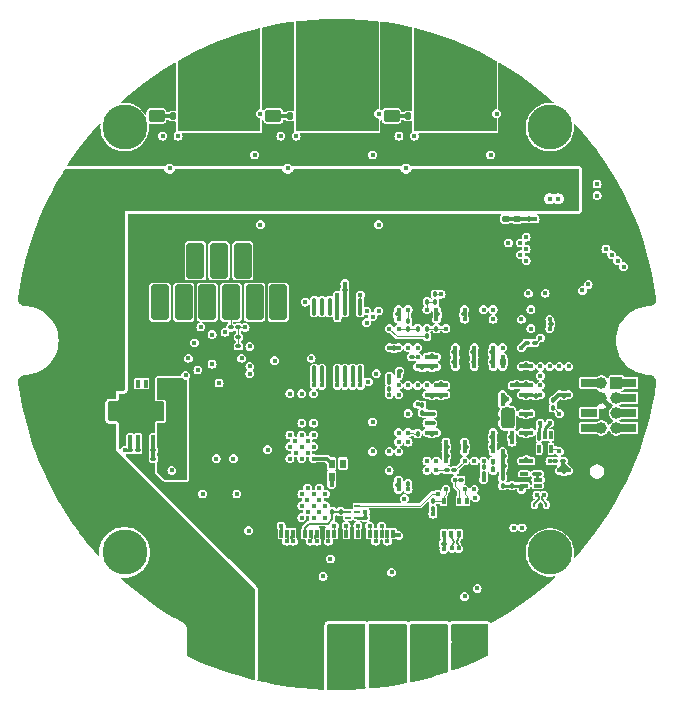
<source format=gbl>
%TF.GenerationSoftware,KiCad,Pcbnew,8.0.9-8.0.9-0~ubuntu22.04.1*%
%TF.CreationDate,2025-03-07T16:38:55+01:00*%
%TF.ProjectId,omodri_sa_v2_laas,6f6d6f64-7269-45f7-9361-5f76325f6c61,1.0*%
%TF.SameCoordinates,Original*%
%TF.FileFunction,Copper,L8,Bot*%
%TF.FilePolarity,Positive*%
%FSLAX46Y46*%
G04 Gerber Fmt 4.6, Leading zero omitted, Abs format (unit mm)*
G04 Created by KiCad (PCBNEW 8.0.9-8.0.9-0~ubuntu22.04.1) date 2025-03-07 16:38:55*
%MOMM*%
%LPD*%
G01*
G04 APERTURE LIST*
G04 Aperture macros list*
%AMRoundRect*
0 Rectangle with rounded corners*
0 $1 Rounding radius*
0 $2 $3 $4 $5 $6 $7 $8 $9 X,Y pos of 4 corners*
0 Add a 4 corners polygon primitive as box body*
4,1,4,$2,$3,$4,$5,$6,$7,$8,$9,$2,$3,0*
0 Add four circle primitives for the rounded corners*
1,1,$1+$1,$2,$3*
1,1,$1+$1,$4,$5*
1,1,$1+$1,$6,$7*
1,1,$1+$1,$8,$9*
0 Add four rect primitives between the rounded corners*
20,1,$1+$1,$2,$3,$4,$5,0*
20,1,$1+$1,$4,$5,$6,$7,0*
20,1,$1+$1,$6,$7,$8,$9,0*
20,1,$1+$1,$8,$9,$2,$3,0*%
%AMFreePoly0*
4,1,29,0.792426,2.342426,0.810000,2.300000,0.810000,1.310000,1.250000,1.310000,1.292426,1.292426,1.310000,1.250000,1.310000,-1.250000,1.292426,-1.292426,1.250000,-1.310000,0.810000,-1.310000,0.810000,-2.300000,0.792426,-2.342426,0.750000,-2.360000,-0.750000,-2.360000,-0.792426,-2.342426,-0.810000,-2.300000,-0.810000,-1.310000,-1.250000,-1.310000,-1.292426,-1.292426,-1.310000,-1.250000,
-1.310000,1.250000,-1.292426,1.292426,-1.250000,1.310000,-0.810000,1.310000,-0.810000,2.300000,-0.792426,2.342426,-0.750000,2.360000,0.750000,2.360000,0.792426,2.342426,0.792426,2.342426,$1*%
G04 Aperture macros list end*
%TA.AperFunction,ComponentPad*%
%ADD10C,2.600000*%
%TD*%
%TA.AperFunction,ConnectorPad*%
%ADD11C,3.800000*%
%TD*%
%TA.AperFunction,ComponentPad*%
%ADD12R,1.000000X1.000000*%
%TD*%
%TA.AperFunction,SMDPad,CuDef*%
%ADD13R,1.400000X0.700000*%
%TD*%
%TA.AperFunction,ComponentPad*%
%ADD14C,1.000000*%
%TD*%
%TA.AperFunction,SMDPad,CuDef*%
%ADD15RoundRect,0.250000X1.100000X-0.325000X1.100000X0.325000X-1.100000X0.325000X-1.100000X-0.325000X0*%
%TD*%
%TA.AperFunction,SMDPad,CuDef*%
%ADD16RoundRect,0.250000X-0.325000X-1.100000X0.325000X-1.100000X0.325000X1.100000X-0.325000X1.100000X0*%
%TD*%
%TA.AperFunction,SMDPad,CuDef*%
%ADD17RoundRect,0.100000X0.130000X0.100000X-0.130000X0.100000X-0.130000X-0.100000X0.130000X-0.100000X0*%
%TD*%
%TA.AperFunction,SMDPad,CuDef*%
%ADD18RoundRect,0.100000X-0.130000X-0.100000X0.130000X-0.100000X0.130000X0.100000X-0.130000X0.100000X0*%
%TD*%
%TA.AperFunction,SMDPad,CuDef*%
%ADD19RoundRect,0.140000X-0.140000X-0.170000X0.140000X-0.170000X0.140000X0.170000X-0.140000X0.170000X0*%
%TD*%
%TA.AperFunction,SMDPad,CuDef*%
%ADD20RoundRect,0.100000X-0.100000X0.130000X-0.100000X-0.130000X0.100000X-0.130000X0.100000X0.130000X0*%
%TD*%
%TA.AperFunction,SMDPad,CuDef*%
%ADD21RoundRect,0.250000X-0.450000X0.262500X-0.450000X-0.262500X0.450000X-0.262500X0.450000X0.262500X0*%
%TD*%
%TA.AperFunction,SMDPad,CuDef*%
%ADD22RoundRect,0.135000X-0.185000X0.135000X-0.185000X-0.135000X0.185000X-0.135000X0.185000X0.135000X0*%
%TD*%
%TA.AperFunction,SMDPad,CuDef*%
%ADD23R,0.550000X0.200000*%
%TD*%
%TA.AperFunction,SMDPad,CuDef*%
%ADD24R,0.500000X0.200000*%
%TD*%
%TA.AperFunction,SMDPad,CuDef*%
%ADD25RoundRect,0.100000X0.100000X-0.130000X0.100000X0.130000X-0.100000X0.130000X-0.100000X-0.130000X0*%
%TD*%
%TA.AperFunction,SMDPad,CuDef*%
%ADD26RoundRect,0.250000X0.312500X0.625000X-0.312500X0.625000X-0.312500X-0.625000X0.312500X-0.625000X0*%
%TD*%
%TA.AperFunction,SMDPad,CuDef*%
%ADD27RoundRect,0.070000X-0.355000X0.070000X-0.355000X-0.070000X0.355000X-0.070000X0.355000X0.070000X0*%
%TD*%
%TA.AperFunction,SMDPad,CuDef*%
%ADD28RoundRect,0.070000X-0.305000X0.070000X-0.305000X-0.070000X0.305000X-0.070000X0.305000X0.070000X0*%
%TD*%
%TA.AperFunction,SMDPad,CuDef*%
%ADD29RoundRect,0.070000X-0.070000X-0.355000X0.070000X-0.355000X0.070000X0.355000X-0.070000X0.355000X0*%
%TD*%
%TA.AperFunction,SMDPad,CuDef*%
%ADD30RoundRect,0.070000X-0.070000X-0.305000X0.070000X-0.305000X0.070000X0.305000X-0.070000X0.305000X0*%
%TD*%
%TA.AperFunction,SMDPad,CuDef*%
%ADD31R,0.300000X0.700000*%
%TD*%
%TA.AperFunction,SMDPad,CuDef*%
%ADD32R,0.300000X1.000000*%
%TD*%
%TA.AperFunction,SMDPad,CuDef*%
%ADD33R,0.508000X0.762000*%
%TD*%
%TA.AperFunction,SMDPad,CuDef*%
%ADD34RoundRect,0.062500X0.062500X0.137500X-0.062500X0.137500X-0.062500X-0.137500X0.062500X-0.137500X0*%
%TD*%
%TA.AperFunction,SMDPad,CuDef*%
%ADD35R,0.300000X0.600000*%
%TD*%
%TA.AperFunction,SMDPad,CuDef*%
%ADD36R,2.400000X1.650000*%
%TD*%
%TA.AperFunction,SMDPad,CuDef*%
%ADD37R,0.500000X1.400000*%
%TD*%
%TA.AperFunction,SMDPad,CuDef*%
%ADD38R,0.350000X0.700000*%
%TD*%
%TA.AperFunction,SMDPad,CuDef*%
%ADD39FreePoly0,270.000000*%
%TD*%
%TA.AperFunction,SMDPad,CuDef*%
%ADD40RoundRect,0.140000X0.140000X0.170000X-0.140000X0.170000X-0.140000X-0.170000X0.140000X-0.170000X0*%
%TD*%
%TA.AperFunction,SMDPad,CuDef*%
%ADD41RoundRect,0.100000X0.100000X-0.637500X0.100000X0.637500X-0.100000X0.637500X-0.100000X-0.637500X0*%
%TD*%
%TA.AperFunction,SMDPad,CuDef*%
%ADD42RoundRect,0.150000X-0.600000X1.350000X-0.600000X-1.350000X0.600000X-1.350000X0.600000X1.350000X0*%
%TD*%
%TA.AperFunction,ViaPad*%
%ADD43C,0.450000*%
%TD*%
%TA.AperFunction,Conductor*%
%ADD44C,0.350000*%
%TD*%
%TA.AperFunction,Conductor*%
%ADD45C,0.250000*%
%TD*%
%TA.AperFunction,Conductor*%
%ADD46C,0.127000*%
%TD*%
%TA.AperFunction,Conductor*%
%ADD47C,0.125000*%
%TD*%
%TA.AperFunction,Conductor*%
%ADD48C,0.200000*%
%TD*%
G04 APERTURE END LIST*
D10*
%TO.P,H1,1,1*%
%TO.N,unconnected-(H1-Pad1)_1*%
X132000000Y-137950000D03*
D11*
%TO.N,unconnected-(H1-Pad1)*%
X132000000Y-137950000D03*
%TD*%
D12*
%TO.P,J3,1,Pin_1*%
%TO.N,/OMODRI_SA_JTAG/JTAG_~{TRSTn}*%
X173635000Y-123595000D03*
D13*
X174650000Y-123595000D03*
%TO.P,J3,2,Pin_2*%
%TO.N,VDD_3V3*%
X171350000Y-123595000D03*
D14*
X172365000Y-123595000D03*
%TO.P,J3,3,Pin_3*%
%TO.N,/OMODRI_SA_JTAG/JTAG_TCK*%
X173635000Y-124865000D03*
D13*
X174650000Y-124865000D03*
%TO.P,J3,4,Pin_4*%
%TO.N,GND*%
X171350000Y-124865000D03*
D14*
X172365000Y-124865000D03*
%TO.P,J3,5,Pin_5*%
%TO.N,/OMODRI_SA_JTAG/JTAG_TMS*%
X173635000Y-126135000D03*
D13*
X174650000Y-126135000D03*
%TO.P,J3,6,Pin_6*%
%TO.N,unconnected-(J3-Pin_6-Pad6)*%
X171350000Y-126135000D03*
D14*
%TO.P,J3,7,Pin_7*%
%TO.N,/OMODRI_SA_JTAG/JTAG_TDI*%
X173635000Y-127405000D03*
D13*
X174650000Y-127405000D03*
%TO.P,J3,8,Pin_8*%
%TO.N,/OMODRI_SA_JTAG/JTAG_TDO*%
X171350000Y-127405000D03*
D14*
X172365000Y-127405000D03*
%TD*%
D10*
%TO.P,H4,1,1*%
%TO.N,unconnected-(H4-Pad1)_1*%
X168000000Y-137950000D03*
D11*
%TO.N,unconnected-(H4-Pad1)*%
X168000000Y-137950000D03*
%TD*%
D10*
%TO.P,H3,1,1*%
%TO.N,unconnected-(H3-Pad1)_1*%
X132000000Y-101950000D03*
D11*
%TO.N,unconnected-(H3-Pad1)_2*%
X132000000Y-101950000D03*
%TD*%
D10*
%TO.P,H2,1,1*%
%TO.N,unconnected-(H2-Pad1)*%
X168000000Y-101950000D03*
D11*
%TO.N,unconnected-(H2-Pad1)_2*%
X168000000Y-101950000D03*
%TD*%
D15*
%TO.P,C83,1*%
%TO.N,VPOWER*%
X140000000Y-106475000D03*
%TO.P,C83,2*%
%TO.N,GND*%
X140000000Y-103525000D03*
%TD*%
D16*
%TO.P,C77,1*%
%TO.N,VPOWER*%
X130025000Y-121000000D03*
%TO.P,C77,2*%
%TO.N,GND*%
X132975000Y-121000000D03*
%TD*%
D17*
%TO.P,C64,1*%
%TO.N,VDD_3V3*%
X159025000Y-137200000D03*
%TO.P,C64,2*%
%TO.N,GND*%
X158385000Y-137200000D03*
%TD*%
%TO.P,C2,1*%
%TO.N,VDD_1V2*%
X161520000Y-121000000D03*
%TO.P,C2,2*%
%TO.N,GND*%
X160880000Y-121000000D03*
%TD*%
D18*
%TO.P,C61,1*%
%TO.N,VDD_3V3*%
X150650000Y-115700000D03*
%TO.P,C61,2*%
%TO.N,GND*%
X151290000Y-115700000D03*
%TD*%
%TO.P,C67,1*%
%TO.N,VDD_3V3*%
X152380000Y-135000000D03*
%TO.P,C67,2*%
%TO.N,GND*%
X153020000Y-135000000D03*
%TD*%
D19*
%TO.P,C54,1*%
%TO.N,Net-(C54-Pad1)*%
X146020000Y-101000000D03*
%TO.P,C54,2*%
%TO.N,/OMODRI_SA_MOTOR_DRIVER/MOTOR_CH2_OUT*%
X146980000Y-101000000D03*
%TD*%
D20*
%TO.P,R10,1*%
%TO.N,VDD_3V3*%
X168300000Y-125080000D03*
%TO.P,R10,2*%
%TO.N,/OMODRI_SA_MCU/OMODRI_SA_GPIO/BOOT_MODE_0*%
X168300000Y-125720000D03*
%TD*%
D21*
%TO.P,R20,1*%
%TO.N,GND*%
X144600000Y-99175000D03*
%TO.P,R20,2*%
%TO.N,Net-(C54-Pad1)*%
X144600000Y-101000000D03*
%TD*%
%TO.P,R28,1*%
%TO.N,GND*%
X134700000Y-99175000D03*
%TO.P,R28,2*%
%TO.N,Net-(C56-Pad1)*%
X134700000Y-101000000D03*
%TD*%
D22*
%TO.P,R38,1*%
%TO.N,VPOWER*%
X164250000Y-108690000D03*
%TO.P,R38,2*%
%TO.N,/OMODRI_SA_MCU/Vbus*%
X164250000Y-109710000D03*
%TD*%
D23*
%TO.P,U8,1,NC*%
%TO.N,unconnected-(U8-NC-Pad1)*%
X150925000Y-135000000D03*
D24*
%TO.P,U8,2*%
%TO.N,/OMODRI_SA_USB/Vbus*%
X150900000Y-134500000D03*
%TO.P,U8,3,GND*%
%TO.N,GND*%
X150900000Y-134000000D03*
%TO.P,U8,4*%
%TO.N,/OMODRI_SA_MCU/USB_DETECT*%
X151700000Y-134000000D03*
%TO.P,U8,5,NC*%
%TO.N,unconnected-(U8-NC-Pad5)*%
X151700000Y-134500000D03*
%TO.P,U8,6,VCC*%
%TO.N,VDD_3V3*%
X151700000Y-135000000D03*
%TD*%
D18*
%TO.P,R42,1*%
%TO.N,GND*%
X133790000Y-130000000D03*
%TO.P,R42,2*%
%TO.N,/OMODRI_SA_POWER/OMODRI_SA_Alim_12V/FB_12V0*%
X134430000Y-130000000D03*
%TD*%
D19*
%TO.P,C46,1*%
%TO.N,Net-(C46-Pad1)*%
X156020000Y-101000000D03*
%TO.P,C46,2*%
%TO.N,/OMODRI_SA_MOTOR_DRIVER/MOTOR_CH1_OUT*%
X156980000Y-101000000D03*
%TD*%
D25*
%TO.P,R24,1*%
%TO.N,/OMODRI_SA_MCU/Vanalog_Ia*%
X158300000Y-116720000D03*
%TO.P,R24,2*%
%TO.N,/OMODRI_SA_MOTOR_DRIVER/SOA_out*%
X158300000Y-116080000D03*
%TD*%
D17*
%TO.P,C1,1*%
%TO.N,/OMODRI_SA_MCU/Vanalog1*%
X141640000Y-119700000D03*
%TO.P,C1,2*%
%TO.N,GND*%
X141000000Y-119700000D03*
%TD*%
D22*
%TO.P,R39,1*%
%TO.N,/OMODRI_SA_MCU/Vbus*%
X165250000Y-109710000D03*
%TO.P,R39,2*%
%TO.N,GND*%
X165250000Y-110730000D03*
%TD*%
D20*
%TO.P,R35,1*%
%TO.N,/OMODRI_SA_JTAG/JTAG_~{TRSTn}*%
X156800000Y-127880000D03*
%TO.P,R35,2*%
%TO.N,GND*%
X156800000Y-128520000D03*
%TD*%
D18*
%TO.P,C27,1*%
%TO.N,VDD_3V3*%
X159280000Y-129800000D03*
%TO.P,C27,2*%
%TO.N,GND*%
X159920000Y-129800000D03*
%TD*%
D26*
%TO.P,R13,1*%
%TO.N,VDD_1V2*%
X164462500Y-126600000D03*
%TO.P,R13,2*%
%TO.N,GND*%
X161537500Y-126600000D03*
%TD*%
D20*
%TO.P,C10,1*%
%TO.N,VDD_1V2*%
X158799200Y-124680000D03*
%TO.P,C10,2*%
%TO.N,GND*%
X158799200Y-125320000D03*
%TD*%
%TO.P,C6,1*%
%TO.N,VDD_1V2*%
X166000000Y-126280000D03*
%TO.P,C6,2*%
%TO.N,GND*%
X166000000Y-126920000D03*
%TD*%
D17*
%TO.P,C11,1*%
%TO.N,VDD_1V2*%
X163119200Y-128200000D03*
%TO.P,C11,2*%
%TO.N,GND*%
X162479200Y-128200000D03*
%TD*%
D20*
%TO.P,C5,1*%
%TO.N,VDD_1V2*%
X158000000Y-124680000D03*
%TO.P,C5,2*%
%TO.N,GND*%
X158000000Y-125320000D03*
%TD*%
D17*
%TO.P,C9,1*%
%TO.N,VDD_1V2*%
X163119200Y-129000000D03*
%TO.P,C9,2*%
%TO.N,GND*%
X162479200Y-129000000D03*
%TD*%
D25*
%TO.P,C4,1*%
%TO.N,VDD_1V2*%
X165200000Y-123720000D03*
%TO.P,C4,2*%
%TO.N,GND*%
X165200000Y-123080000D03*
%TD*%
D20*
%TO.P,C25,1*%
%TO.N,VDD_3V3*%
X166000000Y-127880000D03*
%TO.P,C25,2*%
%TO.N,GND*%
X166000000Y-128520000D03*
%TD*%
D18*
%TO.P,C29,1*%
%TO.N,VDD_3V3*%
X164080000Y-130600000D03*
%TO.P,C29,2*%
%TO.N,GND*%
X164720000Y-130600000D03*
%TD*%
D25*
%TO.P,C28,1*%
%TO.N,VDD_3V3*%
X166000000Y-130120000D03*
%TO.P,C28,2*%
%TO.N,GND*%
X166000000Y-129480000D03*
%TD*%
%TO.P,C69,1*%
%TO.N,/OMODRI_SA_MCU/~{XRSn}*%
X164800000Y-132300000D03*
%TO.P,C69,2*%
%TO.N,GND*%
X164800000Y-131660000D03*
%TD*%
D20*
%TO.P,C21,1*%
%TO.N,VDD_3V3*%
X169200000Y-124680000D03*
%TO.P,C21,2*%
%TO.N,GND*%
X169200000Y-125320000D03*
%TD*%
D17*
%TO.P,C31,1*%
%TO.N,VDD_3V3*%
X155120000Y-132200000D03*
%TO.P,C31,2*%
%TO.N,GND*%
X154480000Y-132200000D03*
%TD*%
D20*
%TO.P,C30,1*%
%TO.N,VDD_3V3*%
X169200000Y-131080000D03*
%TO.P,C30,2*%
%TO.N,GND*%
X169200000Y-131720000D03*
%TD*%
D17*
%TO.P,C32,1*%
%TO.N,VDD_3V3*%
X159920000Y-121800000D03*
%TO.P,C32,2*%
%TO.N,GND*%
X159280000Y-121800000D03*
%TD*%
D25*
%TO.P,R33,1*%
%TO.N,/OMODRI_SA_IMU/~{IMU_SPI_GYRO_CSn}*%
X154400000Y-124120000D03*
%TO.P,R33,2*%
%TO.N,VDD_3V3*%
X154400000Y-123480000D03*
%TD*%
D17*
%TO.P,R40,1*%
%TO.N,12V0*%
X135070000Y-129300000D03*
%TO.P,R40,2*%
%TO.N,/OMODRI_SA_POWER/OMODRI_SA_Alim_12V/FB_12V0*%
X134430000Y-129300000D03*
%TD*%
D20*
%TO.P,C68,1*%
%TO.N,GND*%
X150300000Y-133860000D03*
%TO.P,C68,2*%
%TO.N,/OMODRI_SA_USB/Vbus*%
X150300000Y-134500000D03*
%TD*%
%TO.P,C22,1*%
%TO.N,VDD_3V3*%
X166000000Y-124680000D03*
%TO.P,C22,2*%
%TO.N,GND*%
X166000000Y-125320000D03*
%TD*%
%TO.P,R34,1*%
%TO.N,/OMODRI_SA_IMU/~{IMU_SPI_ACCEL_CSn}*%
X157200000Y-125480000D03*
%TO.P,R34,2*%
%TO.N,VDD_3V3*%
X157200000Y-126120000D03*
%TD*%
D18*
%TO.P,R41,1*%
%TO.N,/OMODRI_SA_POWER/OMODRI_SA_Alim_12V/PG_12V0*%
X132480000Y-129300000D03*
%TO.P,R41,2*%
%TO.N,/OMODRI_SA_POWER/OMODRI_SA_Alim_12V/V5V_12V0*%
X133120000Y-129300000D03*
%TD*%
%TO.P,C34,1*%
%TO.N,VDD_3V3*%
X159280000Y-129000000D03*
%TO.P,C34,2*%
%TO.N,GND*%
X159920000Y-129000000D03*
%TD*%
D20*
%TO.P,C33,1*%
%TO.N,VDD_3V3*%
X166800000Y-124680000D03*
%TO.P,C33,2*%
%TO.N,GND*%
X166800000Y-125320000D03*
%TD*%
%TO.P,R23,1*%
%TO.N,/OMODRI_SA_MOTOR_DRIVER/SOB_out*%
X156000000Y-118360000D03*
%TO.P,R23,2*%
%TO.N,/OMODRI_SA_MCU/Vanalog_Ib*%
X156000000Y-119000000D03*
%TD*%
D17*
%TO.P,R32,1*%
%TO.N,GND*%
X161120000Y-131800000D03*
%TO.P,R32,2*%
%TO.N,/OMODRI_SA_CAN_RS485/RS485_TX_EN*%
X160480000Y-131800000D03*
%TD*%
%TO.P,R11,1*%
%TO.N,VDD_3V3*%
X169120000Y-130200000D03*
%TO.P,R11,2*%
%TO.N,/OMODRI_SA_MCU/OMODRI_SA_GPIO/BOOT_MODE_1*%
X168480000Y-130200000D03*
%TD*%
D18*
%TO.P,C19,1*%
%TO.N,VDD_3V3*%
X155280000Y-122600000D03*
%TO.P,C19,2*%
%TO.N,GND*%
X155920000Y-122600000D03*
%TD*%
D27*
%TO.P,U9,1,SENSE*%
%TO.N,VDD_3V3*%
X166925000Y-131300000D03*
D28*
%TO.P,U9,2,VDD*%
X166975000Y-131800000D03*
%TO.P,U9,3,CT*%
%TO.N,unconnected-(U9-CT-Pad3)*%
X166975000Y-132300000D03*
%TO.P,U9,4,~{RESETn}*%
%TO.N,/OMODRI_SA_MCU/~{XRSn}*%
X165825000Y-132300000D03*
%TO.P,U9,5,GND*%
%TO.N,GND*%
X165825000Y-131800000D03*
%TO.P,U9,6,~{MR}*%
%TO.N,unconnected-(U9-~{MR}-Pad6)*%
X165825000Y-131300000D03*
%TD*%
D29*
%TO.P,U10,1,SENSE*%
%TO.N,VDD_1V2*%
X167100000Y-128075000D03*
D30*
%TO.P,U10,2,VDD*%
%TO.N,VDD_3V3*%
X167600000Y-128025000D03*
%TO.P,U10,3,CT*%
%TO.N,unconnected-(U10-CT-Pad3)*%
X168100000Y-128025000D03*
%TO.P,U10,4,~{RESETn}*%
%TO.N,/OMODRI_SA_MCU/~{XRSn}*%
X168100000Y-129175000D03*
%TO.P,U10,5,GND*%
%TO.N,GND*%
X167600000Y-129175000D03*
%TO.P,U10,6,~{MR}*%
%TO.N,unconnected-(U10-~{MR}-Pad6)*%
X167100000Y-129175000D03*
%TD*%
D25*
%TO.P,R22,1*%
%TO.N,/OMODRI_SA_MOTOR_DRIVER/SOC_out*%
X157600000Y-119640000D03*
%TO.P,R22,2*%
%TO.N,/OMODRI_SA_MCU/Vanalog_Ic*%
X157600000Y-119000000D03*
%TD*%
D19*
%TO.P,C56,1*%
%TO.N,Net-(C56-Pad1)*%
X136120000Y-101000000D03*
%TO.P,C56,2*%
%TO.N,/OMODRI_SA_MOTOR_DRIVER/MOTOR_CH3_OUT*%
X137080000Y-101000000D03*
%TD*%
D17*
%TO.P,R29,1*%
%TO.N,/OMODRI_SA_Encoder/~{ENC1_SPI_CSn}*%
X166720000Y-120200000D03*
%TO.P,R29,2*%
%TO.N,VDD_3V3*%
X166080000Y-120200000D03*
%TD*%
D25*
%TO.P,R12,1*%
%TO.N,/OMODRI_SA_MCU/OMODRI_SA_MCU_CTRL/ERRORSTS*%
X156000000Y-132120000D03*
%TO.P,R12,2*%
%TO.N,GND*%
X156000000Y-131480000D03*
%TD*%
%TO.P,C20,1*%
%TO.N,VDD_3V3*%
X158800000Y-123720000D03*
%TO.P,C20,2*%
%TO.N,GND*%
X158800000Y-123080000D03*
%TD*%
D20*
%TO.P,C43,1*%
%TO.N,REF_3V0_BUF*%
X154800000Y-120680000D03*
%TO.P,C43,2*%
%TO.N,GND*%
X154800000Y-121320000D03*
%TD*%
%TO.P,R36,1*%
%TO.N,VDD_3V3*%
X164000000Y-131660000D03*
%TO.P,R36,2*%
%TO.N,/OMODRI_SA_MCU/~{XRSn}*%
X164000000Y-132300000D03*
%TD*%
D18*
%TO.P,C24,1*%
%TO.N,VDD_3V3*%
X158080000Y-127000000D03*
%TO.P,C24,2*%
%TO.N,GND*%
X158720000Y-127000000D03*
%TD*%
D20*
%TO.P,D7,1,IO*%
%TO.N,/OMODRI_SA_MCU/Vbus*%
X166250000Y-109710000D03*
%TO.P,D7,2,GND*%
%TO.N,GND*%
X166250000Y-110350000D03*
%TD*%
D18*
%TO.P,C23,1*%
%TO.N,VDD_3V3*%
X158080000Y-126200000D03*
%TO.P,C23,2*%
%TO.N,GND*%
X158720000Y-126200000D03*
%TD*%
%TO.P,C35,1*%
%TO.N,VDD_3V3*%
X164080000Y-129800000D03*
%TO.P,C35,2*%
%TO.N,GND*%
X164720000Y-129800000D03*
%TD*%
%TO.P,C26,1*%
%TO.N,VDD_3V3*%
X160880000Y-129000000D03*
%TO.P,C26,2*%
%TO.N,GND*%
X161520000Y-129000000D03*
%TD*%
D20*
%TO.P,R31,1*%
%TO.N,/OMODRI_SA_CAN_RS485/RS485_RX*%
X158100000Y-133600000D03*
%TO.P,R31,2*%
%TO.N,VDD_3V3*%
X158100000Y-134240000D03*
%TD*%
D19*
%TO.P,C36,1*%
%TO.N,VDD_3V3*%
X164020000Y-121800000D03*
%TO.P,C36,2*%
%TO.N,GND*%
X164980000Y-121800000D03*
%TD*%
D15*
%TO.P,C86,1*%
%TO.N,VPOWER*%
X150000000Y-106475000D03*
%TO.P,C86,2*%
%TO.N,GND*%
X150000000Y-103525000D03*
%TD*%
D18*
%TO.P,C13,1*%
%TO.N,VDD_3V3*%
X168080000Y-118600000D03*
%TO.P,C13,2*%
%TO.N,GND*%
X168720000Y-118600000D03*
%TD*%
D20*
%TO.P,R5,1*%
%TO.N,/OMODRI_SA_MCU/COM_SPI_SIMO*%
X163200000Y-130280000D03*
%TO.P,R5,2*%
%TO.N,/COM_SIMO*%
X163200000Y-130920000D03*
%TD*%
D17*
%TO.P,D1,1,IO*%
%TO.N,/OMODRI_SA_MCU/Vanalog1*%
X141640000Y-120500000D03*
%TO.P,D1,2,GND*%
%TO.N,GND*%
X141000000Y-120500000D03*
%TD*%
D31*
%TO.P,J2,1,Pin_1*%
%TO.N,VDD_3V3*%
X154750000Y-136350000D03*
%TO.P,J2,2,Pin_2*%
%TO.N,/OMODRI_SA_MCU/GPIO_DBG_3*%
X154250000Y-136350000D03*
%TO.P,J2,3,Pin_3*%
%TO.N,/OMODRI_SA_MCU/GPIO_DBG_2*%
X153750000Y-136350000D03*
%TO.P,J2,4,Pin_4*%
%TO.N,/OMODRI_SA_MCU/GPIO_DBG_1*%
X153250000Y-136350000D03*
%TO.P,J2,5,Pin_5*%
%TO.N,/OMODRI_SA_MCU/GPIO_DBG_0*%
X152750000Y-136350000D03*
%TO.P,J2,6,Pin_6*%
%TO.N,GND*%
X152250000Y-136350000D03*
%TO.P,J2,7,Pin_7*%
%TO.N,/COM_SOMI*%
X151750000Y-136350000D03*
%TO.P,J2,8,Pin_8*%
%TO.N,GND*%
X151250000Y-136350000D03*
%TO.P,J2,9,Pin_9*%
%TO.N,/OMODRI_SA_MCU/COM_SPI_CLK*%
X150750000Y-136350000D03*
%TO.P,J2,10,Pin_10*%
%TO.N,GND*%
X150250000Y-136350000D03*
%TO.P,J2,11,Pin_11*%
%TO.N,/OMODRI_SA_MCU/~{COM_SPI_CSn}*%
X149750000Y-136350000D03*
%TO.P,J2,12,Pin_12*%
%TO.N,/COM_SIMO*%
X149250000Y-136350000D03*
%TO.P,J2,13,Pin_13*%
%TO.N,GND*%
X148750000Y-136350000D03*
%TO.P,J2,14,Pin_14*%
%TO.N,/OMODRI_SA_MCU/USB_N*%
X148250000Y-136350000D03*
%TO.P,J2,15,Pin_15*%
%TO.N,/OMODRI_SA_MCU/USB_P*%
X147750000Y-136350000D03*
%TO.P,J2,16,Pin_16*%
%TO.N,/OMODRI_SA_USB/Vbus*%
X147250000Y-136350000D03*
%TO.P,J2,17,Pin_17*%
%TO.N,GND*%
X146750000Y-136350000D03*
%TO.P,J2,18,Pin_18*%
%TO.N,/OMODRI_SA_CAN_RS485/CAN_RS485_P*%
X146250000Y-136350000D03*
%TO.P,J2,19,Pin_19*%
%TO.N,/OMODRI_SA_CAN_RS485/CAN_RS485_N*%
X145750000Y-136350000D03*
%TO.P,J2,20,Pin_20*%
%TO.N,5V0*%
X145250000Y-136350000D03*
D32*
%TO.P,J2,MP1,MountPin1*%
%TO.N,GND*%
X155540000Y-139000000D03*
%TO.P,J2,MP2,MountPin2*%
X144460000Y-139000000D03*
%TD*%
D17*
%TO.P,C16,1*%
%TO.N,VDD_3V3*%
X159920000Y-121000000D03*
%TO.P,C16,2*%
%TO.N,GND*%
X159280000Y-121000000D03*
%TD*%
D21*
%TO.P,R17,1*%
%TO.N,GND*%
X154600000Y-99175000D03*
%TO.P,R17,2*%
%TO.N,Net-(C46-Pad1)*%
X154600000Y-101000000D03*
%TD*%
D33*
%TO.P,D4,1,DIN*%
%TO.N,/OMODRI_SA_LED_dbg/Top_to_bottom_led_link*%
X149525000Y-131572201D03*
%TO.P,D4,2,VDD*%
%TO.N,VDD_3V3*%
X149525000Y-130427799D03*
%TO.P,D4,3,DOUT*%
%TO.N,unconnected-(D4-DOUT-Pad3)*%
X150475000Y-130427799D03*
%TO.P,D4,4,VSS*%
%TO.N,GND*%
X150475000Y-131572201D03*
%TD*%
D15*
%TO.P,C85,1*%
%TO.N,VPOWER*%
X160000000Y-106475000D03*
%TO.P,C85,2*%
%TO.N,GND*%
X160000000Y-103525000D03*
%TD*%
D25*
%TO.P,R6,1*%
%TO.N,VDD_3V3*%
X162400000Y-131320000D03*
%TO.P,R6,2*%
%TO.N,/OMODRI_SA_MCU/~{COM_SPI_CSn}*%
X162400000Y-130680000D03*
%TD*%
%TO.P,C38,1*%
%TO.N,VDDA_3V3*%
X158000000Y-121320000D03*
%TO.P,C38,2*%
%TO.N,GND*%
X158000000Y-120680000D03*
%TD*%
D17*
%TO.P,R4,1*%
%TO.N,/OMODRI_SA_MCU/Vanalog1*%
X141640000Y-118900000D03*
%TO.P,R4,2*%
%TO.N,/V_ANALOG_IN*%
X141000000Y-118900000D03*
%TD*%
D20*
%TO.P,C7,1*%
%TO.N,VDD_1V2*%
X158000200Y-127880000D03*
%TO.P,C7,2*%
%TO.N,GND*%
X158000200Y-128520000D03*
%TD*%
D17*
%TO.P,C14,1*%
%TO.N,VDD_3V3*%
X160720000Y-117800000D03*
%TO.P,C14,2*%
%TO.N,GND*%
X160080000Y-117800000D03*
%TD*%
D34*
%TO.P,D3,1,A*%
%TO.N,GND*%
X167200000Y-134300000D03*
%TO.P,D3,2,K*%
%TO.N,/OMODRI_SA_MCU/USB_N*%
X166700000Y-133900000D03*
%TO.P,D3,3,K*%
%TO.N,/OMODRI_SA_MCU/USB_P*%
X167700000Y-133900000D03*
%TD*%
D17*
%TO.P,C42,1*%
%TO.N,REF_3V0_BUF*%
X155120000Y-117800000D03*
%TO.P,C42,2*%
%TO.N,GND*%
X154480000Y-117800000D03*
%TD*%
%TO.P,C87,1*%
%TO.N,/OMODRI_SA_MCU/Vbus*%
X156320000Y-121400000D03*
%TO.P,C87,2*%
%TO.N,GND*%
X155680000Y-121400000D03*
%TD*%
D20*
%TO.P,C39,1*%
%TO.N,VDDA_3V3*%
X157200000Y-122280000D03*
%TO.P,C39,2*%
%TO.N,GND*%
X157200000Y-122920000D03*
%TD*%
D17*
%TO.P,R7,1*%
%TO.N,/OMODRI_SA_MCU/COM_SPI_SOMI*%
X159920000Y-131000000D03*
%TO.P,R7,2*%
%TO.N,/COM_SOMI*%
X159280000Y-131000000D03*
%TD*%
%TO.P,C18,1*%
%TO.N,VDD_3V3*%
X163120000Y-121800000D03*
%TO.P,C18,2*%
%TO.N,GND*%
X162480000Y-121800000D03*
%TD*%
D25*
%TO.P,C3,1*%
%TO.N,VDD_1V2*%
X166000000Y-123720000D03*
%TO.P,C3,2*%
%TO.N,GND*%
X166000000Y-123080000D03*
%TD*%
%TO.P,C58,1*%
%TO.N,/OMODRI_SA_MCU/Vanalog_Ib*%
X156800000Y-119000000D03*
%TO.P,C58,2*%
%TO.N,GND*%
X156800000Y-118360000D03*
%TD*%
D20*
%TO.P,C37,1*%
%TO.N,VDDA_3V3*%
X158000000Y-122280000D03*
%TO.P,C37,2*%
%TO.N,GND*%
X158000000Y-122920000D03*
%TD*%
%TO.P,C57,1*%
%TO.N,/OMODRI_SA_MCU/Vanalog_Ic*%
X158400000Y-119000000D03*
%TO.P,C57,2*%
%TO.N,GND*%
X158400000Y-119640000D03*
%TD*%
D35*
%TO.P,U6,1,R*%
%TO.N,/OMODRI_SA_CAN_RS485/RS485_RX*%
X159025000Y-133600000D03*
%TO.P,U6,2,~{RE}*%
%TO.N,GND*%
X159675000Y-133600000D03*
%TO.P,U6,3,DE*%
%TO.N,/OMODRI_SA_CAN_RS485/RS485_TX_EN*%
X160325000Y-133600000D03*
%TO.P,U6,4,D*%
%TO.N,/OMODRI_SA_CAN_RS485/RS485_TX*%
X160975000Y-133600000D03*
%TO.P,U6,5,GND*%
%TO.N,GND*%
X160975000Y-136400000D03*
%TO.P,U6,6,A*%
%TO.N,/OMODRI_SA_CAN_RS485/RS485_P*%
X160325000Y-136400000D03*
%TO.P,U6,7,B*%
%TO.N,/OMODRI_SA_CAN_RS485/RS485_N*%
X159675000Y-136400000D03*
%TO.P,U6,8,Vcc*%
%TO.N,VDD_3V3*%
X159025000Y-136400000D03*
D36*
%TO.P,U6,9,PAD*%
%TO.N,GND*%
X160000000Y-135000000D03*
%TD*%
D18*
%TO.P,C41,1*%
%TO.N,REF_3V0_BUF*%
X158480000Y-117800000D03*
%TO.P,C41,2*%
%TO.N,GND*%
X159120000Y-117800000D03*
%TD*%
D37*
%TO.P,U11,1,Vin*%
%TO.N,VPOWER*%
X130855000Y-124000000D03*
D38*
%TO.P,U11,2,EN*%
X131830000Y-123650000D03*
%TO.P,U11,3,NC1*%
%TO.N,GND*%
X132480000Y-123650000D03*
%TO.P,U11,4,SW*%
%TO.N,unconnected-(U11-SW-Pad4)*%
X133130000Y-123650000D03*
%TO.P,U11,5,DNC2*%
%TO.N,unconnected-(U11-DNC2-Pad5)*%
X133780000Y-123650000D03*
%TO.P,U11,6,NC3*%
%TO.N,GND*%
X134430000Y-123650000D03*
D37*
%TO.P,U11,7,Vout*%
%TO.N,12V0*%
X135155000Y-124000000D03*
%TO.P,U11,8,Vout*%
X135155000Y-128000000D03*
D38*
%TO.P,U11,9,FB*%
%TO.N,/OMODRI_SA_POWER/OMODRI_SA_Alim_12V/FB_12V0*%
X134430000Y-128350000D03*
%TO.P,U11,10,AGND*%
%TO.N,GND*%
X133780000Y-128350000D03*
%TO.P,U11,11,V5V*%
%TO.N,/OMODRI_SA_POWER/OMODRI_SA_Alim_12V/V5V_12V0*%
X133130000Y-128350000D03*
%TO.P,U11,12,PG*%
%TO.N,/OMODRI_SA_POWER/OMODRI_SA_Alim_12V/PG_12V0*%
X132480000Y-128350000D03*
%TO.P,U11,13,NC4*%
%TO.N,GND*%
X131830000Y-128350000D03*
D37*
%TO.P,U11,14,Vin*%
%TO.N,VPOWER*%
X130855000Y-128000000D03*
D39*
%TO.P,U11,15,PGND*%
%TO.N,GND*%
X133000000Y-126000000D03*
%TD*%
D16*
%TO.P,C79,1*%
%TO.N,VPOWER*%
X130025000Y-114600000D03*
%TO.P,C79,2*%
%TO.N,GND*%
X132975000Y-114600000D03*
%TD*%
D40*
%TO.P,C12,1*%
%TO.N,VDD_1V2*%
X164080000Y-125000000D03*
%TO.P,C12,2*%
%TO.N,GND*%
X163120000Y-125000000D03*
%TD*%
D41*
%TO.P,U3,1,~{CSn}*%
%TO.N,/OMODRI_SA_Encoder/~{ENC1_SPI_CSn}*%
X151950000Y-122862500D03*
%TO.P,U3,2,CLK*%
%TO.N,/OMODRI_SA_Encoder/ENC1_SPI_CLK*%
X151300000Y-122862500D03*
%TO.P,U3,3,MISO*%
%TO.N,/OMODRI_SA_Encoder/ENC1_SPI_SIMO*%
X150650000Y-122862500D03*
%TO.P,U3,4,MOSI*%
%TO.N,/OMODRI_SA_Encoder/ENC1_SPI_SOMI*%
X150000000Y-122862500D03*
%TO.P,U3,5,TEST*%
%TO.N,GND*%
X149350000Y-122862500D03*
%TO.P,U3,6,B*%
%TO.N,/OMODRI_SA_Encoder/ENC1_CHB*%
X148700000Y-122862500D03*
%TO.P,U3,7,A*%
%TO.N,/OMODRI_SA_Encoder/ENC1_CHA*%
X148050000Y-122862500D03*
%TO.P,U3,8,W/PWM*%
%TO.N,unconnected-(U3-W{slash}PWM-Pad8)*%
X148050000Y-117137500D03*
%TO.P,U3,9,V*%
%TO.N,unconnected-(U3-V-Pad9)*%
X148700000Y-117137500D03*
%TO.P,U3,10,U*%
%TO.N,unconnected-(U3-U-Pad10)*%
X149350000Y-117137500D03*
%TO.P,U3,11,VDD*%
%TO.N,VDD_3V3*%
X150000000Y-117137500D03*
%TO.P,U3,12,VDD3V3*%
X150650000Y-117137500D03*
%TO.P,U3,13,GND*%
%TO.N,GND*%
X151300000Y-117137500D03*
%TO.P,U3,14,I/PWM*%
%TO.N,/OMODRI_SA_Encoder/ENC1_CHI*%
X151950000Y-117137500D03*
%TD*%
D17*
%TO.P,C8,1*%
%TO.N,VDD_1V2*%
X164720000Y-128200000D03*
%TO.P,C8,2*%
%TO.N,GND*%
X164080000Y-128200000D03*
%TD*%
D42*
%TO.P,J1,1,Pin_1*%
%TO.N,5V0*%
X135000000Y-116750000D03*
%TO.P,J1,2,Pin_2*%
%TO.N,GND*%
X136000000Y-113250000D03*
%TO.P,J1,3,Pin_3*%
%TO.N,/ENC2_SPI_SIMO*%
X137000000Y-116750000D03*
%TO.P,J1,4,Pin_4*%
%TO.N,/ENC2_SPI_SOMI*%
X138000000Y-113250000D03*
%TO.P,J1,5,Pin_5*%
%TO.N,/OMODRI_SA_IMU/IMU_SPI_CLK*%
X139000000Y-116750000D03*
%TO.P,J1,6,Pin_6*%
%TO.N,/OMODRI_SA_MCU/~{ENC2_SPI_CSn}*%
X140000000Y-113250000D03*
%TO.P,J1,7,Pin_7*%
%TO.N,/V_ANALOG_IN*%
X141000000Y-116750000D03*
%TO.P,J1,8,Pin_8*%
%TO.N,VDDA_3V3*%
X142000000Y-113250000D03*
%TO.P,J1,9,Pin_9*%
%TO.N,REF_3V0_BUF*%
X143000000Y-116750000D03*
%TO.P,J1,10,Pin_10*%
%TO.N,GND*%
X144000000Y-113250000D03*
%TO.P,J1,11,Pin_11*%
%TO.N,/OMODRI_SA_THERMISTOR/V_THERM_IN*%
X145000000Y-116750000D03*
%TD*%
D16*
%TO.P,C80,1*%
%TO.N,VPOWER*%
X130025000Y-111400000D03*
%TO.P,C80,2*%
%TO.N,GND*%
X132975000Y-111400000D03*
%TD*%
D25*
%TO.P,C59,1*%
%TO.N,/OMODRI_SA_MCU/Vanalog_Ia*%
X157600000Y-116720000D03*
%TO.P,C59,2*%
%TO.N,GND*%
X157600000Y-116080000D03*
%TD*%
D17*
%TO.P,C15,1*%
%TO.N,VDD_3V3*%
X163119800Y-121000000D03*
%TO.P,C15,2*%
%TO.N,GND*%
X162479800Y-121000000D03*
%TD*%
D16*
%TO.P,C78,1*%
%TO.N,VPOWER*%
X130025000Y-117800000D03*
%TO.P,C78,2*%
%TO.N,GND*%
X132975000Y-117800000D03*
%TD*%
D25*
%TO.P,C17,1*%
%TO.N,VDD_3V3*%
X166000000Y-122120000D03*
%TO.P,C17,2*%
%TO.N,GND*%
X166000000Y-121480000D03*
%TD*%
%TO.P,R55,1*%
%TO.N,/OMODRI_SA_USB/Vbus*%
X149600000Y-134500000D03*
%TO.P,R55,2*%
%TO.N,GND*%
X149600000Y-133860000D03*
%TD*%
D43*
%TO.N,GND*%
X159200000Y-125400000D03*
X162400000Y-122200000D03*
X174000000Y-131000000D03*
X166400000Y-127000000D03*
X152000000Y-113000000D03*
X140000000Y-135000000D03*
X149000000Y-116000000D03*
X151000000Y-114000000D03*
X166400000Y-128600000D03*
X160000000Y-129400000D03*
X146000000Y-143000000D03*
X145000000Y-124000000D03*
X171000000Y-122000000D03*
X132750000Y-99500000D03*
X166400000Y-125400000D03*
X154000000Y-97500000D03*
X162000000Y-110250000D03*
X155000000Y-97500000D03*
X161600000Y-129400000D03*
X158400000Y-120600000D03*
X144000000Y-123000000D03*
X170000000Y-124000000D03*
X144500000Y-98500000D03*
X137400000Y-120860000D03*
X133000000Y-114000000D03*
X168000000Y-135000000D03*
X170000000Y-130000000D03*
X160800000Y-121400000D03*
X148000000Y-131000000D03*
X147000000Y-112000000D03*
X143000000Y-140000000D03*
X157600000Y-129400000D03*
X147500000Y-142000000D03*
X173000000Y-106000000D03*
X151000000Y-138000000D03*
X176000000Y-115000000D03*
X169500000Y-112000000D03*
X154000000Y-93500000D03*
X165600000Y-131800000D03*
X151200000Y-120000000D03*
X157600000Y-128600000D03*
X156000000Y-141000000D03*
X155000000Y-114000000D03*
X155500000Y-96500000D03*
X152000000Y-115000000D03*
X154000000Y-99500000D03*
X157000000Y-142000000D03*
X146000000Y-99500000D03*
X147000000Y-140000000D03*
X173000000Y-134000000D03*
X149000000Y-110000000D03*
X145500000Y-127500000D03*
X153000000Y-142000000D03*
X142500000Y-134000000D03*
X155500000Y-94400000D03*
X163000000Y-136000000D03*
X148000000Y-115000000D03*
X162400000Y-127800000D03*
X168000000Y-113000000D03*
X147000000Y-141000000D03*
X137000000Y-110000000D03*
X133000000Y-104000000D03*
X145000000Y-144000000D03*
X173000000Y-116000000D03*
X156000000Y-99500000D03*
X163200000Y-124600000D03*
X161600000Y-124600000D03*
X153000000Y-143500000D03*
X159200000Y-120600000D03*
X134500000Y-126500000D03*
X164800000Y-123000000D03*
X167200000Y-125400000D03*
X159200000Y-123000000D03*
X135500000Y-112000000D03*
X155000000Y-99500000D03*
X170000000Y-127000000D03*
X164000000Y-135400000D03*
X138000000Y-132000000D03*
X160500000Y-135500000D03*
X151000000Y-142000000D03*
X134000000Y-126000000D03*
X158000000Y-136000000D03*
X158400000Y-128600000D03*
X133500000Y-98750000D03*
X168000000Y-111000000D03*
X162400000Y-124600000D03*
X151000000Y-140000000D03*
X162000000Y-115000000D03*
X169000000Y-104000000D03*
X168800000Y-118200000D03*
X154400000Y-132600000D03*
X134000000Y-125000000D03*
X170000000Y-103000000D03*
X171200000Y-111250000D03*
X160800000Y-123800000D03*
X156800000Y-123000000D03*
X171000000Y-113000000D03*
X160000000Y-113000000D03*
X163000000Y-116000000D03*
X164000000Y-127800000D03*
X146000000Y-113000000D03*
X175000000Y-110000000D03*
X161000000Y-135000000D03*
X144000000Y-141000000D03*
X165981172Y-100991057D03*
X161600000Y-125400000D03*
X136000000Y-133000000D03*
X172000000Y-119000000D03*
X174000000Y-111000000D03*
X146000000Y-111000000D03*
X147000000Y-148000000D03*
X140520000Y-130500000D03*
X147000000Y-114000000D03*
X157000000Y-112000000D03*
X134250000Y-99500000D03*
X161000000Y-116000000D03*
X147000000Y-122000000D03*
X158000000Y-115000000D03*
X148000000Y-143000000D03*
X128000000Y-105000000D03*
X171000000Y-104000000D03*
X137000000Y-119000000D03*
X145000000Y-112000000D03*
X166000000Y-141000000D03*
X133000000Y-120000000D03*
X163200000Y-131800000D03*
X150000000Y-113000000D03*
X164000000Y-141000000D03*
X170000000Y-126000000D03*
X156000000Y-97500000D03*
X160000000Y-128600000D03*
X149000000Y-114000000D03*
X163000000Y-114000000D03*
X170000000Y-111000000D03*
X141000000Y-124000000D03*
X133000000Y-112000000D03*
X134500000Y-105000000D03*
X157000000Y-143500000D03*
X157000000Y-140000000D03*
X159200000Y-121400000D03*
X138000000Y-124000000D03*
X146000000Y-149000000D03*
X138000000Y-130000000D03*
X164800000Y-131000000D03*
X166980131Y-99961256D03*
X159000000Y-135000000D03*
X165000000Y-98000000D03*
X154000000Y-128000000D03*
X162400000Y-129400000D03*
X147000000Y-146000000D03*
X160800000Y-120600000D03*
X162000000Y-139000000D03*
X159200000Y-126200000D03*
X142000000Y-111000000D03*
X171000000Y-136000000D03*
X144500000Y-96500000D03*
X156000000Y-110250000D03*
X165000000Y-104000000D03*
X145000000Y-99500000D03*
X146000000Y-97500000D03*
X161000000Y-143500000D03*
X137000000Y-134000000D03*
X133000000Y-118000000D03*
X135500000Y-110000000D03*
X139000000Y-127500000D03*
X165000000Y-102000000D03*
X147000000Y-120000000D03*
X132500000Y-126500000D03*
X144000000Y-147000000D03*
X155500000Y-98500000D03*
X144500000Y-94400000D03*
X135750000Y-99500000D03*
X161000000Y-136000000D03*
X157750000Y-104500000D03*
X154500000Y-98500000D03*
X150000000Y-141000000D03*
X173000000Y-120000000D03*
X130000000Y-105000000D03*
X169000000Y-111000000D03*
X159500000Y-135500000D03*
X140000000Y-126000000D03*
X146000000Y-123000000D03*
X148000000Y-147000000D03*
X133000000Y-126000000D03*
X163200000Y-123800000D03*
X163200000Y-127000000D03*
X159500000Y-134500000D03*
X138000000Y-126500000D03*
X151290000Y-115200000D03*
X154000000Y-139000000D03*
X156000000Y-131000000D03*
X148250000Y-103500000D03*
X165600000Y-121400000D03*
X146000000Y-147000000D03*
X133000000Y-125000000D03*
X139000000Y-125000000D03*
X156975000Y-138600000D03*
X161600000Y-123800000D03*
X159200000Y-117400000D03*
X161000000Y-114000000D03*
X164000000Y-99000000D03*
X141000000Y-110000000D03*
X146000000Y-131000000D03*
X129000000Y-104000000D03*
X134000000Y-127000000D03*
X154500000Y-94400000D03*
X164000000Y-139000000D03*
X163000000Y-138000000D03*
X159200000Y-118200000D03*
X148000000Y-145000000D03*
X136000000Y-120000000D03*
X154000000Y-95500000D03*
X133000000Y-116000000D03*
X160000000Y-110250000D03*
X163000000Y-140000000D03*
X139000000Y-136000000D03*
X146000000Y-121000000D03*
X158400000Y-123000000D03*
X139000000Y-110000000D03*
X162400000Y-126200000D03*
X170000000Y-128600000D03*
X159300000Y-141000000D03*
X173000000Y-132000000D03*
X175000000Y-130000000D03*
X138000000Y-131000000D03*
X145000000Y-97500000D03*
X160000000Y-125400000D03*
X149000000Y-119000000D03*
X132500000Y-125500000D03*
X145000000Y-146000000D03*
X136000000Y-113000000D03*
X148000000Y-149000000D03*
X138000000Y-111000000D03*
X135000000Y-132000000D03*
X161000000Y-112000000D03*
X136000000Y-122000000D03*
X138000000Y-133000000D03*
X168500000Y-112000000D03*
X170500000Y-116500000D03*
X155000000Y-116000000D03*
X168000000Y-105000000D03*
X144000000Y-139000000D03*
X157600000Y-123000000D03*
X161600000Y-128600000D03*
X160800000Y-124600000D03*
X138250000Y-103500000D03*
X168800000Y-131800000D03*
X145000000Y-140000000D03*
X165600000Y-128600000D03*
X172000000Y-121000000D03*
X157000000Y-114000000D03*
X169600000Y-131800000D03*
X157600000Y-120600000D03*
X174000000Y-117000000D03*
X151300000Y-116150000D03*
X160000000Y-123800000D03*
X163200000Y-126200000D03*
X152500000Y-132500000D03*
X156975000Y-136700000D03*
X174000000Y-115000000D03*
X166400000Y-129400000D03*
X154400000Y-117400000D03*
X162000000Y-142000000D03*
X156000000Y-122200000D03*
X156315000Y-133400000D03*
X151000000Y-143500000D03*
X160000000Y-126200000D03*
X159000000Y-114000000D03*
X153000000Y-124500000D03*
X133500000Y-125500000D03*
X155000000Y-112000000D03*
X140500000Y-122000000D03*
X144000000Y-131000000D03*
X154400000Y-118200000D03*
X162400000Y-127000000D03*
X141000000Y-138000000D03*
X169600000Y-125400000D03*
X161600000Y-126200000D03*
X173000000Y-118000000D03*
X149000000Y-143500000D03*
X170000000Y-121000000D03*
X167000000Y-114000000D03*
X134500000Y-98000000D03*
X145000000Y-93500000D03*
X149000000Y-124400000D03*
X164800000Y-121400000D03*
X162400000Y-123800000D03*
X163200000Y-125400000D03*
X151300000Y-118100000D03*
X159200000Y-127000000D03*
X150000000Y-119000000D03*
X142000000Y-139000000D03*
X140500000Y-122500000D03*
X161000000Y-138000000D03*
X134500000Y-125500000D03*
X151000000Y-112000000D03*
X162000000Y-137000000D03*
X150000000Y-127000000D03*
X173000000Y-122000000D03*
X133000000Y-130000000D03*
X149000000Y-112000000D03*
X157600000Y-118200000D03*
X158400000Y-125400000D03*
X134500000Y-104000000D03*
X171000000Y-134000000D03*
X161600000Y-131800000D03*
X167000000Y-104000000D03*
X166000000Y-99000000D03*
X159200000Y-122200000D03*
X144000000Y-99500000D03*
X171000000Y-120000000D03*
X170000000Y-135000000D03*
X162400000Y-120600000D03*
X155000000Y-93500000D03*
X146000000Y-127000000D03*
X169000000Y-134000000D03*
X160500000Y-134500000D03*
X147000000Y-144000000D03*
X133000000Y-127000000D03*
X151500000Y-133500000D03*
X165000000Y-114000000D03*
X165600000Y-125400000D03*
X156000000Y-113000000D03*
X133750000Y-129000000D03*
X152000000Y-139000000D03*
X133500000Y-126500000D03*
X149350000Y-123800000D03*
X146000000Y-93500000D03*
X169000000Y-113000000D03*
X147750000Y-104500000D03*
X176000000Y-125000000D03*
X152000000Y-127000000D03*
X161700000Y-134900000D03*
X143000000Y-124000000D03*
X144000000Y-145000000D03*
X140500000Y-121000000D03*
X140000000Y-137000000D03*
X149000000Y-120000000D03*
X161600000Y-127000000D03*
X170000000Y-113000000D03*
X158000000Y-138000000D03*
X147000000Y-132000000D03*
X164000000Y-97000000D03*
X136000000Y-111000000D03*
X147000000Y-110000000D03*
X156000000Y-115000000D03*
X137750000Y-104500000D03*
X154500000Y-96500000D03*
X160000000Y-124600000D03*
X157000000Y-116000000D03*
X155000000Y-143500000D03*
X145000000Y-114000000D03*
X176000000Y-127000000D03*
X170000000Y-105000000D03*
X149000000Y-128000000D03*
X176000000Y-113000000D03*
X144000000Y-143000000D03*
X154400000Y-131800000D03*
X170500000Y-112000000D03*
X168800000Y-125400000D03*
X141000000Y-127500000D03*
X168800000Y-119000000D03*
X165000000Y-100000000D03*
X153000000Y-116000000D03*
X158000000Y-141000000D03*
X150000000Y-111000000D03*
X144000000Y-95500000D03*
X159675000Y-133000000D03*
X164000000Y-128600000D03*
X145000000Y-110000000D03*
X165600000Y-127000000D03*
X134000000Y-131000000D03*
X145500000Y-98500000D03*
X146000000Y-115000000D03*
X163200000Y-132600000D03*
X160000000Y-118200000D03*
X152000000Y-141000000D03*
X162000000Y-113000000D03*
X162400000Y-121400000D03*
X149500000Y-121500000D03*
X158250000Y-103500000D03*
X168800000Y-117400000D03*
X141000000Y-136000000D03*
X150000000Y-129000000D03*
X138000000Y-128500000D03*
X135000000Y-100000000D03*
X175000000Y-112000000D03*
X164800000Y-129400000D03*
X164800000Y-122200000D03*
X160000000Y-127000000D03*
X156000000Y-123000000D03*
X160800000Y-122200000D03*
X154000000Y-113000000D03*
X164800000Y-130200000D03*
X150000000Y-133500000D03*
X150000000Y-115000000D03*
X155000000Y-142000000D03*
X165000000Y-138000000D03*
X154400000Y-122200000D03*
X162500000Y-143500000D03*
X132000000Y-105000000D03*
X154000000Y-141000000D03*
X146000000Y-95500000D03*
X147000000Y-138000000D03*
X149000000Y-138000000D03*
X144000000Y-137000000D03*
X135000000Y-98750000D03*
X160000000Y-115000000D03*
X160000000Y-135000000D03*
X148000000Y-111000000D03*
X156000000Y-95500000D03*
X146000000Y-145000000D03*
X135750000Y-98000000D03*
X151200000Y-121600000D03*
X172000000Y-135000000D03*
X160800000Y-125400000D03*
X160800000Y-127000000D03*
X164000000Y-137000000D03*
X162400000Y-128600000D03*
X171000000Y-132000000D03*
X164000000Y-117000000D03*
X158000000Y-113000000D03*
X144000000Y-97500000D03*
X160000000Y-130200000D03*
X166400000Y-121400000D03*
X159000000Y-143500000D03*
X158400000Y-129400000D03*
X151000000Y-124400000D03*
X165000000Y-133000000D03*
X145000000Y-130000000D03*
X133000000Y-122000000D03*
X145000000Y-138000000D03*
X140000000Y-111000000D03*
X164700000Y-134800000D03*
X131000000Y-104000000D03*
X143000000Y-138000000D03*
X166400000Y-123000000D03*
X160800000Y-126200000D03*
X170000000Y-133000000D03*
X140500000Y-120000000D03*
X148000000Y-113000000D03*
X165600000Y-123000000D03*
X146000000Y-119000000D03*
X135500000Y-114000000D03*
X175000000Y-116000000D03*
X133000000Y-110000000D03*
X159000000Y-112000000D03*
X172000000Y-105000000D03*
X138000000Y-135000000D03*
X145500000Y-96500000D03*
X145000000Y-148000000D03*
X151500000Y-131500000D03*
X145000000Y-132000000D03*
X166000000Y-103000000D03*
X164000000Y-143000000D03*
X142000000Y-137000000D03*
X153000000Y-114000000D03*
X144000000Y-111000000D03*
X158000000Y-110250000D03*
X130000000Y-103000000D03*
X154000000Y-115000000D03*
X155000000Y-95500000D03*
X175000000Y-114000000D03*
X165600000Y-129400000D03*
X164000000Y-115000000D03*
X174000000Y-129000000D03*
X147000000Y-118000000D03*
X153000000Y-112000000D03*
X160000000Y-117400000D03*
X165000000Y-142000000D03*
X145000000Y-95500000D03*
X162400000Y-125400000D03*
X153000000Y-140000000D03*
X169000000Y-116500000D03*
X145000000Y-142000000D03*
X145500000Y-94400000D03*
X155200000Y-121400000D03*
X165000000Y-116000000D03*
X143000000Y-132000000D03*
X142000000Y-125000000D03*
%TO.N,VDD_3V3*%
X145820000Y-105400000D03*
X169600000Y-124600000D03*
X160000000Y-122200000D03*
X163200000Y-120600000D03*
X147800000Y-121500000D03*
X146000000Y-130000000D03*
X159200000Y-130200000D03*
X165600000Y-120600000D03*
X150000000Y-118100000D03*
X164000000Y-129400000D03*
X168000000Y-118200000D03*
X155820000Y-105400000D03*
X164000000Y-121400000D03*
X152380000Y-134500000D03*
X164950000Y-135867500D03*
X163200000Y-121400000D03*
X164000000Y-120600000D03*
X165600000Y-122200000D03*
X159200000Y-123800000D03*
X137400000Y-121500000D03*
X162400000Y-131800000D03*
X157600000Y-126200000D03*
X147000000Y-128000000D03*
X166400000Y-124600000D03*
X164000000Y-131000000D03*
X148000000Y-128000000D03*
X155200000Y-136500000D03*
X168800000Y-131000000D03*
X164000000Y-130200000D03*
X159025000Y-137700000D03*
X164000000Y-122200000D03*
X157600000Y-127000000D03*
X165600000Y-130200000D03*
X159200000Y-128600000D03*
X166180000Y-116000000D03*
X163200000Y-122200000D03*
X146500000Y-129500000D03*
X161700000Y-133300000D03*
X168000000Y-127000000D03*
X169600000Y-131000000D03*
X149427799Y-138500000D03*
X155675000Y-133400000D03*
X154600000Y-139620000D03*
X159200000Y-129400000D03*
X165600000Y-127800000D03*
X160800000Y-129400000D03*
X148000000Y-130000000D03*
X154400000Y-123000000D03*
X146400000Y-128500000D03*
X146000000Y-128000000D03*
X167200000Y-124600000D03*
X135820000Y-105400000D03*
X153000000Y-126900000D03*
X160000000Y-121400000D03*
X166400000Y-122200000D03*
X166400000Y-130200000D03*
X168000000Y-119000000D03*
X167610000Y-116000000D03*
X150000000Y-116150000D03*
X142600000Y-120500000D03*
X150650000Y-115200000D03*
X158400000Y-123800000D03*
X166400000Y-127800000D03*
X147000000Y-129000000D03*
X160000000Y-120600000D03*
X160800000Y-117400000D03*
X155200000Y-132600000D03*
X147500000Y-129500000D03*
X167200000Y-131800000D03*
X153000000Y-129400000D03*
X147000000Y-130000000D03*
X155200000Y-123000000D03*
X165650000Y-135867500D03*
X160800000Y-128600000D03*
X161850000Y-141000000D03*
X142600000Y-122820000D03*
X148000000Y-129000000D03*
X160800000Y-118200000D03*
X158100000Y-134700000D03*
X146000000Y-129000000D03*
X165600000Y-124600000D03*
X155200000Y-131800000D03*
X168800000Y-124600000D03*
X147500000Y-128500000D03*
%TO.N,VPOWER*%
X124000000Y-125000000D03*
X136000000Y-139000000D03*
X129000000Y-116000000D03*
X136000000Y-137000000D03*
X126000000Y-125000000D03*
X130000000Y-135000000D03*
X130000000Y-127000000D03*
X125000000Y-128000000D03*
X125000000Y-130000000D03*
X127000000Y-106000000D03*
X128000000Y-115000000D03*
X124000000Y-115000000D03*
X129000000Y-134000000D03*
X131000000Y-122000000D03*
X163000000Y-106000000D03*
X128000000Y-119000000D03*
X164000000Y-107000000D03*
X131000000Y-120000000D03*
X128000000Y-107000000D03*
X127000000Y-126000000D03*
X133000000Y-132000000D03*
X127000000Y-132000000D03*
X129000000Y-106000000D03*
X131000000Y-110000000D03*
X157000000Y-108000000D03*
X130000000Y-121000000D03*
X141000000Y-141900000D03*
X148000000Y-107000000D03*
X126000000Y-127000000D03*
X153000000Y-106000000D03*
X142000000Y-141000000D03*
X150000000Y-107000000D03*
X137000000Y-108000000D03*
X128000000Y-135000000D03*
X129000000Y-136000000D03*
X142000000Y-143000000D03*
X129000000Y-108000000D03*
X137000000Y-138000000D03*
X129000000Y-132000000D03*
X129000000Y-130000000D03*
X126000000Y-113000000D03*
X128000000Y-133000000D03*
X159000000Y-106000000D03*
X132000000Y-107000000D03*
X138000000Y-139000000D03*
X126000000Y-117000000D03*
X140000000Y-141000000D03*
X135000000Y-134000000D03*
X130000000Y-129000000D03*
X136000000Y-143000000D03*
X137000000Y-136000000D03*
X128000000Y-111000000D03*
X141000000Y-146000000D03*
X145000000Y-108000000D03*
X137000000Y-142000000D03*
X130000000Y-117000000D03*
X136000000Y-106900000D03*
X151000000Y-106000000D03*
X139000000Y-106000000D03*
X137000000Y-106000000D03*
X125000000Y-110000000D03*
X128000000Y-117000000D03*
X125000000Y-114000000D03*
X140000000Y-143000000D03*
X157000000Y-106000000D03*
X131000000Y-130000000D03*
X155000000Y-106000000D03*
X154000000Y-107000000D03*
X139000000Y-144000000D03*
X130000000Y-113000000D03*
X124000000Y-127000000D03*
X127000000Y-114000000D03*
X127000000Y-120000000D03*
X130000000Y-107000000D03*
X127000000Y-134000000D03*
X129000000Y-126000000D03*
X155000000Y-108000000D03*
X132000000Y-131000000D03*
X126000000Y-109000000D03*
X131000000Y-106000000D03*
X126000000Y-123000000D03*
X126000000Y-115000000D03*
X129000000Y-112000000D03*
X129000000Y-128000000D03*
X166000000Y-107000000D03*
X144000000Y-107000000D03*
X127000000Y-118000000D03*
X140000000Y-147000000D03*
X135000000Y-108000000D03*
X139000000Y-142000000D03*
X131000000Y-118000000D03*
X156000000Y-107000000D03*
X127000000Y-130000000D03*
X129000000Y-124000000D03*
X130000000Y-125000000D03*
X130000000Y-115000000D03*
X167500000Y-107000000D03*
X139000000Y-146000000D03*
X141000000Y-108000000D03*
X128000000Y-131000000D03*
X169000000Y-106000000D03*
X135000000Y-136000000D03*
X139000000Y-108000000D03*
X167000000Y-108000000D03*
X140000000Y-139000000D03*
X130000000Y-123000000D03*
X131000000Y-124000000D03*
X124000000Y-113000000D03*
X162000000Y-107000000D03*
X130000000Y-119000000D03*
X134000000Y-133000000D03*
X151000000Y-108000000D03*
X126000000Y-131000000D03*
X125000000Y-116000000D03*
X139000000Y-138000000D03*
X153000000Y-108000000D03*
X128000000Y-125000000D03*
X128000000Y-127000000D03*
X128000000Y-121000000D03*
X163000000Y-108000000D03*
X136000000Y-141000000D03*
X161000000Y-106000000D03*
X127000000Y-122000000D03*
X133000000Y-106000000D03*
X138000000Y-143000000D03*
X145000000Y-106000000D03*
X130000000Y-131000000D03*
X134000000Y-135000000D03*
X138000000Y-145000000D03*
X130000000Y-109000000D03*
X160000000Y-107000000D03*
X131000000Y-116000000D03*
X131000000Y-114000000D03*
X161000000Y-108000000D03*
X131000000Y-108000000D03*
X134000000Y-141000000D03*
X132000000Y-133000000D03*
X128000000Y-109000000D03*
X131000000Y-132000000D03*
X149000000Y-108000000D03*
X129000000Y-118000000D03*
X135000000Y-138000000D03*
X127000000Y-116000000D03*
X137000000Y-140000000D03*
X141000000Y-144000000D03*
X165000000Y-108000000D03*
X135000000Y-106000000D03*
X142000000Y-145000000D03*
X140000000Y-145000000D03*
X140000000Y-107000000D03*
X128000000Y-123000000D03*
X136000000Y-135000000D03*
X133000000Y-108000000D03*
X125000000Y-112000000D03*
X138000000Y-141000000D03*
X135000000Y-142000000D03*
X138000000Y-107000000D03*
X126000000Y-111000000D03*
X159000000Y-108000000D03*
X128000000Y-129000000D03*
X126000000Y-129000000D03*
X135000000Y-140000000D03*
X138000000Y-137000000D03*
X131000000Y-112000000D03*
X130000000Y-133000000D03*
X141000000Y-106000000D03*
X147000000Y-106000000D03*
X158000000Y-107000000D03*
X133000000Y-134000000D03*
X127000000Y-128000000D03*
X128000000Y-113000000D03*
X130000000Y-111000000D03*
X127000000Y-110000000D03*
X127000000Y-108000000D03*
X129000000Y-120000000D03*
X131000000Y-134000000D03*
X146000000Y-107000000D03*
X132000000Y-135000000D03*
X127000000Y-124000000D03*
X129000000Y-122000000D03*
X139000000Y-140000000D03*
X147000000Y-108000000D03*
X142000000Y-107000000D03*
X125000000Y-124000000D03*
X129000000Y-110000000D03*
X125000000Y-126000000D03*
X129000000Y-114000000D03*
X127000000Y-112000000D03*
X142000000Y-147000000D03*
X165000000Y-106000000D03*
%TO.N,REF_3V0_BUF*%
X155200000Y-120600000D03*
X152500000Y-117500000D03*
X152500000Y-118500000D03*
X158400000Y-118200000D03*
X155200000Y-118200000D03*
X155200000Y-117400000D03*
X143000000Y-115750000D03*
X156525000Y-102700000D03*
X154400000Y-120600000D03*
X147300000Y-116750000D03*
X153500000Y-117500000D03*
X153000000Y-118000000D03*
X158400000Y-117400000D03*
X136525000Y-102700000D03*
X143000000Y-117750000D03*
X146525000Y-102700000D03*
X143000000Y-116750000D03*
%TO.N,VDDA_3V3*%
X156800000Y-122200000D03*
X158400000Y-121400000D03*
X147000000Y-124500000D03*
X158400000Y-122200000D03*
X157600000Y-122200000D03*
X142000000Y-113250000D03*
X148000000Y-127000000D03*
X142000000Y-112250000D03*
X142000000Y-114250000D03*
X146000000Y-124500000D03*
X157600000Y-121400000D03*
X153300000Y-122800000D03*
X148000000Y-124500000D03*
X152637500Y-123500000D03*
X147000000Y-127000000D03*
%TO.N,5V0*%
X141200000Y-130000000D03*
X141500000Y-133000000D03*
X145250000Y-135700000D03*
X139750000Y-130000000D03*
X135000000Y-115750000D03*
X135000000Y-117750000D03*
X135000000Y-116750000D03*
%TO.N,VDD_1V2*%
X148500000Y-133500000D03*
X158400000Y-124600000D03*
X164800000Y-123800000D03*
X147000000Y-134000000D03*
X161600000Y-122200000D03*
X164000000Y-126200000D03*
X147000000Y-135000000D03*
X166400000Y-126200000D03*
X157600000Y-124600000D03*
X163200000Y-127800000D03*
X147500000Y-132500000D03*
X164800000Y-128600000D03*
X164000000Y-124600000D03*
X161600000Y-120600000D03*
X148000000Y-134000000D03*
X147500000Y-134500000D03*
X164400000Y-125800000D03*
X148000000Y-135000000D03*
X164000000Y-125400000D03*
X147000000Y-133000000D03*
X148500000Y-134500000D03*
X149000000Y-134000000D03*
X157600000Y-127800000D03*
X165600000Y-123800000D03*
X165600000Y-126200000D03*
X166400000Y-123800000D03*
X161600000Y-121400000D03*
X148000000Y-133000000D03*
X163200000Y-129400000D03*
X164800000Y-126200000D03*
X158400000Y-127800000D03*
X163200000Y-128600000D03*
X164800000Y-127000000D03*
X159200000Y-124600000D03*
X164400000Y-125000000D03*
X148500000Y-132500000D03*
X167200000Y-127000000D03*
X147400000Y-133500000D03*
X164000000Y-127000000D03*
X149000000Y-133000000D03*
X164800000Y-127800000D03*
X149000000Y-135000000D03*
%TO.N,/OMODRI_SA_POWER/OMODRI_SA_Alim_1V2/EN_1V2*%
X144100000Y-129250000D03*
X142500000Y-136100000D03*
X138600000Y-133000000D03*
%TO.N,/OMODRI_SA_POWER/OMODRI_SA_Alim_12V/PG_12V0*%
X136000000Y-131000000D03*
X132000000Y-129300000D03*
%TO.N,/OMODRI_SA_MOTOR_DRIVER/SHC*%
X165500000Y-112750000D03*
X143000000Y-104300000D03*
%TO.N,/OMODRI_SA_MOTOR_DRIVER/GLC*%
X166000000Y-113250000D03*
X143500000Y-110200000D03*
%TO.N,/OMODRI_SA_MOTOR_DRIVER/SHB*%
X166000000Y-111250000D03*
X153000000Y-104300000D03*
%TO.N,/OMODRI_SA_MOTOR_DRIVER/GLB*%
X164500000Y-111750000D03*
X153500000Y-110200000D03*
%TO.N,12V0*%
X137000000Y-126000000D03*
X136500000Y-130500000D03*
X135500000Y-129500000D03*
X136000000Y-126000000D03*
X135500000Y-128500000D03*
X172000000Y-107750000D03*
X136500000Y-125500000D03*
X136000000Y-127000000D03*
X135500000Y-124500000D03*
X136500000Y-126500000D03*
X135500000Y-131500000D03*
X137000000Y-129000000D03*
X135000000Y-129000000D03*
X137000000Y-127000000D03*
X136000000Y-129000000D03*
X136000000Y-128000000D03*
X135500000Y-127500000D03*
X136500000Y-129500000D03*
X172000000Y-106750000D03*
X136500000Y-131500000D03*
X136500000Y-128500000D03*
X136000000Y-130000000D03*
X135500000Y-130500000D03*
X136500000Y-127500000D03*
X137000000Y-128000000D03*
X136000000Y-125000000D03*
X135000000Y-128000000D03*
%TO.N,/ENC2_SPI_SIMO*%
X137000000Y-116750000D03*
X137180000Y-122960000D03*
%TO.N,/OMODRI_SA_MOTOR_DRIVER/SHA*%
X163000000Y-104300000D03*
X168000000Y-108000000D03*
%TO.N,/OMODRI_SA_CAN_RS485/RS485_P*%
X160288500Y-137600000D03*
%TO.N,/OMODRI_SA_CAN_RS485/RS485_RX*%
X159200000Y-132600000D03*
%TO.N,/OMODRI_SA_CAN_RS485/RS485_TX_EN*%
X160000000Y-131800000D03*
%TO.N,/OMODRI_SA_CAN_RS485/RS485_N*%
X159711500Y-137600000D03*
%TO.N,/OMODRI_SA_CAN_RS485/RS485_TX*%
X160800000Y-132600000D03*
%TO.N,/OMODRI_SA_MCU/COM_SPI_CLK*%
X150750000Y-135700000D03*
X161600000Y-130200000D03*
%TO.N,/OMODRI_SA_MCU/USB_P*%
X147711500Y-137000000D03*
X167488500Y-133089642D03*
%TO.N,/OMODRI_SA_MCU/USB_N*%
X166911500Y-133089642D03*
X148288500Y-137000000D03*
%TO.N,/OMODRI_SA_CAN_RS485/CAN_RS485_SEL*%
X160800000Y-141675000D03*
X161600000Y-132600000D03*
%TO.N,/OMODRI_SA_CAN_RS485/CAN_RS485_P*%
X153100000Y-148000000D03*
X146288500Y-137000000D03*
X160100000Y-145500000D03*
%TO.N,/OMODRI_SA_CAN_RS485/CAN_RS485_N*%
X145711500Y-137000000D03*
X159200000Y-145500000D03*
X152100000Y-148000000D03*
%TO.N,/OMODRI_SA_JTAG/JTAG_TCK*%
X156000000Y-128600000D03*
%TO.N,/OMODRI_SA_JTAG/JTAG_TMS*%
X155200000Y-128600000D03*
%TO.N,/OMODRI_SA_JTAG/JTAG_~{TRSTn}*%
X156000000Y-127800000D03*
%TO.N,/OMODRI_SA_JTAG/JTAG_TDI*%
X155200000Y-127800000D03*
%TO.N,/OMODRI_SA_JTAG/JTAG_TDO*%
X155200000Y-129400000D03*
%TO.N,/OMODRI_SA_MCU/Vanalog_Ia*%
X157600000Y-117400000D03*
%TO.N,/OMODRI_SA_Encoder/ENC1_CHI*%
X162400000Y-117400000D03*
X151950000Y-116150000D03*
%TO.N,/OMODRI_SA_Encoder/ENC1_SPI_CLK*%
X166400000Y-119000000D03*
X151300000Y-123800000D03*
%TO.N,/OMODRI_SA_Encoder/ENC1_SPI_SIMO*%
X150650000Y-123800000D03*
X166400000Y-117400000D03*
%TO.N,/OMODRI_SA_MCU/OMODRI_SA_MCU_CTRL/ERRORSTS*%
X156000000Y-132600000D03*
%TO.N,/OMODRI_SA_MCU/PWM3_CHA*%
X173250000Y-112750000D03*
X168000000Y-122200000D03*
%TO.N,/OMODRI_SA_IMU/~{IMU_SPI_GYRO_CSn}*%
X154400000Y-124600000D03*
X141900000Y-121500000D03*
%TO.N,/OMODRI_SA_IMU/IMU_SPI_CLK*%
X156000000Y-123800000D03*
X139000000Y-116750000D03*
X140000000Y-123600000D03*
%TO.N,/OMODRI_SA_Encoder/ENC1_SPI_SOMI*%
X150000000Y-123800000D03*
X165600000Y-118200000D03*
%TO.N,/OMODRI_SA_MCU/OMODRI_SA_GPIO/BOOT_MODE_0*%
X168800000Y-126200000D03*
%TO.N,/OMODRI_SA_MCU/PWM1_CHB*%
X171250000Y-115250000D03*
X167200000Y-123000000D03*
%TO.N,/OMODRI_SA_MCU/PWM2_CHA*%
X174250000Y-113750000D03*
X169600000Y-122200000D03*
%TO.N,/OMODRI_SA_LED_dbg/LED_SPI_SIMO*%
X154400000Y-129400000D03*
X156000000Y-126200000D03*
%TO.N,/OMODRI_SA_IMU/IMU_INT*%
X155200000Y-124600000D03*
X140500000Y-119300000D03*
%TO.N,/OMODRI_SA_Encoder/ENC1_CHA*%
X163200000Y-117400000D03*
X148050000Y-123800000D03*
%TO.N,/OMODRI_SA_MCU/PWM1_CHA*%
X167200000Y-123800000D03*
X170750000Y-115750000D03*
%TO.N,/OMODRI_SA_MCU/PWM2_CHB*%
X168800000Y-122200000D03*
X173750000Y-113250000D03*
%TO.N,/OMODRI_SA_IMU/~{IMU_SPI_ACCEL_CSn}*%
X156800000Y-125400000D03*
X137900000Y-120200000D03*
%TO.N,/OMODRI_SA_Encoder/ENC1_CHB*%
X148700000Y-123800000D03*
X163200000Y-118200000D03*
%TO.N,/OMODRI_SA_MCU/Vanalog1*%
X156800000Y-120600000D03*
X142200000Y-118900000D03*
%TO.N,/OMODRI_SA_MCU/OMODRI_SA_GPIO/BOOT_MODE_1*%
X168000000Y-130200000D03*
%TO.N,/OMODRI_SA_MCU/GPIO_DBG_1*%
X158400000Y-130200000D03*
X153250000Y-137000000D03*
%TO.N,/OMODRI_SA_MCU/USB_DETECT*%
X158500000Y-133000000D03*
%TO.N,/OMODRI_SA_MCU/GPIO_DBG_0*%
X152750000Y-135700000D03*
X157600000Y-130200000D03*
%TO.N,/OMODRI_SA_MCU/GPIO_DBG_3*%
X154250000Y-137000000D03*
X157600000Y-131000000D03*
%TO.N,/OMODRI_SA_MCU/PWM3_CHB*%
X167200000Y-122200000D03*
X172750000Y-112250000D03*
%TO.N,/OMODRI_SA_MCU/Vbus*%
X156800000Y-121400000D03*
X166750000Y-109710000D03*
%TO.N,/OMODRI_SA_MCU/GPIO_DBG_2*%
X154400000Y-131000000D03*
X153750000Y-135700000D03*
%TO.N,/OMODRI_SA_MCU/Vthermistor*%
X144700000Y-121700000D03*
X156000000Y-120600000D03*
%TO.N,/OMODRI_SA_MCU/~{XRSn}*%
X168800000Y-129400000D03*
X165600000Y-132600000D03*
%TO.N,/OMODRI_SA_MCU/Vanalog_Ic*%
X159200000Y-119000000D03*
%TO.N,/OMODRI_SA_MCU/Vanalog_Ib*%
X155200000Y-119000000D03*
%TO.N,/ENC2_SPI_SOMI*%
X138450000Y-118860000D03*
X138000000Y-113250000D03*
%TO.N,/OMODRI_SA_MOTOR_DRIVER/GHC_drv*%
X166000000Y-112250000D03*
X143500000Y-100800000D03*
%TO.N,/OMODRI_SA_MOTOR_DRIVER/GHB_drv*%
X165500000Y-111750000D03*
X153500000Y-100800000D03*
%TO.N,/OMODRI_SA_MOTOR_DRIVER/GHA_drv*%
X163500000Y-100800000D03*
X168700000Y-108000000D03*
%TO.N,/OMODRI_SA_Encoder/~{ENC1_SPI_CSn}*%
X167200000Y-119800000D03*
X151950000Y-123800000D03*
%TO.N,/OMODRI_SA_MOTOR_DRIVER/SOA_out*%
X158800000Y-116080000D03*
X155225000Y-102700000D03*
%TO.N,/OMODRI_SA_MOTOR_DRIVER/SOB_out*%
X156000000Y-117402500D03*
X145225000Y-102700000D03*
%TO.N,/OMODRI_SA_MOTOR_DRIVER/SOC_out*%
X135225000Y-102700000D03*
X154400000Y-119000000D03*
%TO.N,/OMODRI_SA_LED_dbg/Top_to_bottom_led_link*%
X148800000Y-139975000D03*
X149525000Y-132200000D03*
%TO.N,/OMODRI_SA_MCU/~{ENC2_SPI_CSn}*%
X142600000Y-122180000D03*
X140000000Y-113250000D03*
X155200000Y-123800000D03*
%TO.N,/OMODRI_SA_IMU/IMU_SPI_SIMO*%
X138200000Y-122500000D03*
X157600000Y-123800000D03*
%TO.N,/OMODRI_SA_IMU/IMU_SPI_SOMI*%
X139400000Y-122000000D03*
X139400000Y-119500000D03*
X156800000Y-123800000D03*
%TO.N,/OMODRI_SA_THERMISTOR/V_THERM_IN*%
X145000000Y-117500000D03*
%TO.N,/COM_SIMO*%
X163200000Y-131000000D03*
X149250000Y-137000000D03*
%TO.N,/OMODRI_SA_MCU/~{COM_SPI_CSn}*%
X162400000Y-130200000D03*
X149750000Y-135700000D03*
%TO.N,/COM_SOMI*%
X151750000Y-135700000D03*
X158400000Y-131000000D03*
%TO.N,/OMODRI_SA_MCU/COM_SPI_SOMI*%
X160800000Y-130200000D03*
%TO.N,/OMODRI_SA_MCU/COM_SPI_SIMO*%
X163200000Y-130200000D03*
%TO.N,/OMODRI_SA_MOTOR_DRIVER/MOTOR_CH1_OUT*%
X160500000Y-97000000D03*
X159000000Y-100000000D03*
X162000000Y-96000000D03*
X158000000Y-98000000D03*
X161000000Y-98000000D03*
X159500000Y-101000000D03*
X163000000Y-98000000D03*
X159000000Y-96000000D03*
X160500000Y-99000000D03*
X162000000Y-100000000D03*
X157000000Y-96000000D03*
X160000000Y-98000000D03*
X161500000Y-101000000D03*
X158500000Y-95000000D03*
X157500000Y-99000000D03*
X157000000Y-98000000D03*
X158500000Y-97000000D03*
X162500000Y-99000000D03*
X161000000Y-100000000D03*
X162000000Y-98000000D03*
X158500000Y-99000000D03*
X162500000Y-101000000D03*
X158000000Y-100000000D03*
X161000000Y-96000000D03*
X162500000Y-97000000D03*
X160000000Y-96000000D03*
X160500000Y-101000000D03*
X159500000Y-95000000D03*
X157000000Y-94000000D03*
X159500000Y-97000000D03*
X157500000Y-97000000D03*
X161500000Y-99000000D03*
X158000000Y-96000000D03*
X157500000Y-95000000D03*
X159500000Y-99000000D03*
X157000000Y-100000000D03*
X159000000Y-98000000D03*
X161500000Y-97000000D03*
X163000000Y-100000000D03*
X160000000Y-100000000D03*
%TO.N,/OMODRI_SA_MOTOR_DRIVER/MOTOR_CH2_OUT*%
X148000000Y-96000000D03*
X147000000Y-96000000D03*
X151000000Y-94000000D03*
X151500000Y-99000000D03*
X147000000Y-98000000D03*
X153000000Y-98000000D03*
X152500000Y-99000000D03*
X148500000Y-97000000D03*
X151000000Y-98000000D03*
X150500000Y-99000000D03*
X151000000Y-96000000D03*
X148000000Y-98000000D03*
X152000000Y-96000000D03*
X150000000Y-98000000D03*
X149000000Y-100000000D03*
X150000000Y-94000000D03*
X149500000Y-99000000D03*
X149000000Y-94000000D03*
X153000000Y-94000000D03*
X153000000Y-100000000D03*
X148000000Y-94000000D03*
X147500000Y-95000000D03*
X150500000Y-95000000D03*
X149000000Y-98000000D03*
X150500000Y-101000000D03*
X148000000Y-100000000D03*
X147000000Y-100000000D03*
X151500000Y-95000000D03*
X149500000Y-93000000D03*
X152500000Y-97000000D03*
X152500000Y-101000000D03*
X150000000Y-100000000D03*
X151000000Y-100000000D03*
X152000000Y-100000000D03*
X151500000Y-97000000D03*
X150500000Y-97000000D03*
X148500000Y-95000000D03*
X152500000Y-95000000D03*
X150000000Y-96000000D03*
X152000000Y-98000000D03*
X149500000Y-97000000D03*
X149000000Y-96000000D03*
X152000000Y-94000000D03*
X150500000Y-93000000D03*
X149500000Y-95000000D03*
X151500000Y-101000000D03*
X147500000Y-99000000D03*
X153000000Y-96000000D03*
X147000000Y-94000000D03*
X147500000Y-97000000D03*
X148500000Y-99000000D03*
X149500000Y-101000000D03*
%TO.N,/OMODRI_SA_MOTOR_DRIVER/MOTOR_CH3_OUT*%
X140500000Y-101000000D03*
X139000000Y-100000000D03*
X139000000Y-98000000D03*
X141500000Y-95000000D03*
X141500000Y-101000000D03*
X138500000Y-99000000D03*
X143000000Y-98000000D03*
X142500000Y-97000000D03*
X138000000Y-98000000D03*
X141500000Y-99000000D03*
X143000000Y-96000000D03*
X142500000Y-95000000D03*
X139500000Y-101000000D03*
X139500000Y-99000000D03*
X138500000Y-97000000D03*
X141000000Y-100000000D03*
X142000000Y-96000000D03*
X140500000Y-99000000D03*
X142000000Y-98000000D03*
X137500000Y-97000000D03*
X143000000Y-94000000D03*
X140000000Y-100000000D03*
X137000000Y-98000000D03*
X141000000Y-96000000D03*
X140500000Y-95000000D03*
X137000000Y-100000000D03*
X142500000Y-101000000D03*
X139000000Y-96000000D03*
X141500000Y-97000000D03*
X143000000Y-100000000D03*
X141000000Y-98000000D03*
X140000000Y-98000000D03*
X138000000Y-100000000D03*
X142500000Y-99000000D03*
X139500000Y-97000000D03*
X140000000Y-96000000D03*
X138000000Y-96000000D03*
X142000000Y-100000000D03*
X140500000Y-97000000D03*
X137500000Y-99000000D03*
%TD*%
D44*
%TO.N,GND*%
X159200000Y-123000000D02*
X158880000Y-123000000D01*
X159200000Y-118200000D02*
X159200000Y-117880000D01*
X166400000Y-121400000D02*
X166080000Y-121400000D01*
X164800000Y-130680000D02*
X164720000Y-130600000D01*
X162400000Y-128600000D02*
X162400000Y-128920800D01*
X165600000Y-128600000D02*
X165920000Y-128600000D01*
X165920000Y-127000000D02*
X166000000Y-126920000D01*
D45*
X159200000Y-125400000D02*
X158879200Y-125400000D01*
D44*
X155200000Y-121400000D02*
X154880000Y-121400000D01*
X162400000Y-121720000D02*
X162480000Y-121800000D01*
X157920200Y-128600000D02*
X158000200Y-128520000D01*
X164800000Y-129880000D02*
X164720000Y-129800000D01*
D45*
X166880000Y-125400000D02*
X166800000Y-125320000D01*
D44*
X162400000Y-120600000D02*
X162400000Y-120920200D01*
X160000000Y-129880000D02*
X159920000Y-129800000D01*
X165600000Y-125400000D02*
X165920000Y-125400000D01*
X160000000Y-129080000D02*
X159920000Y-129000000D01*
X169280000Y-131800000D02*
X169200000Y-131720000D01*
X166080000Y-129400000D02*
X166000000Y-129480000D01*
X164000000Y-127800000D02*
X164000000Y-128120000D01*
X169600000Y-131800000D02*
X169280000Y-131800000D01*
X157920000Y-120600000D02*
X158000000Y-120680000D01*
D45*
X168800000Y-119000000D02*
X168800000Y-118680000D01*
D44*
X166080000Y-125400000D02*
X166000000Y-125320000D01*
D45*
X160000000Y-117880000D02*
X160080000Y-117800000D01*
X158719200Y-125400000D02*
X158799200Y-125320000D01*
D44*
X158400000Y-128600000D02*
X158080200Y-128600000D01*
X157920000Y-123000000D02*
X158000000Y-122920000D01*
X163200000Y-124920000D02*
X163120000Y-125000000D01*
D45*
X162400000Y-128279200D02*
X162479200Y-128200000D01*
D44*
X165600000Y-129400000D02*
X165920000Y-129400000D01*
X157120000Y-123000000D02*
X157200000Y-122920000D01*
X158400000Y-123000000D02*
X158080000Y-123000000D01*
X159200000Y-120600000D02*
X159200000Y-120920000D01*
D45*
X167200000Y-125400000D02*
X166880000Y-125400000D01*
D44*
X151300000Y-116150000D02*
X151300000Y-117137500D01*
X156000000Y-122200000D02*
X156000000Y-122520000D01*
D45*
X168800000Y-118680000D02*
X168720000Y-118600000D01*
D44*
X158400000Y-120600000D02*
X158080000Y-120600000D01*
D45*
X158080000Y-125400000D02*
X158000000Y-125320000D01*
D44*
X162400000Y-121880000D02*
X162480000Y-121800000D01*
X159200000Y-121400000D02*
X159200000Y-121720000D01*
X164980000Y-122020000D02*
X164800000Y-122200000D01*
X166400000Y-125400000D02*
X166080000Y-125400000D01*
X151290000Y-115700000D02*
X151290000Y-115200000D01*
X160000000Y-129400000D02*
X160000000Y-129720000D01*
X157600000Y-120600000D02*
X157920000Y-120600000D01*
X163200000Y-125080000D02*
X163120000Y-125000000D01*
D45*
X166720000Y-125400000D02*
X166800000Y-125320000D01*
D44*
X160800000Y-121720000D02*
X160880000Y-121800000D01*
D45*
X159675000Y-133600000D02*
X159675000Y-133000000D01*
D44*
X163200000Y-124600000D02*
X163200000Y-124920000D01*
X157280000Y-123000000D02*
X157200000Y-122920000D01*
X165120000Y-123000000D02*
X165200000Y-123080000D01*
X154400000Y-132600000D02*
X154400000Y-132280000D01*
X158720000Y-126200000D02*
X159200000Y-126200000D01*
D45*
X158400000Y-125400000D02*
X158719200Y-125400000D01*
D44*
X160800000Y-122200000D02*
X160800000Y-121880000D01*
X165920000Y-123000000D02*
X166000000Y-123080000D01*
X162400000Y-120920200D02*
X162479800Y-121000000D01*
X162400000Y-121400000D02*
X162400000Y-121720000D01*
X165280000Y-123000000D02*
X165200000Y-123080000D01*
X161600000Y-129080000D02*
X161520000Y-129000000D01*
X164000000Y-128280000D02*
X164080000Y-128200000D01*
X160000000Y-129720000D02*
X159920000Y-129800000D01*
X166400000Y-123000000D02*
X166080000Y-123000000D01*
D45*
X168800000Y-118200000D02*
X168800000Y-118520000D01*
D44*
X158720000Y-123000000D02*
X158800000Y-123080000D01*
X160000000Y-130200000D02*
X160000000Y-129880000D01*
X159200000Y-121880000D02*
X159280000Y-121800000D01*
X160000000Y-128920000D02*
X159920000Y-129000000D01*
X158880000Y-123000000D02*
X158800000Y-123080000D01*
X159200000Y-117720000D02*
X159120000Y-117800000D01*
X164980000Y-121800000D02*
X164980000Y-122020000D01*
X159200000Y-117880000D02*
X159120000Y-117800000D01*
X157600000Y-123000000D02*
X157280000Y-123000000D01*
D45*
X160000000Y-117720000D02*
X160080000Y-117800000D01*
X154400000Y-117880000D02*
X154480000Y-117800000D01*
D44*
X166080000Y-128600000D02*
X166000000Y-128520000D01*
X151300000Y-117137500D02*
X151300000Y-118100000D01*
X166080000Y-121400000D02*
X166000000Y-121480000D01*
X163200000Y-125400000D02*
X163200000Y-125080000D01*
X158720000Y-127000000D02*
X159200000Y-127000000D01*
X165920000Y-121400000D02*
X166000000Y-121480000D01*
D45*
X162400000Y-127800000D02*
X162400000Y-128120800D01*
D44*
X164980000Y-121580000D02*
X164800000Y-121400000D01*
X166400000Y-129400000D02*
X166080000Y-129400000D01*
D45*
X168800000Y-118520000D02*
X168720000Y-118600000D01*
D44*
X160800000Y-120920000D02*
X160880000Y-121000000D01*
X157600000Y-128600000D02*
X157920200Y-128600000D01*
D45*
X154400000Y-117720000D02*
X154480000Y-117800000D01*
D44*
X165600000Y-127000000D02*
X165920000Y-127000000D01*
X161600000Y-128920000D02*
X161520000Y-129000000D01*
X161600000Y-131800000D02*
X161120000Y-131800000D01*
D45*
X160000000Y-117400000D02*
X160000000Y-117720000D01*
X162400000Y-128120800D02*
X162479200Y-128200000D01*
D44*
X160000000Y-128600000D02*
X160000000Y-128920000D01*
X165920000Y-129400000D02*
X166000000Y-129480000D01*
X154400000Y-132280000D02*
X154480000Y-132200000D01*
X158400000Y-123000000D02*
X158720000Y-123000000D01*
X165600000Y-121400000D02*
X165920000Y-121400000D01*
X166080000Y-127000000D02*
X166000000Y-126920000D01*
X156000000Y-122680000D02*
X155920000Y-122600000D01*
X164800000Y-123000000D02*
X165120000Y-123000000D01*
X164000000Y-128600000D02*
X164000000Y-128280000D01*
X159200000Y-120920000D02*
X159280000Y-121000000D01*
X162400000Y-129400000D02*
X162400000Y-129079200D01*
X169120000Y-131800000D02*
X169200000Y-131720000D01*
X164980000Y-121800000D02*
X164980000Y-121580000D01*
X158080000Y-120600000D02*
X158000000Y-120680000D01*
X154400000Y-131800000D02*
X154400000Y-132120000D01*
X156800000Y-123000000D02*
X157120000Y-123000000D01*
X161600000Y-128600000D02*
X161600000Y-128920000D01*
X165600000Y-123000000D02*
X165280000Y-123000000D01*
D45*
X149350000Y-122862500D02*
X149350000Y-123800000D01*
D44*
X159200000Y-117400000D02*
X159200000Y-117720000D01*
X166400000Y-127000000D02*
X166080000Y-127000000D01*
D45*
X158879200Y-125400000D02*
X158799200Y-125320000D01*
D44*
X165920000Y-128600000D02*
X166000000Y-128520000D01*
X156000000Y-131480000D02*
X156000000Y-131000000D01*
X161600000Y-129400000D02*
X161600000Y-129080000D01*
X156000000Y-122520000D02*
X155920000Y-122600000D01*
X154400000Y-132120000D02*
X154480000Y-132200000D01*
X164800000Y-131000000D02*
X164800000Y-130680000D01*
X160800000Y-121880000D02*
X160880000Y-121800000D01*
X158080200Y-128600000D02*
X158000200Y-128520000D01*
X159200000Y-122200000D02*
X159200000Y-121880000D01*
X157600000Y-123000000D02*
X157920000Y-123000000D01*
X164800000Y-129400000D02*
X164800000Y-129720000D01*
X168800000Y-131800000D02*
X169120000Y-131800000D01*
D45*
X160000000Y-118200000D02*
X160000000Y-117880000D01*
D44*
X166400000Y-128600000D02*
X166080000Y-128600000D01*
D45*
X158400000Y-125400000D02*
X158080000Y-125400000D01*
D44*
X164800000Y-130200000D02*
X164800000Y-129880000D01*
D45*
X154400000Y-118200000D02*
X154400000Y-117880000D01*
D44*
X165920000Y-125400000D02*
X166000000Y-125320000D01*
X164800000Y-131000000D02*
X164800000Y-131660000D01*
X160800000Y-121400000D02*
X160800000Y-121720000D01*
X162400000Y-122200000D02*
X162400000Y-121880000D01*
X156000000Y-123000000D02*
X156000000Y-122680000D01*
X164800000Y-130200000D02*
X164800000Y-130520000D01*
X154880000Y-121400000D02*
X154800000Y-121320000D01*
X160000000Y-129400000D02*
X160000000Y-129080000D01*
X162400000Y-121400000D02*
X162400000Y-121079800D01*
X162400000Y-121079800D02*
X162479800Y-121000000D01*
X160800000Y-121080000D02*
X160880000Y-121000000D01*
X158080000Y-123000000D02*
X158000000Y-122920000D01*
X155680000Y-121400000D02*
X155200000Y-121400000D01*
D45*
X162400000Y-128600000D02*
X162400000Y-128279200D01*
D44*
X165600000Y-123000000D02*
X165920000Y-123000000D01*
X166080000Y-123000000D02*
X166000000Y-123080000D01*
X160800000Y-120600000D02*
X160800000Y-120920000D01*
X164800000Y-130520000D02*
X164720000Y-130600000D01*
X160800000Y-121400000D02*
X160800000Y-121080000D01*
X159200000Y-121080000D02*
X159280000Y-121000000D01*
X162400000Y-129079200D02*
X162479200Y-129000000D01*
D45*
X166400000Y-125400000D02*
X166720000Y-125400000D01*
X154400000Y-117400000D02*
X154400000Y-117720000D01*
D44*
X159200000Y-121400000D02*
X159200000Y-121080000D01*
D45*
X165600000Y-131800000D02*
X165825000Y-131800000D01*
D44*
X164000000Y-128120000D02*
X164080000Y-128200000D01*
X162400000Y-128920800D02*
X162479200Y-129000000D01*
X164800000Y-129720000D02*
X164720000Y-129800000D01*
X159200000Y-121720000D02*
X159280000Y-121800000D01*
%TO.N,VDD_3V3*%
X158080000Y-127000000D02*
X157600000Y-127000000D01*
X149525000Y-130427799D02*
X149097201Y-130000000D01*
X164000000Y-121780000D02*
X164020000Y-121800000D01*
X168800000Y-124600000D02*
X169120000Y-124600000D01*
D45*
X167600000Y-127400000D02*
X167600000Y-128025000D01*
D44*
X163200000Y-122200000D02*
X163200000Y-121880000D01*
X164000000Y-121820000D02*
X164020000Y-121800000D01*
X169280000Y-124600000D02*
X169200000Y-124680000D01*
X169120000Y-131000000D02*
X169200000Y-131080000D01*
D45*
X159025000Y-137200000D02*
X159025000Y-137700000D01*
D44*
X158400000Y-123800000D02*
X158720000Y-123800000D01*
X169280000Y-131000000D02*
X169200000Y-131080000D01*
X166080000Y-122200000D02*
X166000000Y-122120000D01*
X160000000Y-121400000D02*
X160000000Y-121080000D01*
D45*
X160800000Y-117400000D02*
X160800000Y-117720000D01*
D44*
X162400000Y-131800000D02*
X162400000Y-131320000D01*
X159200000Y-130200000D02*
X159200000Y-129880000D01*
X160000000Y-121400000D02*
X160000000Y-121720000D01*
X165600000Y-124600000D02*
X165920000Y-124600000D01*
X160800000Y-129400000D02*
X160800000Y-129080000D01*
D45*
X160800000Y-117720000D02*
X160720000Y-117800000D01*
D44*
X159200000Y-129400000D02*
X159200000Y-129720000D01*
X165920000Y-124600000D02*
X166000000Y-124680000D01*
X163200000Y-121880000D02*
X163120000Y-121800000D01*
X163200000Y-120919800D02*
X163119800Y-121000000D01*
X166080000Y-120200000D02*
X166000000Y-120200000D01*
D45*
X160800000Y-118200000D02*
X160800000Y-117880000D01*
D44*
X157600000Y-126200000D02*
X157280000Y-126200000D01*
X155200000Y-122680000D02*
X155280000Y-122600000D01*
X164000000Y-130200000D02*
X164000000Y-129880000D01*
X155200000Y-132280000D02*
X155120000Y-132200000D01*
X164000000Y-129880000D02*
X164080000Y-129800000D01*
D45*
X159025000Y-136400000D02*
X159025000Y-137200000D01*
D44*
X160000000Y-121080000D02*
X159920000Y-121000000D01*
X164000000Y-130520000D02*
X164080000Y-130600000D01*
X168800000Y-124600000D02*
X168780000Y-124600000D01*
X160800000Y-128920000D02*
X160880000Y-129000000D01*
X159200000Y-129400000D02*
X159200000Y-129080000D01*
X154400000Y-123480000D02*
X154400000Y-123000000D01*
X164000000Y-121400000D02*
X164000000Y-121780000D01*
D45*
X166400000Y-124600000D02*
X166720000Y-124600000D01*
D44*
X160800000Y-129080000D02*
X160880000Y-129000000D01*
X159200000Y-128600000D02*
X159200000Y-128920000D01*
X165600000Y-130200000D02*
X165920000Y-130200000D01*
X166400000Y-122200000D02*
X166080000Y-122200000D01*
X150650000Y-117137500D02*
X150650000Y-115700000D01*
X149097201Y-130000000D02*
X148000000Y-130000000D01*
X166400000Y-127800000D02*
X166080000Y-127800000D01*
X155200000Y-123000000D02*
X155200000Y-122680000D01*
X158880000Y-123800000D02*
X158800000Y-123720000D01*
X160000000Y-121880000D02*
X159920000Y-121800000D01*
D45*
X151700000Y-135000000D02*
X152380000Y-135000000D01*
D44*
X165920000Y-127800000D02*
X166000000Y-127880000D01*
X169120000Y-130520000D02*
X169600000Y-131000000D01*
X163200000Y-120600000D02*
X163200000Y-120919800D01*
X163200000Y-121400000D02*
X163200000Y-121720000D01*
X163200000Y-121400000D02*
X163200000Y-121080200D01*
X159200000Y-128920000D02*
X159280000Y-129000000D01*
X165600000Y-127800000D02*
X165920000Y-127800000D01*
X166000000Y-120200000D02*
X165600000Y-120600000D01*
X160000000Y-122200000D02*
X160000000Y-121880000D01*
D45*
X152380000Y-135000000D02*
X152380000Y-134500000D01*
D44*
X169600000Y-131000000D02*
X169280000Y-131000000D01*
X158080000Y-126200000D02*
X157600000Y-126200000D01*
X169120000Y-130200000D02*
X169120000Y-130680000D01*
X155200000Y-132120000D02*
X155120000Y-132200000D01*
X160000000Y-120600000D02*
X160000000Y-120920000D01*
D45*
X168000000Y-127000000D02*
X167600000Y-127400000D01*
D44*
X154900000Y-136500000D02*
X154750000Y-136350000D01*
X160800000Y-128600000D02*
X160800000Y-128920000D01*
D45*
X167200000Y-131800000D02*
X166975000Y-131800000D01*
D44*
X159200000Y-129880000D02*
X159280000Y-129800000D01*
X150000000Y-117137500D02*
X150000000Y-116150000D01*
D45*
X168000000Y-118680000D02*
X168080000Y-118600000D01*
X166720000Y-124600000D02*
X166800000Y-124680000D01*
D44*
X150000000Y-117137500D02*
X150000000Y-118100000D01*
D45*
X166925000Y-131300000D02*
X166925000Y-131750000D01*
D44*
X157280000Y-126200000D02*
X157200000Y-126120000D01*
D45*
X168000000Y-118520000D02*
X168080000Y-118600000D01*
D44*
X169120000Y-130680000D02*
X168800000Y-131000000D01*
X158720000Y-123800000D02*
X158800000Y-123720000D01*
X168800000Y-131000000D02*
X169120000Y-131000000D01*
X166400000Y-124600000D02*
X166080000Y-124600000D01*
X165600000Y-122200000D02*
X165920000Y-122200000D01*
X159200000Y-129080000D02*
X159280000Y-129000000D01*
X166400000Y-130200000D02*
X166080000Y-130200000D01*
X163200000Y-121720000D02*
X163120000Y-121800000D01*
D45*
X160800000Y-117880000D02*
X160720000Y-117800000D01*
X168000000Y-119000000D02*
X168000000Y-118680000D01*
D44*
X169120000Y-124600000D02*
X169200000Y-124680000D01*
X165920000Y-122200000D02*
X166000000Y-122120000D01*
X164000000Y-122200000D02*
X164000000Y-121820000D01*
X166080000Y-124600000D02*
X166000000Y-124680000D01*
X164000000Y-129400000D02*
X164000000Y-129720000D01*
X155200000Y-136500000D02*
X154900000Y-136500000D01*
X164000000Y-131000000D02*
X164000000Y-130680000D01*
X160000000Y-121720000D02*
X159920000Y-121800000D01*
X169600000Y-124600000D02*
X169280000Y-124600000D01*
X168780000Y-124600000D02*
X168300000Y-125080000D01*
X150650000Y-115700000D02*
X150650000Y-115200000D01*
D45*
X166880000Y-124600000D02*
X166800000Y-124680000D01*
D44*
X166080000Y-130200000D02*
X166000000Y-130120000D01*
X164000000Y-129720000D02*
X164080000Y-129800000D01*
D45*
X168000000Y-118200000D02*
X168000000Y-118520000D01*
D44*
X155200000Y-131800000D02*
X155200000Y-132120000D01*
X164000000Y-131000000D02*
X164000000Y-131660000D01*
X159200000Y-123800000D02*
X158880000Y-123800000D01*
X159200000Y-129720000D02*
X159280000Y-129800000D01*
X166080000Y-127800000D02*
X166000000Y-127880000D01*
X155200000Y-132600000D02*
X155200000Y-132280000D01*
D45*
X158100000Y-134240000D02*
X158100000Y-134700000D01*
D44*
X165920000Y-130200000D02*
X166000000Y-130120000D01*
X163200000Y-121080200D02*
X163119800Y-121000000D01*
D45*
X167200000Y-124600000D02*
X166880000Y-124600000D01*
D44*
X169120000Y-130200000D02*
X169120000Y-130520000D01*
X160000000Y-120920000D02*
X159920000Y-121000000D01*
D45*
X166925000Y-131750000D02*
X166975000Y-131800000D01*
D44*
X164000000Y-130200000D02*
X164000000Y-130520000D01*
X164000000Y-130680000D02*
X164080000Y-130600000D01*
%TO.N,REF_3V0_BUF*%
X158400000Y-118200000D02*
X158400000Y-117880000D01*
X154400000Y-120600000D02*
X154720000Y-120600000D01*
X158400000Y-117400000D02*
X158400000Y-117720000D01*
X154720000Y-120600000D02*
X154800000Y-120680000D01*
X155200000Y-120600000D02*
X154880000Y-120600000D01*
X154880000Y-120600000D02*
X154800000Y-120680000D01*
X158400000Y-117880000D02*
X158480000Y-117800000D01*
D45*
X155200000Y-117400000D02*
X155200000Y-117720000D01*
X155200000Y-117880000D02*
X155120000Y-117800000D01*
X155200000Y-117720000D02*
X155120000Y-117800000D01*
X155200000Y-118200000D02*
X155200000Y-117880000D01*
D44*
X158400000Y-117720000D02*
X158480000Y-117800000D01*
%TO.N,VDDA_3V3*%
X157600000Y-122200000D02*
X157280000Y-122200000D01*
X158400000Y-121400000D02*
X158080000Y-121400000D01*
X158400000Y-122200000D02*
X158080000Y-122200000D01*
X157600000Y-121400000D02*
X157920000Y-121400000D01*
X158080000Y-121400000D02*
X158000000Y-121320000D01*
X157600000Y-122200000D02*
X157920000Y-122200000D01*
X157920000Y-121400000D02*
X158000000Y-121320000D01*
X158080000Y-122200000D02*
X158000000Y-122280000D01*
X157280000Y-122200000D02*
X157200000Y-122280000D01*
X157120000Y-122200000D02*
X157200000Y-122280000D01*
X157920000Y-122200000D02*
X158000000Y-122280000D01*
X156800000Y-122200000D02*
X157120000Y-122200000D01*
D45*
%TO.N,5V0*%
X145250000Y-136350000D02*
X145250000Y-135700000D01*
D44*
%TO.N,VDD_1V2*%
X163200000Y-129400000D02*
X163200000Y-129080800D01*
X166400000Y-123800000D02*
X166080000Y-123800000D01*
X163200000Y-127800000D02*
X163200000Y-128119200D01*
X166400000Y-126200000D02*
X166080000Y-126200000D01*
X158719200Y-124600000D02*
X158799200Y-124680000D01*
X158400000Y-124600000D02*
X158719200Y-124600000D01*
X161600000Y-121400000D02*
X161600000Y-121080000D01*
X164000000Y-125080000D02*
X164080000Y-125000000D01*
X163200000Y-128919200D02*
X163119200Y-129000000D01*
X165280000Y-123800000D02*
X165200000Y-123720000D01*
X164000000Y-124600000D02*
X164000000Y-124920000D01*
X164000000Y-125400000D02*
X164000000Y-125080000D01*
X165920000Y-126200000D02*
X166000000Y-126280000D01*
X165600000Y-123800000D02*
X165920000Y-123800000D01*
X158080000Y-124600000D02*
X158000000Y-124680000D01*
X166080000Y-126200000D02*
X166000000Y-126280000D01*
D45*
X167200000Y-127000000D02*
X167200000Y-127300000D01*
D44*
X159200000Y-124600000D02*
X158879200Y-124600000D01*
X165920000Y-123800000D02*
X166000000Y-123720000D01*
X165600000Y-123800000D02*
X165280000Y-123800000D01*
X163200000Y-129080800D02*
X163119200Y-129000000D01*
X158080200Y-127800000D02*
X158000200Y-127880000D01*
X157600000Y-124600000D02*
X157920000Y-124600000D01*
X166080000Y-123800000D02*
X166000000Y-123720000D01*
X157920000Y-124600000D02*
X158000000Y-124680000D01*
X158400000Y-127800000D02*
X158080200Y-127800000D01*
X164800000Y-123800000D02*
X165120000Y-123800000D01*
X163200000Y-128280800D02*
X163119200Y-128200000D01*
X161600000Y-122200000D02*
X161600000Y-121880000D01*
X157920200Y-127800000D02*
X158000200Y-127880000D01*
X161600000Y-121400000D02*
X161600000Y-121720000D01*
X164800000Y-128600000D02*
X164800000Y-128280000D01*
X164400000Y-125000000D02*
X164080000Y-125000000D01*
X161600000Y-121880000D02*
X161520000Y-121800000D01*
X164000000Y-124920000D02*
X164080000Y-125000000D01*
D45*
X167100000Y-128075000D02*
X167100000Y-127400000D01*
D44*
X165600000Y-126200000D02*
X165920000Y-126200000D01*
X157600000Y-127800000D02*
X157920200Y-127800000D01*
X163200000Y-128600000D02*
X163200000Y-128280800D01*
X161600000Y-121080000D02*
X161520000Y-121000000D01*
X165120000Y-123800000D02*
X165200000Y-123720000D01*
D45*
X167200000Y-127300000D02*
X167100000Y-127400000D01*
D44*
X163200000Y-128600000D02*
X163200000Y-128919200D01*
X164800000Y-127800000D02*
X164800000Y-128120000D01*
X158400000Y-124600000D02*
X158080000Y-124600000D01*
X161600000Y-120600000D02*
X161600000Y-120920000D01*
X164800000Y-128280000D02*
X164720000Y-128200000D01*
X163200000Y-128119200D02*
X163119200Y-128200000D01*
X164800000Y-128120000D02*
X164720000Y-128200000D01*
X158879200Y-124600000D02*
X158799200Y-124680000D01*
X161600000Y-121720000D02*
X161520000Y-121800000D01*
X161600000Y-120920000D02*
X161520000Y-121000000D01*
D45*
%TO.N,/OMODRI_SA_POWER/OMODRI_SA_Alim_12V/PG_12V0*%
X132480000Y-129300000D02*
X132000000Y-129300000D01*
D44*
X132480000Y-128350000D02*
X132480000Y-129300000D01*
D46*
%TO.N,/OMODRI_SA_CAN_RS485/RS485_P*%
X160181448Y-136918550D02*
X160226000Y-136873999D01*
X160325000Y-136634993D02*
X160325000Y-136400000D01*
X160288500Y-137402697D02*
X160288500Y-137600000D01*
X160207750Y-137207750D02*
X160181448Y-137181448D01*
X160127001Y-137050000D02*
G75*
G03*
X160181448Y-137181448I185899J0D01*
G01*
X160207750Y-137207750D02*
G75*
G02*
X160288501Y-137402697I-194950J-194950D01*
G01*
X160181448Y-136918550D02*
G75*
G03*
X160127000Y-137050000I131452J-131450D01*
G01*
X160325000Y-136634993D02*
G75*
G02*
X160226003Y-136874002I-338000J-7D01*
G01*
D47*
%TO.N,/OMODRI_SA_CAN_RS485/RS485_RX*%
X159025000Y-133175000D02*
X159200000Y-133000000D01*
X159025000Y-133600000D02*
X159025000Y-133175000D01*
X159200000Y-133000000D02*
X159200000Y-132600000D01*
X159025000Y-133600000D02*
X158100000Y-133600000D01*
%TO.N,/OMODRI_SA_CAN_RS485/RS485_TX_EN*%
X160000000Y-131800000D02*
X160000000Y-132300000D01*
X160000000Y-132300000D02*
X160325000Y-132625000D01*
X160325000Y-132625000D02*
X160325000Y-133600000D01*
X160480000Y-131800000D02*
X160000000Y-131800000D01*
D46*
%TO.N,/OMODRI_SA_CAN_RS485/RS485_N*%
X159773999Y-136873999D02*
X159818551Y-136918551D01*
X159711500Y-137402697D02*
X159711500Y-137600000D01*
X159675000Y-136634993D02*
X159675000Y-136400000D01*
X159792249Y-137207750D02*
X159818551Y-137181448D01*
X159818551Y-136918551D02*
G75*
G02*
X159872998Y-137050000I-131451J-131449D01*
G01*
X159872999Y-137050000D02*
G75*
G02*
X159818552Y-137181449I-185899J0D01*
G01*
X159675000Y-136634993D02*
G75*
G03*
X159773997Y-136874001I338000J-7D01*
G01*
X159792249Y-137207750D02*
G75*
G03*
X159711498Y-137402697I194951J-194950D01*
G01*
D47*
%TO.N,/OMODRI_SA_CAN_RS485/RS485_TX*%
X160975000Y-133175000D02*
X160800000Y-133000000D01*
X160800000Y-133000000D02*
X160800000Y-132600000D01*
X160975000Y-133600000D02*
X160975000Y-133175000D01*
D48*
%TO.N,/OMODRI_SA_USB/Vbus*%
X150300000Y-134500000D02*
X149600000Y-134500000D01*
X149600000Y-135100000D02*
X149200000Y-135500000D01*
X150900000Y-134500000D02*
X150300000Y-134500000D01*
X147250000Y-135875000D02*
X147250000Y-136350000D01*
X147625000Y-135500000D02*
X147250000Y-135875000D01*
X149600000Y-134500000D02*
X149600000Y-135100000D01*
X149200000Y-135500000D02*
X147625000Y-135500000D01*
D47*
%TO.N,/OMODRI_SA_MCU/COM_SPI_CLK*%
X150750000Y-136350000D02*
X150750000Y-135700000D01*
D46*
%TO.N,/OMODRI_SA_MCU/USB_P*%
X167488500Y-133089642D02*
X167327000Y-133251142D01*
X167327000Y-133251142D02*
X167327000Y-133452000D01*
X147792249Y-136919250D02*
X147711500Y-137000000D01*
X167700000Y-133825000D02*
X167700000Y-133900000D01*
X147811499Y-136411499D02*
X147750000Y-136350000D01*
X167327000Y-133452000D02*
X167700000Y-133825000D01*
X147872999Y-136724303D02*
X147872999Y-136559972D01*
X147872999Y-136724303D02*
G75*
G02*
X147792248Y-136919249I-275699J3D01*
G01*
X147811499Y-136411499D02*
G75*
G02*
X147873011Y-136559972I-148499J-148501D01*
G01*
%TO.N,/OMODRI_SA_MCU/USB_N*%
X166911500Y-133089642D02*
X167073000Y-133251142D01*
X148207750Y-136919250D02*
X148288500Y-137000000D01*
X148188500Y-136411499D02*
X148250000Y-136350000D01*
X166700000Y-133825000D02*
X166700000Y-133900000D01*
X148127001Y-136724303D02*
X148127001Y-136559972D01*
X167073000Y-133251142D02*
X167073000Y-133452000D01*
X167073000Y-133452000D02*
X166700000Y-133825000D01*
X148188500Y-136411499D02*
G75*
G03*
X148126989Y-136559972I148500J-148501D01*
G01*
X148127001Y-136724303D02*
G75*
G03*
X148207751Y-136919249I275699J3D01*
G01*
%TO.N,/OMODRI_SA_CAN_RS485/CAN_RS485_P*%
X146127001Y-136559972D02*
X146127001Y-136724303D01*
X146207750Y-136919250D02*
X146288500Y-137000000D01*
X146188500Y-136411499D02*
X146250000Y-136350000D01*
X146127001Y-136724303D02*
G75*
G03*
X146207751Y-136919249I275699J3D01*
G01*
X146188500Y-136411499D02*
G75*
G03*
X146126989Y-136559972I148500J-148501D01*
G01*
%TO.N,/OMODRI_SA_CAN_RS485/CAN_RS485_N*%
X145872999Y-136724303D02*
X145872999Y-136559972D01*
X145811499Y-136411499D02*
X145750000Y-136350000D01*
X145792249Y-136919250D02*
X145711500Y-137000000D01*
X145811499Y-136411499D02*
G75*
G02*
X145873011Y-136559972I-148499J-148501D01*
G01*
X145872999Y-136724303D02*
G75*
G02*
X145792248Y-136919249I-275699J3D01*
G01*
D47*
%TO.N,/OMODRI_SA_JTAG/JTAG_~{TRSTn}*%
X156800000Y-127880000D02*
X156480000Y-127880000D01*
X156480000Y-127880000D02*
X156400000Y-127800000D01*
X156000000Y-127800000D02*
X156400000Y-127800000D01*
%TO.N,/OMODRI_SA_MCU/Vanalog_Ia*%
X157600000Y-117400000D02*
X157600000Y-116720000D01*
X158300000Y-116720000D02*
X157600000Y-116720000D01*
%TO.N,/OMODRI_SA_Encoder/ENC1_CHI*%
X151950000Y-117137500D02*
X151950000Y-116150000D01*
D45*
%TO.N,/OMODRI_SA_Encoder/ENC1_SPI_CLK*%
X151300000Y-122862500D02*
X151300000Y-123800000D01*
%TO.N,/OMODRI_SA_Encoder/ENC1_SPI_SIMO*%
X150650000Y-122862500D02*
X150650000Y-123800000D01*
D47*
%TO.N,/OMODRI_SA_MCU/OMODRI_SA_MCU_CTRL/ERRORSTS*%
X156000000Y-132120000D02*
X156000000Y-132600000D01*
%TO.N,/OMODRI_SA_IMU/~{IMU_SPI_GYRO_CSn}*%
X154400000Y-124120000D02*
X154400000Y-124600000D01*
D45*
%TO.N,/OMODRI_SA_Encoder/ENC1_SPI_SOMI*%
X150000000Y-122862500D02*
X150000000Y-123800000D01*
D47*
%TO.N,/OMODRI_SA_MCU/OMODRI_SA_GPIO/BOOT_MODE_0*%
X168320000Y-125720000D02*
X168800000Y-126200000D01*
X168300000Y-125720000D02*
X168320000Y-125720000D01*
D45*
%TO.N,/OMODRI_SA_Encoder/ENC1_CHA*%
X148050000Y-122862500D02*
X148050000Y-123800000D01*
D47*
%TO.N,/OMODRI_SA_IMU/~{IMU_SPI_ACCEL_CSn}*%
X157200000Y-125480000D02*
X156880000Y-125480000D01*
X156880000Y-125480000D02*
X156800000Y-125400000D01*
D45*
%TO.N,/OMODRI_SA_Encoder/ENC1_CHB*%
X148700000Y-122862500D02*
X148700000Y-123800000D01*
D47*
%TO.N,/OMODRI_SA_MCU/Vanalog1*%
X141640000Y-119700000D02*
X141640000Y-120500000D01*
X141640000Y-118900000D02*
X141640000Y-119700000D01*
X141640000Y-118900000D02*
X142200000Y-118900000D01*
%TO.N,/OMODRI_SA_MCU/OMODRI_SA_GPIO/BOOT_MODE_1*%
X168480000Y-130200000D02*
X168000000Y-130200000D01*
%TO.N,/OMODRI_SA_MCU/GPIO_DBG_1*%
X153250000Y-136350000D02*
X153250000Y-137000000D01*
%TO.N,/OMODRI_SA_MCU/USB_DETECT*%
X158500000Y-133000000D02*
X158000000Y-133000000D01*
X158000000Y-133000000D02*
X157000000Y-134000000D01*
X157000000Y-134000000D02*
X151700000Y-134000000D01*
%TO.N,/OMODRI_SA_MCU/GPIO_DBG_0*%
X152750000Y-136350000D02*
X152750000Y-135700000D01*
%TO.N,/OMODRI_SA_MCU/GPIO_DBG_3*%
X154250000Y-136350000D02*
X154250000Y-137000000D01*
D44*
%TO.N,/OMODRI_SA_MCU/Vbus*%
X165250000Y-109710000D02*
X166250000Y-109710000D01*
X166250000Y-109710000D02*
X166750000Y-109710000D01*
X164250000Y-109710000D02*
X165250000Y-109710000D01*
D47*
X156800000Y-121400000D02*
X156320000Y-121400000D01*
%TO.N,/OMODRI_SA_MCU/GPIO_DBG_2*%
X153750000Y-136350000D02*
X153750000Y-135700000D01*
D45*
%TO.N,/OMODRI_SA_MCU/~{XRSn}*%
X165600000Y-132525000D02*
X165825000Y-132300000D01*
X165600000Y-132600000D02*
X165600000Y-132525000D01*
X164000000Y-132300000D02*
X164800000Y-132300000D01*
X165600000Y-132600000D02*
X165600000Y-132500000D01*
D47*
X168575000Y-129175000D02*
X168800000Y-129400000D01*
X165550000Y-132600000D02*
X165600000Y-132650000D01*
X168100000Y-129175000D02*
X168575000Y-129175000D01*
X165600000Y-132650000D02*
X165600000Y-132525000D01*
D45*
X165600000Y-132500000D02*
X165400000Y-132300000D01*
X165400000Y-132300000D02*
X165825000Y-132300000D01*
X164800000Y-132300000D02*
X165400000Y-132300000D01*
D47*
%TO.N,/OMODRI_SA_MCU/Vanalog_Ic*%
X157600000Y-119000000D02*
X158400000Y-119000000D01*
X158400000Y-119000000D02*
X159200000Y-119000000D01*
%TO.N,/OMODRI_SA_MCU/Vanalog_Ib*%
X156800000Y-119000000D02*
X156000000Y-119000000D01*
X156000000Y-119000000D02*
X155200000Y-119000000D01*
D44*
%TO.N,/OMODRI_SA_POWER/OMODRI_SA_Alim_12V/V5V_12V0*%
X133130000Y-128350000D02*
X133130000Y-129290000D01*
X133130000Y-129290000D02*
X133120000Y-129300000D01*
%TO.N,/OMODRI_SA_POWER/OMODRI_SA_Alim_12V/FB_12V0*%
X134430000Y-129300000D02*
X134430000Y-130000000D01*
X134430000Y-128350000D02*
X134430000Y-129300000D01*
D47*
%TO.N,/OMODRI_SA_Encoder/~{ENC1_SPI_CSn}*%
X166720000Y-120200000D02*
X166800000Y-120200000D01*
D45*
X151950000Y-122862500D02*
X151950000Y-123800000D01*
D47*
X166800000Y-120200000D02*
X167200000Y-119800000D01*
%TO.N,/OMODRI_SA_MOTOR_DRIVER/SOA_out*%
X158300000Y-116080000D02*
X158800000Y-116080000D01*
%TO.N,/OMODRI_SA_MOTOR_DRIVER/SOB_out*%
X156000000Y-118360000D02*
X156000000Y-117402500D01*
%TO.N,/OMODRI_SA_MOTOR_DRIVER/SOC_out*%
X157600000Y-119640000D02*
X155040000Y-119640000D01*
X155040000Y-119640000D02*
X154400000Y-119000000D01*
D44*
%TO.N,/OMODRI_SA_LED_dbg/Top_to_bottom_led_link*%
X149525000Y-131572201D02*
X149525000Y-132200000D01*
%TO.N,Net-(C54-Pad1)*%
X146020000Y-101000000D02*
X144600000Y-101000000D01*
D47*
%TO.N,/V_ANALOG_IN*%
X141000000Y-116750000D02*
X141000000Y-118900000D01*
%TO.N,/COM_SIMO*%
X149250000Y-136350000D02*
X149250000Y-137000000D01*
X163200000Y-130920000D02*
X163200000Y-131000000D01*
%TO.N,/OMODRI_SA_MCU/~{COM_SPI_CSn}*%
X149750000Y-136350000D02*
X149750000Y-135700000D01*
X162400000Y-130200000D02*
X162400000Y-130680000D01*
%TO.N,/COM_SOMI*%
X151750000Y-136350000D02*
X151750000Y-135700000D01*
X158400000Y-131000000D02*
X159280000Y-131000000D01*
%TO.N,/OMODRI_SA_MCU/COM_SPI_SOMI*%
X160800000Y-130200000D02*
X160000000Y-131000000D01*
X160000000Y-131000000D02*
X159920000Y-131000000D01*
%TO.N,/OMODRI_SA_MCU/COM_SPI_SIMO*%
X163200000Y-130280000D02*
X163200000Y-130200000D01*
D44*
%TO.N,Net-(C46-Pad1)*%
X156020000Y-101000000D02*
X154600000Y-101000000D01*
%TO.N,Net-(C56-Pad1)*%
X136120000Y-101000000D02*
X134700000Y-101000000D01*
%TD*%
%TA.AperFunction,Conductor*%
%TO.N,GND*%
G36*
X163743364Y-96471009D02*
G01*
X163779336Y-96491190D01*
X163781182Y-96492272D01*
X164659544Y-97029758D01*
X164661403Y-97030945D01*
X165518731Y-97601268D01*
X165520543Y-97602523D01*
X166355663Y-98204898D01*
X166357450Y-98206239D01*
X167169157Y-98839796D01*
X167170892Y-98841204D01*
X167958035Y-99505045D01*
X167959715Y-99506518D01*
X168295501Y-99812195D01*
X168314719Y-99853058D01*
X168299413Y-99895541D01*
X168258550Y-99914759D01*
X168247750Y-99914274D01*
X168140272Y-99899501D01*
X168140261Y-99899500D01*
X168140258Y-99899500D01*
X167859742Y-99899500D01*
X167859738Y-99899500D01*
X167859727Y-99899501D01*
X167581845Y-99937695D01*
X167581836Y-99937697D01*
X167311732Y-100013378D01*
X167311724Y-100013380D01*
X167054433Y-100125137D01*
X166814753Y-100270889D01*
X166814752Y-100270890D01*
X166597155Y-100447917D01*
X166597151Y-100447921D01*
X166405687Y-100652931D01*
X166405686Y-100652932D01*
X166243919Y-100882103D01*
X166114866Y-101131164D01*
X166114864Y-101131168D01*
X166020925Y-101395486D01*
X166020924Y-101395490D01*
X165963851Y-101670141D01*
X165944709Y-101949993D01*
X165944709Y-101950006D01*
X165963851Y-102229858D01*
X166020924Y-102504509D01*
X166020925Y-102504513D01*
X166114864Y-102768831D01*
X166114866Y-102768835D01*
X166243919Y-103017896D01*
X166405686Y-103247067D01*
X166405687Y-103247068D01*
X166597151Y-103452078D01*
X166597155Y-103452082D01*
X166755651Y-103581027D01*
X166814754Y-103629111D01*
X167054432Y-103774862D01*
X167311725Y-103886620D01*
X167581839Y-103962303D01*
X167581842Y-103962303D01*
X167581845Y-103962304D01*
X167859727Y-104000498D01*
X167859742Y-104000500D01*
X167859749Y-104000500D01*
X168140251Y-104000500D01*
X168140258Y-104000500D01*
X168418161Y-103962303D01*
X168688275Y-103886620D01*
X168945568Y-103774862D01*
X169185246Y-103629111D01*
X169402845Y-103452081D01*
X169594312Y-103247069D01*
X169756081Y-103017896D01*
X169885136Y-102768830D01*
X169979075Y-102504511D01*
X170036148Y-102229862D01*
X170055291Y-101950000D01*
X170038496Y-101704459D01*
X170037473Y-101689501D01*
X170051866Y-101646700D01*
X170092309Y-101626613D01*
X170135110Y-101641006D01*
X170139233Y-101644969D01*
X170142230Y-101648144D01*
X170165766Y-101673079D01*
X170167268Y-101674732D01*
X170845204Y-102449741D01*
X170846643Y-102451450D01*
X171228978Y-102923462D01*
X171491102Y-103247068D01*
X171494755Y-103251577D01*
X171496120Y-103253329D01*
X171970536Y-103886619D01*
X172113495Y-104077453D01*
X172114800Y-104079267D01*
X172530397Y-104680181D01*
X172700490Y-104926118D01*
X172701716Y-104927964D01*
X173097329Y-105548995D01*
X173254947Y-105796423D01*
X173256108Y-105798324D01*
X173682123Y-106526535D01*
X173776062Y-106687109D01*
X173777153Y-106689058D01*
X174263072Y-107596876D01*
X174264089Y-107598866D01*
X174715282Y-108524418D01*
X174716223Y-108526444D01*
X175132063Y-109468450D01*
X175132926Y-109470511D01*
X175512787Y-110427547D01*
X175513572Y-110429639D01*
X175856931Y-111400393D01*
X175857636Y-111402513D01*
X176163994Y-112385572D01*
X176164618Y-112387717D01*
X176433532Y-113381655D01*
X176434075Y-113383823D01*
X176665167Y-114387248D01*
X176665627Y-114389434D01*
X176858559Y-115400880D01*
X176858936Y-115403082D01*
X177012984Y-116418146D01*
X177013648Y-116426309D01*
X177015195Y-116558566D01*
X177013669Y-116572605D01*
X176984425Y-116698510D01*
X176979607Y-116711783D01*
X176921285Y-116827132D01*
X176913451Y-116838881D01*
X176829386Y-116937072D01*
X176818986Y-116946621D01*
X176767113Y-116983877D01*
X176714001Y-117022022D01*
X176701628Y-117028827D01*
X176581732Y-117077122D01*
X176568097Y-117080793D01*
X176436290Y-117099773D01*
X176429242Y-117100359D01*
X176371630Y-117101688D01*
X176371411Y-117101708D01*
X176266715Y-117104144D01*
X175936980Y-117149841D01*
X175936957Y-117149846D01*
X175614621Y-117232961D01*
X175303898Y-117352409D01*
X175008867Y-117506624D01*
X174733434Y-117693565D01*
X174733419Y-117693577D01*
X174481180Y-117910797D01*
X174255439Y-118155456D01*
X174255434Y-118155462D01*
X174059169Y-118424328D01*
X174059166Y-118424332D01*
X173894937Y-118713903D01*
X173894936Y-118713906D01*
X173764913Y-119020359D01*
X173670803Y-119339667D01*
X173613836Y-119667650D01*
X173613835Y-119667658D01*
X173594764Y-119999998D01*
X173594764Y-120000001D01*
X173613835Y-120332341D01*
X173613836Y-120332349D01*
X173670802Y-120660331D01*
X173763019Y-120973215D01*
X173764915Y-120979646D01*
X173826450Y-121124678D01*
X173894936Y-121286093D01*
X173894937Y-121286096D01*
X174059162Y-121575660D01*
X174059169Y-121575671D01*
X174255434Y-121844537D01*
X174255437Y-121844541D01*
X174396790Y-121997740D01*
X174481180Y-122089202D01*
X174733419Y-122306422D01*
X174733434Y-122306434D01*
X175008867Y-122493375D01*
X175008871Y-122493377D01*
X175008874Y-122493379D01*
X175303895Y-122647589D01*
X175614621Y-122767038D01*
X175936972Y-122850157D01*
X176266715Y-122895855D01*
X176266712Y-122895855D01*
X176274865Y-122896044D01*
X176371171Y-122898285D01*
X176371354Y-122898303D01*
X176375551Y-122898399D01*
X176375552Y-122898400D01*
X176409448Y-122899181D01*
X176409475Y-122899182D01*
X176410751Y-122899728D01*
X176428892Y-122899728D01*
X176437300Y-122900329D01*
X176568112Y-122919166D01*
X176581738Y-122922834D01*
X176701652Y-122971136D01*
X176714020Y-122977940D01*
X176810193Y-123047012D01*
X176819013Y-123053346D01*
X176829414Y-123062896D01*
X176913485Y-123161094D01*
X176921318Y-123172841D01*
X176979648Y-123288203D01*
X176984466Y-123301477D01*
X177013711Y-123427389D01*
X177015237Y-123441427D01*
X177013694Y-123573413D01*
X177013037Y-123581529D01*
X176866176Y-124554421D01*
X176865818Y-124556532D01*
X176683257Y-125526116D01*
X176682823Y-125528213D01*
X176465200Y-126490558D01*
X176464690Y-126492637D01*
X176212300Y-127446441D01*
X176211715Y-127448500D01*
X175924883Y-128392533D01*
X175924223Y-128394570D01*
X175603336Y-129327558D01*
X175602603Y-129329569D01*
X175248084Y-130250286D01*
X175247279Y-130252270D01*
X174859575Y-131159557D01*
X174858698Y-131161510D01*
X174438344Y-132054108D01*
X174437397Y-132056028D01*
X173984930Y-132932799D01*
X173983914Y-132934683D01*
X173499942Y-133794450D01*
X173498858Y-133796297D01*
X172984001Y-134637960D01*
X172982851Y-134639765D01*
X172437809Y-135462176D01*
X172436594Y-135463939D01*
X171862075Y-136266034D01*
X171860797Y-136267752D01*
X171257551Y-137048481D01*
X171256212Y-137050151D01*
X170625017Y-137808505D01*
X170623617Y-137810125D01*
X170118591Y-138373965D01*
X170077885Y-138393512D01*
X170035279Y-138378549D01*
X170015732Y-138337843D01*
X170016877Y-138322597D01*
X170036148Y-138229862D01*
X170046386Y-138080181D01*
X170055291Y-137950006D01*
X170055291Y-137949993D01*
X170039386Y-137717482D01*
X170036148Y-137670138D01*
X169979075Y-137395489D01*
X169885136Y-137131170D01*
X169878043Y-137117482D01*
X169856199Y-137075323D01*
X169756081Y-136882104D01*
X169647502Y-136728283D01*
X169594313Y-136652932D01*
X169594312Y-136652931D01*
X169402848Y-136447921D01*
X169402844Y-136447917D01*
X169185247Y-136270890D01*
X169185246Y-136270889D01*
X168945566Y-136125137D01*
X168688275Y-136013380D01*
X168587618Y-135985177D01*
X168418163Y-135937697D01*
X168418154Y-135937695D01*
X168140272Y-135899501D01*
X168140261Y-135899500D01*
X168140258Y-135899500D01*
X167859742Y-135899500D01*
X167859738Y-135899500D01*
X167859727Y-135899501D01*
X167581845Y-135937695D01*
X167581836Y-135937697D01*
X167311732Y-136013378D01*
X167311724Y-136013380D01*
X167054433Y-136125137D01*
X166814753Y-136270889D01*
X166814752Y-136270890D01*
X166597155Y-136447917D01*
X166597151Y-136447921D01*
X166405687Y-136652931D01*
X166405686Y-136652932D01*
X166243919Y-136882103D01*
X166114866Y-137131164D01*
X166114864Y-137131168D01*
X166020925Y-137395486D01*
X166020924Y-137395490D01*
X165963851Y-137670141D01*
X165944709Y-137949993D01*
X165944709Y-137950006D01*
X165963851Y-138229858D01*
X166020924Y-138504509D01*
X166020925Y-138504513D01*
X166114864Y-138768831D01*
X166114866Y-138768835D01*
X166243919Y-139017896D01*
X166405686Y-139247067D01*
X166405687Y-139247068D01*
X166597151Y-139452078D01*
X166597155Y-139452082D01*
X166659150Y-139502518D01*
X166814754Y-139629111D01*
X167054432Y-139774862D01*
X167311725Y-139886620D01*
X167581839Y-139962303D01*
X167581842Y-139962303D01*
X167581845Y-139962304D01*
X167857421Y-140000181D01*
X167859742Y-140000500D01*
X167859749Y-140000500D01*
X168140251Y-140000500D01*
X168140258Y-140000500D01*
X168189868Y-139993681D01*
X168380425Y-139967490D01*
X168424109Y-139978928D01*
X168446909Y-140017906D01*
X168435471Y-140061590D01*
X168427870Y-140069846D01*
X167832282Y-140604461D01*
X167830664Y-140605862D01*
X167072991Y-141237871D01*
X167071322Y-141239212D01*
X166291256Y-141843286D01*
X166289540Y-141844566D01*
X165488049Y-142419957D01*
X165486287Y-142421174D01*
X164664464Y-142967099D01*
X164662660Y-142968251D01*
X163821563Y-143484006D01*
X163819718Y-143485092D01*
X163043994Y-143922853D01*
X162999168Y-143928307D01*
X162968888Y-143906997D01*
X162968466Y-143907363D01*
X162966993Y-143905663D01*
X162966838Y-143905554D01*
X162966568Y-143905172D01*
X162959171Y-143896635D01*
X162920813Y-143852368D01*
X162920802Y-143852357D01*
X162888044Y-143820747D01*
X162888041Y-143820745D01*
X162888039Y-143820743D01*
X162799706Y-143774536D01*
X162799705Y-143774535D01*
X162732666Y-143754850D01*
X162720667Y-143753125D01*
X162660680Y-143744500D01*
X159774000Y-143744500D01*
X159773991Y-143744500D01*
X159719691Y-143750338D01*
X159668197Y-143761540D01*
X159668189Y-143761542D01*
X159668176Y-143761545D01*
X159648791Y-143766863D01*
X159641801Y-143768781D01*
X159641796Y-143768783D01*
X159553317Y-143819167D01*
X159508512Y-143824795D01*
X159496778Y-143820177D01*
X159409526Y-143774536D01*
X159409525Y-143774535D01*
X159342486Y-143754850D01*
X159330487Y-143753125D01*
X159270500Y-143744500D01*
X156274000Y-143744500D01*
X156273991Y-143744500D01*
X156219691Y-143750338D01*
X156168197Y-143761540D01*
X156168189Y-143761542D01*
X156168176Y-143761545D01*
X156148791Y-143766863D01*
X156141801Y-143768781D01*
X156141796Y-143768783D01*
X156053317Y-143819167D01*
X156008512Y-143824795D01*
X155996778Y-143820177D01*
X155909526Y-143774536D01*
X155909525Y-143774535D01*
X155842486Y-143754850D01*
X155830487Y-143753125D01*
X155770500Y-143744500D01*
X152774000Y-143744500D01*
X152773991Y-143744500D01*
X152719691Y-143750338D01*
X152668197Y-143761540D01*
X152668189Y-143761542D01*
X152668176Y-143761545D01*
X152648791Y-143766863D01*
X152641801Y-143768781D01*
X152641796Y-143768783D01*
X152553317Y-143819167D01*
X152508512Y-143824795D01*
X152496778Y-143820177D01*
X152409526Y-143774536D01*
X152409525Y-143774535D01*
X152342486Y-143754850D01*
X152330487Y-143753125D01*
X152270500Y-143744500D01*
X149274000Y-143744500D01*
X149273991Y-143744500D01*
X149219691Y-143750338D01*
X149168197Y-143761540D01*
X149168189Y-143761542D01*
X149168176Y-143761545D01*
X149148791Y-143766863D01*
X149141801Y-143768781D01*
X149141796Y-143768783D01*
X149055177Y-143818108D01*
X149055172Y-143818111D01*
X149002372Y-143863863D01*
X149002357Y-143863877D01*
X148970747Y-143896635D01*
X148970744Y-143896639D01*
X148970743Y-143896641D01*
X148960228Y-143916743D01*
X148924536Y-143984973D01*
X148924535Y-143984974D01*
X148904850Y-144052013D01*
X148904850Y-144052015D01*
X148894500Y-144124000D01*
X148894500Y-144124005D01*
X148894500Y-149462809D01*
X148899336Y-149509714D01*
X148886425Y-149552985D01*
X148846697Y-149574453D01*
X148837559Y-149574683D01*
X147936479Y-149527464D01*
X147934425Y-149527321D01*
X146907299Y-149437468D01*
X146905251Y-149437252D01*
X145881962Y-149311620D01*
X145879923Y-149311334D01*
X144861576Y-149150059D01*
X144859548Y-149149701D01*
X143847492Y-148952995D01*
X143845478Y-148952567D01*
X143288327Y-148823951D01*
X143251564Y-148797729D01*
X143243732Y-148754952D01*
X143255500Y-148695794D01*
X143255500Y-141675000D01*
X160419819Y-141675000D01*
X160438426Y-141792482D01*
X160438427Y-141792486D01*
X160492425Y-141898462D01*
X160492430Y-141898469D01*
X160576530Y-141982569D01*
X160576533Y-141982571D01*
X160576535Y-141982573D01*
X160576537Y-141982574D01*
X160682513Y-142036572D01*
X160682515Y-142036572D01*
X160682518Y-142036574D01*
X160800000Y-142055181D01*
X160917482Y-142036574D01*
X161023465Y-141982573D01*
X161107573Y-141898465D01*
X161161574Y-141792482D01*
X161180181Y-141675000D01*
X161161574Y-141557518D01*
X161161572Y-141557515D01*
X161161572Y-141557513D01*
X161107574Y-141451537D01*
X161107569Y-141451530D01*
X161023469Y-141367430D01*
X161023462Y-141367425D01*
X160917486Y-141313427D01*
X160917482Y-141313426D01*
X160800000Y-141294819D01*
X160682517Y-141313426D01*
X160682513Y-141313427D01*
X160576537Y-141367425D01*
X160576530Y-141367430D01*
X160492430Y-141451530D01*
X160492425Y-141451537D01*
X160438427Y-141557513D01*
X160438426Y-141557517D01*
X160419819Y-141675000D01*
X143255500Y-141675000D01*
X143255500Y-141020291D01*
X143251464Y-141000000D01*
X161469819Y-141000000D01*
X161488426Y-141117482D01*
X161488427Y-141117486D01*
X161542425Y-141223462D01*
X161542430Y-141223469D01*
X161626530Y-141307569D01*
X161626533Y-141307571D01*
X161626535Y-141307573D01*
X161626537Y-141307574D01*
X161732513Y-141361572D01*
X161732515Y-141361572D01*
X161732518Y-141361574D01*
X161850000Y-141380181D01*
X161967482Y-141361574D01*
X162073465Y-141307573D01*
X162157573Y-141223465D01*
X162211574Y-141117482D01*
X162230181Y-141000000D01*
X162211574Y-140882518D01*
X162211572Y-140882515D01*
X162211572Y-140882513D01*
X162157574Y-140776537D01*
X162157569Y-140776530D01*
X162073469Y-140692430D01*
X162073462Y-140692425D01*
X161967486Y-140638427D01*
X161967482Y-140638426D01*
X161850000Y-140619819D01*
X161732517Y-140638426D01*
X161732513Y-140638427D01*
X161626537Y-140692425D01*
X161626530Y-140692430D01*
X161542430Y-140776530D01*
X161542425Y-140776537D01*
X161488427Y-140882513D01*
X161488426Y-140882517D01*
X161469819Y-141000000D01*
X143251464Y-141000000D01*
X143236052Y-140922525D01*
X143236050Y-140922522D01*
X143236050Y-140922518D01*
X143221698Y-140887870D01*
X143166314Y-140804982D01*
X143166311Y-140804979D01*
X143166309Y-140804976D01*
X142336333Y-139975000D01*
X148419819Y-139975000D01*
X148438426Y-140092482D01*
X148438427Y-140092486D01*
X148492425Y-140198462D01*
X148492430Y-140198469D01*
X148576530Y-140282569D01*
X148576533Y-140282571D01*
X148576535Y-140282573D01*
X148576537Y-140282574D01*
X148682513Y-140336572D01*
X148682515Y-140336572D01*
X148682518Y-140336574D01*
X148800000Y-140355181D01*
X148917482Y-140336574D01*
X149023465Y-140282573D01*
X149107573Y-140198465D01*
X149161574Y-140092482D01*
X149180181Y-139975000D01*
X149161574Y-139857518D01*
X149161572Y-139857515D01*
X149161572Y-139857513D01*
X149107574Y-139751537D01*
X149107569Y-139751530D01*
X149023469Y-139667430D01*
X149023462Y-139667425D01*
X148930386Y-139620000D01*
X154219819Y-139620000D01*
X154238426Y-139737482D01*
X154238427Y-139737486D01*
X154292425Y-139843462D01*
X154292430Y-139843469D01*
X154376530Y-139927569D01*
X154376533Y-139927571D01*
X154376535Y-139927573D01*
X154376537Y-139927574D01*
X154482513Y-139981572D01*
X154482515Y-139981572D01*
X154482518Y-139981574D01*
X154600000Y-140000181D01*
X154717482Y-139981574D01*
X154823465Y-139927573D01*
X154907573Y-139843465D01*
X154961574Y-139737482D01*
X154980181Y-139620000D01*
X154961574Y-139502518D01*
X154961572Y-139502515D01*
X154961572Y-139502513D01*
X154907574Y-139396537D01*
X154907569Y-139396530D01*
X154823469Y-139312430D01*
X154823462Y-139312425D01*
X154717486Y-139258427D01*
X154717482Y-139258426D01*
X154600000Y-139239819D01*
X154482517Y-139258426D01*
X154482513Y-139258427D01*
X154376537Y-139312425D01*
X154376530Y-139312430D01*
X154292430Y-139396530D01*
X154292425Y-139396537D01*
X154238427Y-139502513D01*
X154238426Y-139502517D01*
X154219819Y-139620000D01*
X148930386Y-139620000D01*
X148917486Y-139613427D01*
X148917482Y-139613426D01*
X148800000Y-139594819D01*
X148682517Y-139613426D01*
X148682513Y-139613427D01*
X148576537Y-139667425D01*
X148576530Y-139667430D01*
X148492430Y-139751530D01*
X148492425Y-139751537D01*
X148438427Y-139857513D01*
X148438426Y-139857517D01*
X148419819Y-139975000D01*
X142336333Y-139975000D01*
X140861333Y-138500000D01*
X149047618Y-138500000D01*
X149066225Y-138617482D01*
X149066226Y-138617486D01*
X149120224Y-138723462D01*
X149120229Y-138723469D01*
X149204329Y-138807569D01*
X149204332Y-138807571D01*
X149204334Y-138807573D01*
X149204336Y-138807574D01*
X149310312Y-138861572D01*
X149310314Y-138861572D01*
X149310317Y-138861574D01*
X149427799Y-138880181D01*
X149545281Y-138861574D01*
X149651264Y-138807573D01*
X149735372Y-138723465D01*
X149789373Y-138617482D01*
X149807980Y-138500000D01*
X149789373Y-138382518D01*
X149789371Y-138382515D01*
X149789371Y-138382513D01*
X149735373Y-138276537D01*
X149735368Y-138276530D01*
X149651268Y-138192430D01*
X149651261Y-138192425D01*
X149545285Y-138138427D01*
X149545281Y-138138426D01*
X149427799Y-138119819D01*
X149310316Y-138138426D01*
X149310312Y-138138427D01*
X149204336Y-138192425D01*
X149204329Y-138192430D01*
X149120229Y-138276530D01*
X149120224Y-138276537D01*
X149066226Y-138382513D01*
X149066225Y-138382517D01*
X149047618Y-138500000D01*
X140861333Y-138500000D01*
X138461332Y-136100000D01*
X142119819Y-136100000D01*
X142138426Y-136217482D01*
X142138427Y-136217486D01*
X142192425Y-136323462D01*
X142192430Y-136323469D01*
X142276530Y-136407569D01*
X142276533Y-136407571D01*
X142276535Y-136407573D01*
X142276537Y-136407574D01*
X142382513Y-136461572D01*
X142382515Y-136461572D01*
X142382518Y-136461574D01*
X142500000Y-136480181D01*
X142617482Y-136461574D01*
X142723465Y-136407573D01*
X142807573Y-136323465D01*
X142861574Y-136217482D01*
X142880181Y-136100000D01*
X142861574Y-135982518D01*
X142861572Y-135982515D01*
X142861572Y-135982513D01*
X142807574Y-135876537D01*
X142807569Y-135876530D01*
X142723469Y-135792430D01*
X142723462Y-135792425D01*
X142617486Y-135738427D01*
X142617482Y-135738426D01*
X142500000Y-135719819D01*
X142382517Y-135738426D01*
X142382513Y-135738427D01*
X142276537Y-135792425D01*
X142276530Y-135792430D01*
X142192430Y-135876530D01*
X142192425Y-135876537D01*
X142138427Y-135982513D01*
X142138426Y-135982517D01*
X142119819Y-136100000D01*
X138461332Y-136100000D01*
X138061332Y-135700000D01*
X144869819Y-135700000D01*
X144888426Y-135817482D01*
X144888427Y-135817486D01*
X144942427Y-135923467D01*
X144942453Y-135923502D01*
X144942459Y-135923530D01*
X144944535Y-135927603D01*
X144943556Y-135928101D01*
X144952987Y-135967412D01*
X144952582Y-135969681D01*
X144949500Y-135985178D01*
X144949500Y-135985180D01*
X144949500Y-136714820D01*
X144949500Y-136714822D01*
X144949499Y-136714822D01*
X144958231Y-136758718D01*
X144958232Y-136758719D01*
X144958233Y-136758722D01*
X144991496Y-136808504D01*
X145041278Y-136841767D01*
X145041280Y-136841767D01*
X145041281Y-136841768D01*
X145085177Y-136850500D01*
X145085180Y-136850500D01*
X145285917Y-136850500D01*
X145327636Y-136867781D01*
X145344917Y-136909500D01*
X145344191Y-136918729D01*
X145333398Y-136986876D01*
X145331319Y-137000000D01*
X145343249Y-137075323D01*
X145349926Y-137117482D01*
X145349927Y-137117486D01*
X145403925Y-137223462D01*
X145403930Y-137223469D01*
X145488030Y-137307569D01*
X145488033Y-137307571D01*
X145488035Y-137307573D01*
X145488037Y-137307574D01*
X145594013Y-137361572D01*
X145594015Y-137361572D01*
X145594018Y-137361574D01*
X145711500Y-137380181D01*
X145828982Y-137361574D01*
X145934965Y-137307573D01*
X145958281Y-137284256D01*
X145999999Y-137266976D01*
X146041717Y-137284255D01*
X146060103Y-137302641D01*
X146065034Y-137307572D01*
X146065037Y-137307574D01*
X146171013Y-137361572D01*
X146171015Y-137361572D01*
X146171018Y-137361574D01*
X146288500Y-137380181D01*
X146405982Y-137361574D01*
X146511965Y-137307573D01*
X146596073Y-137223465D01*
X146650074Y-137117482D01*
X146668681Y-137000000D01*
X146650074Y-136882518D01*
X146650072Y-136882515D01*
X146650072Y-136882513D01*
X146596074Y-136776537D01*
X146596069Y-136776530D01*
X146567781Y-136748242D01*
X146550500Y-136706523D01*
X146550500Y-135985177D01*
X146541768Y-135941281D01*
X146541767Y-135941280D01*
X146541767Y-135941278D01*
X146508504Y-135891496D01*
X146458722Y-135858233D01*
X146458719Y-135858232D01*
X146458718Y-135858231D01*
X146414822Y-135849500D01*
X146414820Y-135849500D01*
X146085180Y-135849500D01*
X146085178Y-135849500D01*
X146041281Y-135858231D01*
X146041278Y-135858232D01*
X146041278Y-135858233D01*
X146032775Y-135863914D01*
X145988486Y-135872721D01*
X145967225Y-135863914D01*
X145958722Y-135858233D01*
X145958720Y-135858232D01*
X145958718Y-135858231D01*
X145914822Y-135849500D01*
X145914820Y-135849500D01*
X145675583Y-135849500D01*
X145633864Y-135832219D01*
X145616583Y-135790500D01*
X145617309Y-135781271D01*
X145618030Y-135776721D01*
X145630181Y-135700000D01*
X145611574Y-135582518D01*
X145611572Y-135582515D01*
X145611572Y-135582513D01*
X145557574Y-135476537D01*
X145557569Y-135476530D01*
X145473469Y-135392430D01*
X145473462Y-135392425D01*
X145367486Y-135338427D01*
X145367482Y-135338426D01*
X145250000Y-135319819D01*
X145132517Y-135338426D01*
X145132513Y-135338427D01*
X145026537Y-135392425D01*
X145026530Y-135392430D01*
X144942430Y-135476530D01*
X144942425Y-135476537D01*
X144888427Y-135582513D01*
X144888426Y-135582517D01*
X144869819Y-135700000D01*
X138061332Y-135700000D01*
X135361332Y-133000000D01*
X138219819Y-133000000D01*
X138238426Y-133117482D01*
X138238427Y-133117486D01*
X138292425Y-133223462D01*
X138292430Y-133223469D01*
X138376530Y-133307569D01*
X138376533Y-133307571D01*
X138376535Y-133307573D01*
X138376537Y-133307574D01*
X138482513Y-133361572D01*
X138482515Y-133361572D01*
X138482518Y-133361574D01*
X138600000Y-133380181D01*
X138717482Y-133361574D01*
X138823465Y-133307573D01*
X138907573Y-133223465D01*
X138961574Y-133117482D01*
X138980181Y-133000000D01*
X141119819Y-133000000D01*
X141138426Y-133117482D01*
X141138427Y-133117486D01*
X141192425Y-133223462D01*
X141192430Y-133223469D01*
X141276530Y-133307569D01*
X141276533Y-133307571D01*
X141276535Y-133307573D01*
X141276537Y-133307574D01*
X141382513Y-133361572D01*
X141382515Y-133361572D01*
X141382518Y-133361574D01*
X141500000Y-133380181D01*
X141617482Y-133361574D01*
X141723465Y-133307573D01*
X141807573Y-133223465D01*
X141861574Y-133117482D01*
X141880181Y-133000000D01*
X146619819Y-133000000D01*
X146638426Y-133117482D01*
X146638427Y-133117486D01*
X146692425Y-133223462D01*
X146692430Y-133223469D01*
X146776530Y-133307569D01*
X146776533Y-133307571D01*
X146776535Y-133307573D01*
X146776537Y-133307574D01*
X146882513Y-133361572D01*
X146882514Y-133361572D01*
X146882518Y-133361574D01*
X146979573Y-133376945D01*
X147018075Y-133400540D01*
X147028617Y-133444448D01*
X147019819Y-133499999D01*
X147028617Y-133555551D01*
X147018075Y-133599460D01*
X146979573Y-133623054D01*
X146882518Y-133638426D01*
X146882513Y-133638427D01*
X146776537Y-133692425D01*
X146776530Y-133692430D01*
X146692430Y-133776530D01*
X146692425Y-133776537D01*
X146638427Y-133882513D01*
X146638426Y-133882517D01*
X146619819Y-134000000D01*
X146638426Y-134117482D01*
X146638427Y-134117486D01*
X146692425Y-134223462D01*
X146692430Y-134223469D01*
X146776530Y-134307569D01*
X146776533Y-134307571D01*
X146776535Y-134307573D01*
X146776537Y-134307574D01*
X146882513Y-134361572D01*
X146882515Y-134361572D01*
X146882518Y-134361574D01*
X147000000Y-134380181D01*
X147062162Y-134370335D01*
X147106069Y-134380877D01*
X147129664Y-134419379D01*
X147129664Y-134437838D01*
X147119819Y-134499999D01*
X147129664Y-134562161D01*
X147119122Y-134606070D01*
X147080619Y-134629664D01*
X147062161Y-134629664D01*
X147000000Y-134619819D01*
X146882517Y-134638426D01*
X146882513Y-134638427D01*
X146776537Y-134692425D01*
X146776530Y-134692430D01*
X146692430Y-134776530D01*
X146692425Y-134776537D01*
X146638427Y-134882513D01*
X146638426Y-134882517D01*
X146619819Y-135000000D01*
X146638426Y-135117482D01*
X146638427Y-135117486D01*
X146692425Y-135223462D01*
X146692430Y-135223469D01*
X146776530Y-135307569D01*
X146776533Y-135307571D01*
X146776535Y-135307573D01*
X146776537Y-135307574D01*
X146882513Y-135361572D01*
X146882515Y-135361572D01*
X146882518Y-135361574D01*
X147000000Y-135380181D01*
X147117482Y-135361574D01*
X147223465Y-135307573D01*
X147307573Y-135223465D01*
X147361574Y-135117482D01*
X147380181Y-135000000D01*
X147370335Y-134937836D01*
X147380877Y-134893930D01*
X147419379Y-134870335D01*
X147437834Y-134870335D01*
X147500000Y-134880181D01*
X147562162Y-134870335D01*
X147606069Y-134880877D01*
X147629664Y-134919379D01*
X147629664Y-134937838D01*
X147619819Y-135000000D01*
X147638426Y-135117482D01*
X147661983Y-135163715D01*
X147665526Y-135208732D01*
X147636200Y-135243069D01*
X147609414Y-135249500D01*
X147575169Y-135249500D01*
X147483104Y-135287635D01*
X147483101Y-135287637D01*
X147037637Y-135733101D01*
X147037635Y-135733104D01*
X146999500Y-135825169D01*
X146999500Y-135861620D01*
X146989557Y-135894397D01*
X146958233Y-135941278D01*
X146958232Y-135941280D01*
X146958231Y-135941281D01*
X146949500Y-135985177D01*
X146949500Y-135985178D01*
X146949500Y-135985180D01*
X146949500Y-136714820D01*
X146949500Y-136714822D01*
X146949499Y-136714822D01*
X146958231Y-136758718D01*
X146958232Y-136758719D01*
X146958233Y-136758722D01*
X146991496Y-136808504D01*
X147041278Y-136841767D01*
X147041280Y-136841767D01*
X147041281Y-136841768D01*
X147085177Y-136850500D01*
X147085180Y-136850500D01*
X147285917Y-136850500D01*
X147327636Y-136867781D01*
X147344917Y-136909500D01*
X147344191Y-136918729D01*
X147333398Y-136986876D01*
X147331319Y-137000000D01*
X147343249Y-137075323D01*
X147349926Y-137117482D01*
X147349927Y-137117486D01*
X147403925Y-137223462D01*
X147403930Y-137223469D01*
X147488030Y-137307569D01*
X147488033Y-137307571D01*
X147488035Y-137307573D01*
X147488037Y-137307574D01*
X147594013Y-137361572D01*
X147594015Y-137361572D01*
X147594018Y-137361574D01*
X147711500Y-137380181D01*
X147828982Y-137361574D01*
X147934965Y-137307573D01*
X147958281Y-137284256D01*
X147999999Y-137266976D01*
X148041717Y-137284255D01*
X148060103Y-137302641D01*
X148065034Y-137307572D01*
X148065037Y-137307574D01*
X148171013Y-137361572D01*
X148171015Y-137361572D01*
X148171018Y-137361574D01*
X148288500Y-137380181D01*
X148405982Y-137361574D01*
X148511965Y-137307573D01*
X148596073Y-137223465D01*
X148650074Y-137117482D01*
X148668681Y-137000000D01*
X148650074Y-136882518D01*
X148650072Y-136882515D01*
X148650072Y-136882513D01*
X148596074Y-136776537D01*
X148596069Y-136776530D01*
X148567781Y-136748242D01*
X148550500Y-136706523D01*
X148550500Y-135985177D01*
X148541768Y-135941281D01*
X148541767Y-135941280D01*
X148541767Y-135941278D01*
X148508504Y-135891496D01*
X148459205Y-135858555D01*
X148434119Y-135821010D01*
X148442928Y-135776721D01*
X148480475Y-135751634D01*
X148491985Y-135750500D01*
X149008015Y-135750500D01*
X149049734Y-135767781D01*
X149067015Y-135809500D01*
X149049734Y-135851219D01*
X149040797Y-135858553D01*
X148991496Y-135891496D01*
X148959038Y-135940074D01*
X148958232Y-135941280D01*
X148958231Y-135941281D01*
X148949500Y-135985177D01*
X148949500Y-136714820D01*
X148952582Y-136730318D01*
X148944240Y-136772247D01*
X148944535Y-136772398D01*
X148944002Y-136773443D01*
X148943771Y-136774606D01*
X148942455Y-136776494D01*
X148942431Y-136776526D01*
X148888426Y-136882518D01*
X148869819Y-137000000D01*
X148888426Y-137117482D01*
X148888427Y-137117486D01*
X148942425Y-137223462D01*
X148942430Y-137223469D01*
X149026530Y-137307569D01*
X149026533Y-137307571D01*
X149026535Y-137307573D01*
X149026537Y-137307574D01*
X149132513Y-137361572D01*
X149132515Y-137361572D01*
X149132518Y-137361574D01*
X149250000Y-137380181D01*
X149367482Y-137361574D01*
X149473465Y-137307573D01*
X149557573Y-137223465D01*
X149611574Y-137117482D01*
X149630181Y-137000000D01*
X149617309Y-136918728D01*
X149627851Y-136874820D01*
X149666354Y-136851226D01*
X149675583Y-136850500D01*
X149914822Y-136850500D01*
X149958718Y-136841768D01*
X149958718Y-136841767D01*
X149958722Y-136841767D01*
X150008504Y-136808504D01*
X150041767Y-136758722D01*
X150048780Y-136723469D01*
X150050500Y-136714822D01*
X150050500Y-135985181D01*
X150050500Y-135985180D01*
X150047417Y-135969684D01*
X150055755Y-135927751D01*
X150055465Y-135927603D01*
X150055990Y-135926571D01*
X150056224Y-135925397D01*
X150057557Y-135923485D01*
X150057565Y-135923472D01*
X150057573Y-135923465D01*
X150111574Y-135817482D01*
X150130181Y-135700000D01*
X150111574Y-135582518D01*
X150111572Y-135582515D01*
X150111572Y-135582513D01*
X150057574Y-135476537D01*
X150057569Y-135476530D01*
X149973469Y-135392430D01*
X149973462Y-135392425D01*
X149867486Y-135338427D01*
X149867482Y-135338426D01*
X149850343Y-135335711D01*
X149811842Y-135312117D01*
X149801300Y-135268208D01*
X149810520Y-135244656D01*
X149812361Y-135241899D01*
X149812364Y-135241897D01*
X149850500Y-135149828D01*
X149850500Y-135050173D01*
X149850500Y-134862250D01*
X149867781Y-134820531D01*
X149876723Y-134813192D01*
X149880598Y-134810603D01*
X149880601Y-134810601D01*
X149889832Y-134796784D01*
X149900944Y-134780156D01*
X149938490Y-134755069D01*
X149982779Y-134763879D01*
X149999056Y-134780156D01*
X150019397Y-134810599D01*
X150019398Y-134810600D01*
X150019399Y-134810601D01*
X150102260Y-134865966D01*
X150102261Y-134865966D01*
X150102263Y-134865967D01*
X150175321Y-134880499D01*
X150175324Y-134880500D01*
X150175326Y-134880500D01*
X150424675Y-134880500D01*
X150428988Y-134879642D01*
X150473277Y-134888450D01*
X150498366Y-134925996D01*
X150499500Y-134937508D01*
X150499500Y-135114820D01*
X150499500Y-135114822D01*
X150499499Y-135114822D01*
X150508231Y-135158718D01*
X150508232Y-135158719D01*
X150508233Y-135158722D01*
X150541496Y-135208504D01*
X150591278Y-135241767D01*
X150591281Y-135241767D01*
X150596649Y-135243992D01*
X150596088Y-135245344D01*
X150628051Y-135266701D01*
X150636861Y-135310990D01*
X150611774Y-135348536D01*
X150605781Y-135352049D01*
X150526535Y-135392426D01*
X150526530Y-135392430D01*
X150442430Y-135476530D01*
X150442425Y-135476537D01*
X150388427Y-135582513D01*
X150388426Y-135582517D01*
X150369819Y-135700000D01*
X150388426Y-135817482D01*
X150388427Y-135817486D01*
X150442427Y-135923467D01*
X150442453Y-135923502D01*
X150442459Y-135923530D01*
X150444535Y-135927603D01*
X150443556Y-135928101D01*
X150452987Y-135967412D01*
X150452582Y-135969681D01*
X150449500Y-135985178D01*
X150449500Y-135985180D01*
X150449500Y-136714820D01*
X150449500Y-136714822D01*
X150449499Y-136714822D01*
X150458231Y-136758718D01*
X150458232Y-136758719D01*
X150458233Y-136758722D01*
X150491496Y-136808504D01*
X150541278Y-136841767D01*
X150541280Y-136841767D01*
X150541281Y-136841768D01*
X150585177Y-136850500D01*
X150585180Y-136850500D01*
X150914822Y-136850500D01*
X150958718Y-136841768D01*
X150958718Y-136841767D01*
X150958722Y-136841767D01*
X151008504Y-136808504D01*
X151041767Y-136758722D01*
X151048780Y-136723469D01*
X151050500Y-136714822D01*
X151050500Y-135985181D01*
X151050500Y-135985180D01*
X151047417Y-135969684D01*
X151055755Y-135927751D01*
X151055465Y-135927603D01*
X151055990Y-135926571D01*
X151056224Y-135925397D01*
X151057557Y-135923485D01*
X151057565Y-135923472D01*
X151057573Y-135923465D01*
X151111574Y-135817482D01*
X151130181Y-135700000D01*
X151111574Y-135582518D01*
X151111572Y-135582515D01*
X151111572Y-135582513D01*
X151057574Y-135476537D01*
X151057569Y-135476530D01*
X150973469Y-135392430D01*
X150973466Y-135392428D01*
X150973465Y-135392427D01*
X150913882Y-135362068D01*
X150884557Y-135327732D01*
X150888099Y-135282715D01*
X150922437Y-135253388D01*
X150940669Y-135250500D01*
X151214822Y-135250500D01*
X151258718Y-135241768D01*
X151258718Y-135241767D01*
X151258722Y-135241767D01*
X151292223Y-135219382D01*
X151336509Y-135210572D01*
X151357773Y-135219380D01*
X151391278Y-135241767D01*
X151391279Y-135241767D01*
X151391281Y-135241768D01*
X151435177Y-135250500D01*
X151435180Y-135250500D01*
X151559331Y-135250500D01*
X151601050Y-135267781D01*
X151618331Y-135309500D01*
X151601050Y-135351219D01*
X151586120Y-135362066D01*
X151537051Y-135387069D01*
X151526533Y-135392428D01*
X151526530Y-135392430D01*
X151442430Y-135476530D01*
X151442425Y-135476537D01*
X151388427Y-135582513D01*
X151388426Y-135582517D01*
X151369819Y-135700000D01*
X151388426Y-135817482D01*
X151388427Y-135817486D01*
X151442427Y-135923467D01*
X151442453Y-135923502D01*
X151442459Y-135923530D01*
X151444535Y-135927603D01*
X151443556Y-135928101D01*
X151452987Y-135967412D01*
X151452582Y-135969681D01*
X151449500Y-135985178D01*
X151449500Y-135985180D01*
X151449500Y-136714820D01*
X151449500Y-136714822D01*
X151449499Y-136714822D01*
X151458231Y-136758718D01*
X151458232Y-136758719D01*
X151458233Y-136758722D01*
X151491496Y-136808504D01*
X151541278Y-136841767D01*
X151541280Y-136841767D01*
X151541281Y-136841768D01*
X151585177Y-136850500D01*
X151585180Y-136850500D01*
X151914822Y-136850500D01*
X151958718Y-136841768D01*
X151958718Y-136841767D01*
X151958722Y-136841767D01*
X152008504Y-136808504D01*
X152041767Y-136758722D01*
X152048780Y-136723469D01*
X152050500Y-136714822D01*
X152050500Y-135985181D01*
X152050500Y-135985180D01*
X152047417Y-135969684D01*
X152055755Y-135927751D01*
X152055465Y-135927603D01*
X152055990Y-135926571D01*
X152056224Y-135925397D01*
X152057557Y-135923485D01*
X152057565Y-135923472D01*
X152057573Y-135923465D01*
X152111574Y-135817482D01*
X152130181Y-135700000D01*
X152111574Y-135582518D01*
X152111572Y-135582515D01*
X152111572Y-135582513D01*
X152057574Y-135476537D01*
X152057569Y-135476530D01*
X151973469Y-135392430D01*
X151973462Y-135392425D01*
X151962950Y-135387069D01*
X151933623Y-135352732D01*
X151937166Y-135307715D01*
X151971503Y-135278388D01*
X151989735Y-135275500D01*
X152043867Y-135275500D01*
X152076645Y-135285443D01*
X152112650Y-135309500D01*
X152152260Y-135335966D01*
X152152261Y-135335966D01*
X152152263Y-135335967D01*
X152225321Y-135350499D01*
X152225324Y-135350500D01*
X152426023Y-135350500D01*
X152467742Y-135367781D01*
X152485023Y-135409500D01*
X152467742Y-135451219D01*
X152442430Y-135476530D01*
X152442425Y-135476537D01*
X152388427Y-135582513D01*
X152388426Y-135582517D01*
X152369819Y-135700000D01*
X152388426Y-135817482D01*
X152388427Y-135817486D01*
X152442427Y-135923467D01*
X152442453Y-135923502D01*
X152442459Y-135923530D01*
X152444535Y-135927603D01*
X152443556Y-135928101D01*
X152452987Y-135967412D01*
X152452582Y-135969681D01*
X152449500Y-135985178D01*
X152449500Y-135985180D01*
X152449500Y-136714820D01*
X152449500Y-136714822D01*
X152449499Y-136714822D01*
X152458231Y-136758718D01*
X152458232Y-136758719D01*
X152458233Y-136758722D01*
X152491496Y-136808504D01*
X152541278Y-136841767D01*
X152541280Y-136841767D01*
X152541281Y-136841768D01*
X152585177Y-136850500D01*
X152585180Y-136850500D01*
X152824417Y-136850500D01*
X152866136Y-136867781D01*
X152883417Y-136909500D01*
X152882691Y-136918729D01*
X152871898Y-136986876D01*
X152869819Y-137000000D01*
X152881749Y-137075323D01*
X152888426Y-137117482D01*
X152888427Y-137117486D01*
X152942425Y-137223462D01*
X152942430Y-137223469D01*
X153026530Y-137307569D01*
X153026533Y-137307571D01*
X153026535Y-137307573D01*
X153026537Y-137307574D01*
X153132513Y-137361572D01*
X153132515Y-137361572D01*
X153132518Y-137361574D01*
X153250000Y-137380181D01*
X153367482Y-137361574D01*
X153473465Y-137307573D01*
X153557573Y-137223465D01*
X153611574Y-137117482D01*
X153630181Y-137000000D01*
X153617309Y-136918728D01*
X153627851Y-136874820D01*
X153666354Y-136851226D01*
X153675583Y-136850500D01*
X153824417Y-136850500D01*
X153866136Y-136867781D01*
X153883417Y-136909500D01*
X153882691Y-136918729D01*
X153871898Y-136986876D01*
X153869819Y-137000000D01*
X153881749Y-137075323D01*
X153888426Y-137117482D01*
X153888427Y-137117486D01*
X153942425Y-137223462D01*
X153942430Y-137223469D01*
X154026530Y-137307569D01*
X154026533Y-137307571D01*
X154026535Y-137307573D01*
X154026537Y-137307574D01*
X154132513Y-137361572D01*
X154132515Y-137361572D01*
X154132518Y-137361574D01*
X154250000Y-137380181D01*
X154367482Y-137361574D01*
X154473465Y-137307573D01*
X154557573Y-137223465D01*
X154611574Y-137117482D01*
X154618252Y-137075321D01*
X158644500Y-137075321D01*
X158644500Y-137324678D01*
X158659032Y-137397736D01*
X158659034Y-137397740D01*
X158695729Y-137452659D01*
X158704538Y-137496948D01*
X158699242Y-137512222D01*
X158663427Y-137582515D01*
X158663426Y-137582516D01*
X158663426Y-137582518D01*
X158649549Y-137670138D01*
X158644819Y-137700000D01*
X158663426Y-137817482D01*
X158663427Y-137817486D01*
X158717425Y-137923462D01*
X158717430Y-137923469D01*
X158801530Y-138007569D01*
X158801533Y-138007571D01*
X158801535Y-138007573D01*
X158801537Y-138007574D01*
X158907513Y-138061572D01*
X158907515Y-138061572D01*
X158907518Y-138061574D01*
X159025000Y-138080181D01*
X159142482Y-138061574D01*
X159248465Y-138007573D01*
X159332573Y-137923465D01*
X159353545Y-137882303D01*
X159387880Y-137852978D01*
X159432897Y-137856520D01*
X159447832Y-137867371D01*
X159488030Y-137907569D01*
X159488033Y-137907571D01*
X159488035Y-137907573D01*
X159488037Y-137907574D01*
X159594013Y-137961572D01*
X159594015Y-137961572D01*
X159594018Y-137961574D01*
X159711500Y-137980181D01*
X159828982Y-137961574D01*
X159934965Y-137907573D01*
X159958281Y-137884256D01*
X159999999Y-137866976D01*
X160041717Y-137884255D01*
X160065031Y-137907569D01*
X160065034Y-137907572D01*
X160065037Y-137907574D01*
X160171013Y-137961572D01*
X160171015Y-137961572D01*
X160171018Y-137961574D01*
X160288500Y-137980181D01*
X160405982Y-137961574D01*
X160511965Y-137907573D01*
X160596073Y-137823465D01*
X160650074Y-137717482D01*
X160668681Y-137600000D01*
X160650074Y-137482518D01*
X160650072Y-137482515D01*
X160650072Y-137482513D01*
X160596074Y-137376537D01*
X160596069Y-137376530D01*
X160511969Y-137292430D01*
X160508211Y-137289700D01*
X160509023Y-137288580D01*
X160486261Y-137261925D01*
X160484789Y-137262535D01*
X160483680Y-137259857D01*
X160446765Y-137170739D01*
X160393174Y-137090534D01*
X160393170Y-137090530D01*
X160393168Y-137090527D01*
X160391333Y-137088290D01*
X160392532Y-137087305D01*
X160377081Y-137050002D01*
X160394361Y-137008284D01*
X160415768Y-136986878D01*
X160476179Y-136896466D01*
X160483634Y-136878465D01*
X160515562Y-136846535D01*
X160526632Y-136843177D01*
X160533722Y-136841767D01*
X160583504Y-136808504D01*
X160616767Y-136758722D01*
X160623780Y-136723469D01*
X160625500Y-136714822D01*
X160625500Y-136085177D01*
X160616768Y-136041281D01*
X160616767Y-136041280D01*
X160616767Y-136041278D01*
X160583504Y-135991496D01*
X160533722Y-135958233D01*
X160533719Y-135958232D01*
X160533718Y-135958231D01*
X160489822Y-135949500D01*
X160489820Y-135949500D01*
X160160180Y-135949500D01*
X160160178Y-135949500D01*
X160116281Y-135958231D01*
X160116280Y-135958232D01*
X160116278Y-135958232D01*
X160116278Y-135958233D01*
X160102541Y-135967412D01*
X160066494Y-135991497D01*
X160049056Y-136017596D01*
X160011510Y-136042683D01*
X159967221Y-136033873D01*
X159950944Y-136017596D01*
X159933505Y-135991497D01*
X159933504Y-135991496D01*
X159883722Y-135958233D01*
X159883719Y-135958232D01*
X159883718Y-135958231D01*
X159839822Y-135949500D01*
X159839820Y-135949500D01*
X159510180Y-135949500D01*
X159510178Y-135949500D01*
X159466281Y-135958231D01*
X159466280Y-135958232D01*
X159466278Y-135958232D01*
X159466278Y-135958233D01*
X159452541Y-135967412D01*
X159416494Y-135991497D01*
X159399056Y-136017596D01*
X159361510Y-136042683D01*
X159317221Y-136033873D01*
X159300944Y-136017596D01*
X159283505Y-135991497D01*
X159283504Y-135991496D01*
X159233722Y-135958233D01*
X159233719Y-135958232D01*
X159233718Y-135958231D01*
X159189822Y-135949500D01*
X159189820Y-135949500D01*
X158860180Y-135949500D01*
X158860178Y-135949500D01*
X158816281Y-135958231D01*
X158816280Y-135958232D01*
X158816278Y-135958232D01*
X158816278Y-135958233D01*
X158802541Y-135967412D01*
X158766496Y-135991496D01*
X158733232Y-136041280D01*
X158733231Y-136041281D01*
X158724500Y-136085177D01*
X158724500Y-136085180D01*
X158724500Y-136714820D01*
X158724500Y-136714822D01*
X158724499Y-136714822D01*
X158733231Y-136758718D01*
X158733232Y-136758720D01*
X158733232Y-136758721D01*
X158733233Y-136758722D01*
X158739556Y-136768185D01*
X158749500Y-136800964D01*
X158749500Y-136864408D01*
X158732219Y-136906127D01*
X158723281Y-136913463D01*
X158714398Y-136919398D01*
X158659034Y-137002259D01*
X158659032Y-137002263D01*
X158644500Y-137075321D01*
X154618252Y-137075321D01*
X154630181Y-137000000D01*
X154617309Y-136918728D01*
X154627851Y-136874820D01*
X154666354Y-136851226D01*
X154675583Y-136850500D01*
X154914822Y-136850500D01*
X154958718Y-136841768D01*
X154958718Y-136841767D01*
X154958722Y-136841767D01*
X154966709Y-136836429D01*
X155010996Y-136827618D01*
X155026270Y-136832914D01*
X155082518Y-136861574D01*
X155200000Y-136880181D01*
X155317482Y-136861574D01*
X155423465Y-136807573D01*
X155507573Y-136723465D01*
X155561574Y-136617482D01*
X155580181Y-136500000D01*
X155561574Y-136382518D01*
X155561572Y-136382515D01*
X155561572Y-136382513D01*
X155507574Y-136276537D01*
X155507569Y-136276530D01*
X155423469Y-136192430D01*
X155423462Y-136192425D01*
X155317486Y-136138427D01*
X155317482Y-136138426D01*
X155233583Y-136125138D01*
X155200000Y-136119819D01*
X155199999Y-136119819D01*
X155159581Y-136126220D01*
X155118728Y-136132690D01*
X155074820Y-136122149D01*
X155051226Y-136083646D01*
X155050500Y-136074417D01*
X155050500Y-135985177D01*
X155041768Y-135941281D01*
X155041767Y-135941280D01*
X155041767Y-135941278D01*
X155008504Y-135891496D01*
X154972591Y-135867500D01*
X164569819Y-135867500D01*
X164588426Y-135984982D01*
X164588427Y-135984986D01*
X164642425Y-136090962D01*
X164642430Y-136090969D01*
X164726530Y-136175069D01*
X164726533Y-136175071D01*
X164726535Y-136175073D01*
X164726537Y-136175074D01*
X164832513Y-136229072D01*
X164832515Y-136229072D01*
X164832518Y-136229074D01*
X164950000Y-136247681D01*
X165067482Y-136229074D01*
X165173465Y-136175073D01*
X165215847Y-136132691D01*
X165258281Y-136090258D01*
X165300000Y-136072977D01*
X165341719Y-136090258D01*
X165426530Y-136175069D01*
X165426533Y-136175071D01*
X165426535Y-136175073D01*
X165426537Y-136175074D01*
X165532513Y-136229072D01*
X165532515Y-136229072D01*
X165532518Y-136229074D01*
X165650000Y-136247681D01*
X165767482Y-136229074D01*
X165873465Y-136175073D01*
X165957573Y-136090965D01*
X166011574Y-135984982D01*
X166030181Y-135867500D01*
X166011574Y-135750018D01*
X166011572Y-135750015D01*
X166011572Y-135750013D01*
X165957574Y-135644037D01*
X165957569Y-135644030D01*
X165873469Y-135559930D01*
X165873462Y-135559925D01*
X165767486Y-135505927D01*
X165767482Y-135505926D01*
X165650000Y-135487319D01*
X165532517Y-135505926D01*
X165532513Y-135505927D01*
X165426537Y-135559925D01*
X165426530Y-135559930D01*
X165341719Y-135644742D01*
X165300000Y-135662023D01*
X165258281Y-135644742D01*
X165173469Y-135559930D01*
X165173462Y-135559925D01*
X165067486Y-135505927D01*
X165067482Y-135505926D01*
X164950000Y-135487319D01*
X164832517Y-135505926D01*
X164832513Y-135505927D01*
X164726537Y-135559925D01*
X164726530Y-135559930D01*
X164642430Y-135644030D01*
X164642425Y-135644037D01*
X164588427Y-135750013D01*
X164588426Y-135750017D01*
X164569819Y-135867500D01*
X154972591Y-135867500D01*
X154958722Y-135858233D01*
X154958719Y-135858232D01*
X154958718Y-135858231D01*
X154914822Y-135849500D01*
X154914820Y-135849500D01*
X154585180Y-135849500D01*
X154585178Y-135849500D01*
X154541281Y-135858231D01*
X154541278Y-135858232D01*
X154541278Y-135858233D01*
X154532775Y-135863914D01*
X154488486Y-135872721D01*
X154467225Y-135863914D01*
X154458722Y-135858233D01*
X154458720Y-135858232D01*
X154458718Y-135858231D01*
X154414822Y-135849500D01*
X154414820Y-135849500D01*
X154175583Y-135849500D01*
X154133864Y-135832219D01*
X154116583Y-135790500D01*
X154117309Y-135781271D01*
X154118030Y-135776721D01*
X154130181Y-135700000D01*
X154111574Y-135582518D01*
X154111572Y-135582515D01*
X154111572Y-135582513D01*
X154057574Y-135476537D01*
X154057569Y-135476530D01*
X153973469Y-135392430D01*
X153973462Y-135392425D01*
X153867486Y-135338427D01*
X153867482Y-135338426D01*
X153750000Y-135319819D01*
X153632517Y-135338426D01*
X153632513Y-135338427D01*
X153526537Y-135392425D01*
X153526530Y-135392430D01*
X153442430Y-135476530D01*
X153442425Y-135476537D01*
X153388427Y-135582513D01*
X153388426Y-135582517D01*
X153369819Y-135700000D01*
X153382691Y-135781271D01*
X153372149Y-135825180D01*
X153333646Y-135848774D01*
X153324417Y-135849500D01*
X153175583Y-135849500D01*
X153133864Y-135832219D01*
X153116583Y-135790500D01*
X153117309Y-135781271D01*
X153118030Y-135776721D01*
X153130181Y-135700000D01*
X153111574Y-135582518D01*
X153111572Y-135582515D01*
X153111572Y-135582513D01*
X153057574Y-135476537D01*
X153057569Y-135476530D01*
X152973469Y-135392430D01*
X152973462Y-135392425D01*
X152867486Y-135338427D01*
X152867482Y-135338426D01*
X152763619Y-135321976D01*
X152725117Y-135298381D01*
X152714575Y-135254472D01*
X152723790Y-135230928D01*
X152745966Y-135197740D01*
X152760500Y-135124674D01*
X152760500Y-134875326D01*
X152760500Y-134875323D01*
X152760499Y-134875321D01*
X152745967Y-134802263D01*
X152745966Y-134802261D01*
X152745966Y-134802260D01*
X152709269Y-134747338D01*
X152700460Y-134703049D01*
X152705755Y-134687779D01*
X152741574Y-134617482D01*
X152760181Y-134500000D01*
X152741574Y-134382518D01*
X152741572Y-134382515D01*
X152741572Y-134382513D01*
X152698910Y-134298785D01*
X152695367Y-134253768D01*
X152724694Y-134219431D01*
X152751479Y-134213000D01*
X157042366Y-134213000D01*
X157042368Y-134213000D01*
X157120655Y-134180573D01*
X157180573Y-134120655D01*
X157180573Y-134120653D01*
X157188869Y-134112358D01*
X157188871Y-134112354D01*
X157648782Y-133652444D01*
X157690500Y-133635164D01*
X157732219Y-133652445D01*
X157749500Y-133694164D01*
X157749500Y-133754678D01*
X157764032Y-133827736D01*
X157764034Y-133827740D01*
X157803777Y-133887222D01*
X157812586Y-133931511D01*
X157803777Y-133952778D01*
X157764034Y-134012259D01*
X157764032Y-134012263D01*
X157749500Y-134085321D01*
X157749500Y-134394678D01*
X157764032Y-134467735D01*
X157766256Y-134473103D01*
X157764825Y-134473695D01*
X157772283Y-134511190D01*
X157766986Y-134526465D01*
X157738427Y-134582513D01*
X157738427Y-134582515D01*
X157738426Y-134582516D01*
X157738426Y-134582518D01*
X157727559Y-134651132D01*
X157719819Y-134700000D01*
X157738426Y-134817482D01*
X157738427Y-134817486D01*
X157792425Y-134923462D01*
X157792430Y-134923469D01*
X157876530Y-135007569D01*
X157876533Y-135007571D01*
X157876535Y-135007573D01*
X157876537Y-135007574D01*
X157982513Y-135061572D01*
X157982515Y-135061572D01*
X157982518Y-135061574D01*
X158100000Y-135080181D01*
X158217482Y-135061574D01*
X158323465Y-135007573D01*
X158407573Y-134923465D01*
X158461574Y-134817482D01*
X158480181Y-134700000D01*
X158461574Y-134582518D01*
X158433012Y-134526464D01*
X158429470Y-134481448D01*
X158435064Y-134469915D01*
X158435964Y-134467742D01*
X158435966Y-134467740D01*
X158450500Y-134394674D01*
X158450500Y-134085326D01*
X158450500Y-134085323D01*
X158450499Y-134085321D01*
X158435967Y-134012263D01*
X158435967Y-134012262D01*
X158433456Y-134008504D01*
X158396220Y-133952775D01*
X158387412Y-133908490D01*
X158396218Y-133887227D01*
X158428295Y-133839220D01*
X158465841Y-133814134D01*
X158477351Y-133813000D01*
X158665500Y-133813000D01*
X158707219Y-133830281D01*
X158724500Y-133872000D01*
X158724500Y-133914820D01*
X158724500Y-133914822D01*
X158724499Y-133914822D01*
X158733231Y-133958718D01*
X158733232Y-133958719D01*
X158733233Y-133958722D01*
X158766496Y-134008504D01*
X158816278Y-134041767D01*
X158816280Y-134041767D01*
X158816281Y-134041768D01*
X158860177Y-134050500D01*
X158860180Y-134050500D01*
X159189822Y-134050500D01*
X159233718Y-134041768D01*
X159233718Y-134041767D01*
X159233722Y-134041767D01*
X159283504Y-134008504D01*
X159316767Y-133958722D01*
X159317949Y-133952779D01*
X159325500Y-133914822D01*
X159325500Y-133285177D01*
X159316768Y-133241284D01*
X159316767Y-133241278D01*
X159316763Y-133241272D01*
X159315214Y-133237532D01*
X159315208Y-133192376D01*
X159328001Y-133173227D01*
X159346499Y-133154729D01*
X159380573Y-133120655D01*
X159409770Y-133050166D01*
X159413000Y-133042369D01*
X159413000Y-132957632D01*
X159413000Y-132957631D01*
X159413000Y-132942477D01*
X159430281Y-132900758D01*
X159507569Y-132823469D01*
X159507573Y-132823465D01*
X159561574Y-132717482D01*
X159580181Y-132600000D01*
X159561574Y-132482518D01*
X159561572Y-132482515D01*
X159561572Y-132482513D01*
X159507574Y-132376537D01*
X159507569Y-132376530D01*
X159423469Y-132292430D01*
X159423462Y-132292425D01*
X159317486Y-132238427D01*
X159317482Y-132238426D01*
X159200000Y-132219819D01*
X159082517Y-132238426D01*
X159082513Y-132238427D01*
X158976537Y-132292425D01*
X158976530Y-132292430D01*
X158892430Y-132376530D01*
X158892425Y-132376537D01*
X158838427Y-132482513D01*
X158838426Y-132482517D01*
X158830017Y-132535610D01*
X158819819Y-132600000D01*
X158823821Y-132625271D01*
X158826940Y-132644960D01*
X158816398Y-132688869D01*
X158777895Y-132712463D01*
X158733986Y-132701921D01*
X158726947Y-132695908D01*
X158723469Y-132692430D01*
X158723462Y-132692425D01*
X158617486Y-132638427D01*
X158617482Y-132638426D01*
X158500000Y-132619819D01*
X158382517Y-132638426D01*
X158382513Y-132638427D01*
X158276537Y-132692425D01*
X158276530Y-132692430D01*
X158199242Y-132769719D01*
X158157523Y-132787000D01*
X158049243Y-132787000D01*
X158049235Y-132786999D01*
X158042369Y-132786999D01*
X157957632Y-132786999D01*
X157879345Y-132819427D01*
X157879343Y-132819428D01*
X156929054Y-133769719D01*
X156887335Y-133787000D01*
X155961477Y-133787000D01*
X155919758Y-133769719D01*
X155902477Y-133728000D01*
X155919758Y-133686281D01*
X155982569Y-133623469D01*
X155982573Y-133623465D01*
X156036574Y-133517482D01*
X156055181Y-133400000D01*
X156036574Y-133282518D01*
X156036572Y-133282515D01*
X156036572Y-133282513D01*
X155982574Y-133176537D01*
X155982569Y-133176530D01*
X155898469Y-133092430D01*
X155898464Y-133092426D01*
X155864915Y-133075332D01*
X155835588Y-133040994D01*
X155839132Y-132995977D01*
X155873470Y-132966650D01*
X155900925Y-132964489D01*
X156000000Y-132980181D01*
X156117482Y-132961574D01*
X156223465Y-132907573D01*
X156307573Y-132823465D01*
X156361574Y-132717482D01*
X156380181Y-132600000D01*
X156361574Y-132482518D01*
X156361572Y-132482515D01*
X156361572Y-132482513D01*
X156327232Y-132415118D01*
X156323689Y-132370101D01*
X156330745Y-132355554D01*
X156331822Y-132353941D01*
X156335966Y-132347740D01*
X156337035Y-132342369D01*
X156350499Y-132274678D01*
X156350500Y-132274676D01*
X156350500Y-131965323D01*
X156350499Y-131965321D01*
X156335967Y-131892263D01*
X156335966Y-131892261D01*
X156335966Y-131892260D01*
X156280601Y-131809399D01*
X156197740Y-131754034D01*
X156197736Y-131754032D01*
X156124677Y-131739500D01*
X156124674Y-131739500D01*
X155875326Y-131739500D01*
X155875323Y-131739500D01*
X155802263Y-131754032D01*
X155802259Y-131754034D01*
X155719400Y-131809398D01*
X155719399Y-131809399D01*
X155715873Y-131814676D01*
X155684373Y-131861820D01*
X155646826Y-131886907D01*
X155602537Y-131878098D01*
X155577450Y-131840551D01*
X155577043Y-131819810D01*
X155577856Y-131814678D01*
X155580181Y-131800000D01*
X155561574Y-131682518D01*
X155561572Y-131682515D01*
X155561572Y-131682513D01*
X155507574Y-131576537D01*
X155507569Y-131576530D01*
X155423469Y-131492430D01*
X155423462Y-131492425D01*
X155317486Y-131438427D01*
X155317482Y-131438426D01*
X155200000Y-131419819D01*
X155082517Y-131438426D01*
X155082513Y-131438427D01*
X154976537Y-131492425D01*
X154976530Y-131492430D01*
X154892430Y-131576530D01*
X154892425Y-131576537D01*
X154838427Y-131682513D01*
X154838426Y-131682517D01*
X154819819Y-131800000D01*
X154830016Y-131864387D01*
X154819473Y-131908296D01*
X154813464Y-131915333D01*
X154809398Y-131919399D01*
X154754034Y-132002259D01*
X154754032Y-132002263D01*
X154739500Y-132075321D01*
X154739500Y-132324678D01*
X154754032Y-132397736D01*
X154754034Y-132397740D01*
X154809359Y-132480542D01*
X154809399Y-132480601D01*
X154809402Y-132480603D01*
X154813459Y-132484660D01*
X154830742Y-132526378D01*
X154830016Y-132535610D01*
X154820962Y-132592781D01*
X154819819Y-132600000D01*
X154824517Y-132629664D01*
X154838426Y-132717482D01*
X154838427Y-132717486D01*
X154892425Y-132823462D01*
X154892430Y-132823469D01*
X154976530Y-132907569D01*
X154976533Y-132907571D01*
X154976535Y-132907573D01*
X154976537Y-132907574D01*
X155082513Y-132961572D01*
X155082515Y-132961572D01*
X155082518Y-132961574D01*
X155200000Y-132980181D01*
X155317482Y-132961574D01*
X155423465Y-132907573D01*
X155507573Y-132823465D01*
X155547431Y-132745237D01*
X155581768Y-132715912D01*
X155626785Y-132719454D01*
X155652567Y-132745236D01*
X155692427Y-132823465D01*
X155692428Y-132823466D01*
X155692430Y-132823469D01*
X155776530Y-132907569D01*
X155776533Y-132907571D01*
X155776535Y-132907573D01*
X155776537Y-132907574D01*
X155810083Y-132924667D01*
X155839410Y-132959004D01*
X155835867Y-133004021D01*
X155801530Y-133033348D01*
X155774070Y-133035509D01*
X155675000Y-133019819D01*
X155557517Y-133038426D01*
X155557513Y-133038427D01*
X155451537Y-133092425D01*
X155451530Y-133092430D01*
X155367430Y-133176530D01*
X155367425Y-133176537D01*
X155313427Y-133282513D01*
X155313426Y-133282517D01*
X155294819Y-133400000D01*
X155313426Y-133517482D01*
X155313427Y-133517486D01*
X155367425Y-133623462D01*
X155367430Y-133623469D01*
X155430242Y-133686281D01*
X155447523Y-133728000D01*
X155430242Y-133769719D01*
X155388523Y-133787000D01*
X152069673Y-133787000D01*
X152036895Y-133777057D01*
X152008722Y-133758233D01*
X152008718Y-133758231D01*
X151964822Y-133749500D01*
X151964820Y-133749500D01*
X151435180Y-133749500D01*
X151435178Y-133749500D01*
X151391281Y-133758231D01*
X151391280Y-133758232D01*
X151391278Y-133758232D01*
X151391278Y-133758233D01*
X151341496Y-133791496D01*
X151309608Y-133839221D01*
X151308232Y-133841280D01*
X151308231Y-133841281D01*
X151299500Y-133885177D01*
X151299500Y-133885180D01*
X151299500Y-134114820D01*
X151299500Y-134114822D01*
X151299499Y-134114822D01*
X151308231Y-134158718D01*
X151308232Y-134158719D01*
X151308233Y-134158722D01*
X151341496Y-134208504D01*
X151341497Y-134208504D01*
X151343826Y-134211990D01*
X151352635Y-134256279D01*
X151327548Y-134293826D01*
X151283259Y-134302635D01*
X151261990Y-134293826D01*
X151258504Y-134291497D01*
X151258504Y-134291496D01*
X151208722Y-134258233D01*
X151208719Y-134258232D01*
X151208718Y-134258231D01*
X151164822Y-134249500D01*
X151164820Y-134249500D01*
X150949828Y-134249500D01*
X150652295Y-134249500D01*
X150610576Y-134232219D01*
X150603242Y-134223284D01*
X150580601Y-134189399D01*
X150536875Y-134160183D01*
X150497740Y-134134034D01*
X150497736Y-134134032D01*
X150424677Y-134119500D01*
X150424674Y-134119500D01*
X150175326Y-134119500D01*
X150175323Y-134119500D01*
X150102263Y-134134032D01*
X150102259Y-134134034D01*
X150019402Y-134189396D01*
X150019399Y-134189398D01*
X149999056Y-134219844D01*
X149961509Y-134244931D01*
X149917220Y-134236120D01*
X149900944Y-134219844D01*
X149881714Y-134191065D01*
X149880601Y-134189399D01*
X149836875Y-134160183D01*
X149797740Y-134134034D01*
X149797736Y-134134032D01*
X149724677Y-134119500D01*
X149724674Y-134119500D01*
X149475326Y-134119500D01*
X149440568Y-134126413D01*
X149396279Y-134117602D01*
X149371192Y-134080055D01*
X149370785Y-134059324D01*
X149380181Y-134000000D01*
X149361574Y-133882518D01*
X149361572Y-133882515D01*
X149361572Y-133882513D01*
X149307574Y-133776537D01*
X149307569Y-133776530D01*
X149223469Y-133692430D01*
X149223462Y-133692425D01*
X149117486Y-133638427D01*
X149117482Y-133638426D01*
X149085881Y-133633421D01*
X149000000Y-133619819D01*
X148999999Y-133619819D01*
X148937838Y-133629664D01*
X148893929Y-133619122D01*
X148870335Y-133580619D01*
X148870335Y-133562166D01*
X148880181Y-133500000D01*
X148870335Y-133437836D01*
X148880877Y-133393930D01*
X148919379Y-133370335D01*
X148937834Y-133370335D01*
X149000000Y-133380181D01*
X149117482Y-133361574D01*
X149223465Y-133307573D01*
X149307573Y-133223465D01*
X149361574Y-133117482D01*
X149380181Y-133000000D01*
X149361574Y-132882518D01*
X149361572Y-132882515D01*
X149361572Y-132882513D01*
X149307574Y-132776537D01*
X149307569Y-132776530D01*
X149223469Y-132692430D01*
X149223462Y-132692425D01*
X149117486Y-132638427D01*
X149117482Y-132638426D01*
X149000000Y-132619819D01*
X148999999Y-132619819D01*
X148937838Y-132629664D01*
X148893929Y-132619122D01*
X148870335Y-132580619D01*
X148870335Y-132562166D01*
X148880181Y-132500000D01*
X148861574Y-132382518D01*
X148861572Y-132382515D01*
X148861572Y-132382513D01*
X148807574Y-132276537D01*
X148807569Y-132276530D01*
X148723469Y-132192430D01*
X148723462Y-132192425D01*
X148617486Y-132138427D01*
X148617482Y-132138426D01*
X148500000Y-132119819D01*
X148382517Y-132138426D01*
X148382513Y-132138427D01*
X148276537Y-132192425D01*
X148276530Y-132192430D01*
X148192430Y-132276530D01*
X148192425Y-132276537D01*
X148138427Y-132382513D01*
X148138426Y-132382517D01*
X148119819Y-132500000D01*
X148129664Y-132562161D01*
X148119122Y-132606070D01*
X148080619Y-132629664D01*
X148062161Y-132629664D01*
X148030401Y-132624634D01*
X148000000Y-132619819D01*
X147999999Y-132619819D01*
X147937838Y-132629664D01*
X147893929Y-132619122D01*
X147870335Y-132580619D01*
X147870335Y-132562166D01*
X147880181Y-132500000D01*
X147861574Y-132382518D01*
X147861572Y-132382515D01*
X147861572Y-132382513D01*
X147807574Y-132276537D01*
X147807569Y-132276530D01*
X147723469Y-132192430D01*
X147723462Y-132192425D01*
X147617486Y-132138427D01*
X147617482Y-132138426D01*
X147500000Y-132119819D01*
X147382517Y-132138426D01*
X147382513Y-132138427D01*
X147276537Y-132192425D01*
X147276530Y-132192430D01*
X147192430Y-132276530D01*
X147192425Y-132276537D01*
X147138427Y-132382513D01*
X147138426Y-132382517D01*
X147119819Y-132500000D01*
X147129664Y-132562161D01*
X147119122Y-132606070D01*
X147080619Y-132629664D01*
X147062161Y-132629664D01*
X147000000Y-132619819D01*
X146882517Y-132638426D01*
X146882513Y-132638427D01*
X146776537Y-132692425D01*
X146776530Y-132692430D01*
X146692430Y-132776530D01*
X146692425Y-132776537D01*
X146638427Y-132882513D01*
X146638426Y-132882517D01*
X146619819Y-133000000D01*
X141880181Y-133000000D01*
X141861574Y-132882518D01*
X141861572Y-132882515D01*
X141861572Y-132882513D01*
X141807574Y-132776537D01*
X141807569Y-132776530D01*
X141723469Y-132692430D01*
X141723462Y-132692425D01*
X141617486Y-132638427D01*
X141617482Y-132638426D01*
X141500000Y-132619819D01*
X141382517Y-132638426D01*
X141382513Y-132638427D01*
X141276537Y-132692425D01*
X141276530Y-132692430D01*
X141192430Y-132776530D01*
X141192425Y-132776537D01*
X141138427Y-132882513D01*
X141138426Y-132882517D01*
X141119819Y-133000000D01*
X138980181Y-133000000D01*
X138961574Y-132882518D01*
X138961572Y-132882515D01*
X138961572Y-132882513D01*
X138907574Y-132776537D01*
X138907569Y-132776530D01*
X138823469Y-132692430D01*
X138823462Y-132692425D01*
X138717486Y-132638427D01*
X138717482Y-132638426D01*
X138600000Y-132619819D01*
X138482517Y-132638426D01*
X138482513Y-132638427D01*
X138376537Y-132692425D01*
X138376530Y-132692430D01*
X138292430Y-132776530D01*
X138292425Y-132776537D01*
X138238427Y-132882513D01*
X138238426Y-132882517D01*
X138219819Y-133000000D01*
X135361332Y-133000000D01*
X132112250Y-129750918D01*
X132094969Y-129709199D01*
X132112250Y-129667480D01*
X132127181Y-129656631D01*
X132184881Y-129627231D01*
X132229898Y-129623689D01*
X132244439Y-129630740D01*
X132252260Y-129635966D01*
X132252262Y-129635966D01*
X132252263Y-129635967D01*
X132325321Y-129650499D01*
X132325324Y-129650500D01*
X132325326Y-129650500D01*
X132634676Y-129650500D01*
X132634677Y-129650499D01*
X132671207Y-129643233D01*
X132707736Y-129635967D01*
X132707737Y-129635967D01*
X132707737Y-129635966D01*
X132707740Y-129635966D01*
X132767224Y-129596220D01*
X132811510Y-129587412D01*
X132832772Y-129596218D01*
X132892260Y-129635966D01*
X132892262Y-129635966D01*
X132892263Y-129635967D01*
X132965321Y-129650499D01*
X132965324Y-129650500D01*
X132965326Y-129650500D01*
X133274676Y-129650500D01*
X133274677Y-129650499D01*
X133311207Y-129643233D01*
X133347736Y-129635967D01*
X133347736Y-129635966D01*
X133347740Y-129635966D01*
X133430601Y-129580601D01*
X133485966Y-129497740D01*
X133500500Y-129424674D01*
X133500500Y-129175326D01*
X133500500Y-129175323D01*
X133500499Y-129175321D01*
X134049500Y-129175321D01*
X134049500Y-129424678D01*
X134064032Y-129497736D01*
X134064033Y-129497737D01*
X134064034Y-129497740D01*
X134094557Y-129543422D01*
X134104500Y-129576199D01*
X134104500Y-129723800D01*
X134094557Y-129756578D01*
X134064034Y-129802259D01*
X134064032Y-129802263D01*
X134049500Y-129875321D01*
X134049500Y-130124678D01*
X134064032Y-130197736D01*
X134064034Y-130197740D01*
X134119399Y-130280601D01*
X134202260Y-130335966D01*
X134202261Y-130335966D01*
X134202263Y-130335967D01*
X134275321Y-130350499D01*
X134275324Y-130350500D01*
X134275326Y-130350500D01*
X134485500Y-130350500D01*
X134527219Y-130367781D01*
X134544500Y-130409500D01*
X134544500Y-131000000D01*
X134544500Y-131079704D01*
X134544500Y-131079706D01*
X134544499Y-131079706D01*
X134556336Y-131139211D01*
X134570687Y-131173857D01*
X134570689Y-131173862D01*
X134604396Y-131224307D01*
X135275692Y-131895603D01*
X135326137Y-131929310D01*
X135326142Y-131929312D01*
X135360788Y-131943663D01*
X135420293Y-131955500D01*
X135420296Y-131955500D01*
X137251002Y-131955500D01*
X137292616Y-131947222D01*
X137310508Y-131943663D01*
X137345156Y-131929311D01*
X137380309Y-131909015D01*
X137429311Y-131845156D01*
X137443663Y-131810508D01*
X137447608Y-131790672D01*
X137455500Y-131751002D01*
X137455500Y-130000000D01*
X139369819Y-130000000D01*
X139388426Y-130117482D01*
X139388427Y-130117486D01*
X139442425Y-130223462D01*
X139442430Y-130223469D01*
X139526530Y-130307569D01*
X139526533Y-130307571D01*
X139526535Y-130307573D01*
X139526537Y-130307574D01*
X139632513Y-130361572D01*
X139632515Y-130361572D01*
X139632518Y-130361574D01*
X139750000Y-130380181D01*
X139867482Y-130361574D01*
X139973465Y-130307573D01*
X140057573Y-130223465D01*
X140111574Y-130117482D01*
X140130181Y-130000000D01*
X140819819Y-130000000D01*
X140838426Y-130117482D01*
X140838427Y-130117486D01*
X140892425Y-130223462D01*
X140892430Y-130223469D01*
X140976530Y-130307569D01*
X140976533Y-130307571D01*
X140976535Y-130307573D01*
X140976537Y-130307574D01*
X141082513Y-130361572D01*
X141082515Y-130361572D01*
X141082518Y-130361574D01*
X141200000Y-130380181D01*
X141317482Y-130361574D01*
X141423465Y-130307573D01*
X141507573Y-130223465D01*
X141561574Y-130117482D01*
X141580181Y-130000000D01*
X141561574Y-129882518D01*
X141561572Y-129882515D01*
X141561572Y-129882513D01*
X141507574Y-129776537D01*
X141507569Y-129776530D01*
X141423469Y-129692430D01*
X141423462Y-129692425D01*
X141317486Y-129638427D01*
X141317482Y-129638426D01*
X141200000Y-129619819D01*
X141082517Y-129638426D01*
X141082513Y-129638427D01*
X140976537Y-129692425D01*
X140976530Y-129692430D01*
X140892430Y-129776530D01*
X140892425Y-129776537D01*
X140838427Y-129882513D01*
X140838426Y-129882517D01*
X140819819Y-130000000D01*
X140130181Y-130000000D01*
X140111574Y-129882518D01*
X140111572Y-129882515D01*
X140111572Y-129882513D01*
X140057574Y-129776537D01*
X140057569Y-129776530D01*
X139973469Y-129692430D01*
X139973462Y-129692425D01*
X139867486Y-129638427D01*
X139867482Y-129638426D01*
X139750000Y-129619819D01*
X139632517Y-129638426D01*
X139632513Y-129638427D01*
X139526537Y-129692425D01*
X139526530Y-129692430D01*
X139442430Y-129776530D01*
X139442425Y-129776537D01*
X139388427Y-129882513D01*
X139388426Y-129882517D01*
X139369819Y-130000000D01*
X137455500Y-130000000D01*
X137455500Y-129250000D01*
X143719819Y-129250000D01*
X143738426Y-129367482D01*
X143738427Y-129367486D01*
X143792425Y-129473462D01*
X143792430Y-129473469D01*
X143876530Y-129557569D01*
X143876533Y-129557571D01*
X143876535Y-129557573D01*
X143876537Y-129557574D01*
X143982513Y-129611572D01*
X143982515Y-129611572D01*
X143982518Y-129611574D01*
X144100000Y-129630181D01*
X144217482Y-129611574D01*
X144217563Y-129611533D01*
X144263197Y-129588281D01*
X144323465Y-129557573D01*
X144407573Y-129473465D01*
X144461574Y-129367482D01*
X144480181Y-129250000D01*
X144461574Y-129132518D01*
X144461572Y-129132515D01*
X144461572Y-129132513D01*
X144407574Y-129026537D01*
X144407569Y-129026530D01*
X144323469Y-128942430D01*
X144323462Y-128942425D01*
X144217486Y-128888427D01*
X144217482Y-128888426D01*
X144100000Y-128869819D01*
X143982517Y-128888426D01*
X143982513Y-128888427D01*
X143876537Y-128942425D01*
X143876530Y-128942430D01*
X143792430Y-129026530D01*
X143792425Y-129026537D01*
X143738427Y-129132513D01*
X143738426Y-129132517D01*
X143719819Y-129250000D01*
X137455500Y-129250000D01*
X137455500Y-128000000D01*
X145619819Y-128000000D01*
X145638426Y-128117482D01*
X145638427Y-128117486D01*
X145692425Y-128223462D01*
X145692430Y-128223469D01*
X145776530Y-128307569D01*
X145776533Y-128307571D01*
X145776535Y-128307573D01*
X145776537Y-128307574D01*
X145882513Y-128361572D01*
X145882514Y-128361572D01*
X145882518Y-128361574D01*
X145979573Y-128376945D01*
X146018075Y-128400540D01*
X146028617Y-128444448D01*
X146020008Y-128498806D01*
X146019819Y-128500000D01*
X146022359Y-128516035D01*
X146028617Y-128555551D01*
X146018075Y-128599460D01*
X145979573Y-128623054D01*
X145882518Y-128638426D01*
X145882513Y-128638427D01*
X145776537Y-128692425D01*
X145776530Y-128692430D01*
X145692430Y-128776530D01*
X145692425Y-128776537D01*
X145638427Y-128882513D01*
X145638426Y-128882517D01*
X145619819Y-129000000D01*
X145638426Y-129117482D01*
X145638427Y-129117486D01*
X145692425Y-129223462D01*
X145692430Y-129223469D01*
X145776530Y-129307569D01*
X145776533Y-129307571D01*
X145776535Y-129307573D01*
X145776537Y-129307574D01*
X145882513Y-129361572D01*
X145882515Y-129361572D01*
X145882518Y-129361574D01*
X146000000Y-129380181D01*
X146062162Y-129370335D01*
X146106069Y-129380877D01*
X146129664Y-129419379D01*
X146129664Y-129437838D01*
X146120177Y-129497737D01*
X146119819Y-129500000D01*
X146122900Y-129519454D01*
X146129664Y-129562161D01*
X146119122Y-129606070D01*
X146080619Y-129629664D01*
X146062161Y-129629664D01*
X146000000Y-129619819D01*
X145882517Y-129638426D01*
X145882513Y-129638427D01*
X145776537Y-129692425D01*
X145776530Y-129692430D01*
X145692430Y-129776530D01*
X145692425Y-129776537D01*
X145638427Y-129882513D01*
X145638426Y-129882517D01*
X145619819Y-130000000D01*
X145638426Y-130117482D01*
X145638427Y-130117486D01*
X145692425Y-130223462D01*
X145692430Y-130223469D01*
X145776530Y-130307569D01*
X145776533Y-130307571D01*
X145776535Y-130307573D01*
X145776537Y-130307574D01*
X145882513Y-130361572D01*
X145882515Y-130361572D01*
X145882518Y-130361574D01*
X146000000Y-130380181D01*
X146117482Y-130361574D01*
X146223465Y-130307573D01*
X146307573Y-130223465D01*
X146361574Y-130117482D01*
X146380181Y-130000000D01*
X146370335Y-129937836D01*
X146380877Y-129893930D01*
X146419379Y-129870335D01*
X146437834Y-129870335D01*
X146500000Y-129880181D01*
X146562162Y-129870335D01*
X146606069Y-129880877D01*
X146629664Y-129919379D01*
X146629664Y-129937838D01*
X146620177Y-129997740D01*
X146619819Y-130000000D01*
X146631749Y-130075323D01*
X146638426Y-130117482D01*
X146638427Y-130117486D01*
X146692425Y-130223462D01*
X146692430Y-130223469D01*
X146776530Y-130307569D01*
X146776533Y-130307571D01*
X146776535Y-130307573D01*
X146776537Y-130307574D01*
X146882513Y-130361572D01*
X146882515Y-130361572D01*
X146882518Y-130361574D01*
X147000000Y-130380181D01*
X147117482Y-130361574D01*
X147223465Y-130307573D01*
X147307573Y-130223465D01*
X147361574Y-130117482D01*
X147380181Y-130000000D01*
X147370335Y-129937836D01*
X147380877Y-129893930D01*
X147419379Y-129870335D01*
X147437834Y-129870335D01*
X147500000Y-129880181D01*
X147562162Y-129870335D01*
X147606069Y-129880877D01*
X147629664Y-129919379D01*
X147629664Y-129937838D01*
X147620177Y-129997740D01*
X147619819Y-130000000D01*
X147631749Y-130075323D01*
X147638426Y-130117482D01*
X147638427Y-130117486D01*
X147692425Y-130223462D01*
X147692430Y-130223469D01*
X147776530Y-130307569D01*
X147776533Y-130307571D01*
X147776535Y-130307573D01*
X147776537Y-130307574D01*
X147882513Y-130361572D01*
X147882515Y-130361572D01*
X147882518Y-130361574D01*
X148000000Y-130380181D01*
X148117482Y-130361574D01*
X148149541Y-130345239D01*
X148175660Y-130331931D01*
X148202445Y-130325500D01*
X148937936Y-130325500D01*
X148979655Y-130342781D01*
X149103219Y-130466345D01*
X149120500Y-130508064D01*
X149120500Y-130823619D01*
X149120500Y-130823621D01*
X149120499Y-130823621D01*
X149129231Y-130867517D01*
X149129232Y-130867518D01*
X149129233Y-130867521D01*
X149162496Y-130917303D01*
X149212278Y-130950566D01*
X149212279Y-130950566D01*
X149212843Y-130950943D01*
X149237930Y-130988490D01*
X149229121Y-131032779D01*
X149212843Y-131049057D01*
X149212279Y-131049433D01*
X149212278Y-131049434D01*
X149162496Y-131082697D01*
X149129775Y-131131669D01*
X149129232Y-131132481D01*
X149129231Y-131132482D01*
X149120500Y-131176378D01*
X149120500Y-131176381D01*
X149120500Y-131968021D01*
X149120500Y-131968023D01*
X149120499Y-131968023D01*
X149129231Y-132011919D01*
X149129233Y-132011923D01*
X149153083Y-132047618D01*
X149162300Y-132089625D01*
X149150169Y-132166221D01*
X149144819Y-132200000D01*
X149150905Y-132238426D01*
X149163426Y-132317482D01*
X149163427Y-132317486D01*
X149217425Y-132423462D01*
X149217430Y-132423469D01*
X149301530Y-132507569D01*
X149301533Y-132507571D01*
X149301535Y-132507573D01*
X149301537Y-132507574D01*
X149407513Y-132561572D01*
X149407515Y-132561572D01*
X149407518Y-132561574D01*
X149525000Y-132580181D01*
X149642482Y-132561574D01*
X149748465Y-132507573D01*
X149832573Y-132423465D01*
X149886574Y-132317482D01*
X149905181Y-132200000D01*
X149887699Y-132089624D01*
X149896916Y-132047619D01*
X149913052Y-132023469D01*
X149920767Y-132011923D01*
X149921703Y-132007219D01*
X149929500Y-131968023D01*
X149929500Y-131176378D01*
X149920768Y-131132482D01*
X149920767Y-131132481D01*
X149920767Y-131132479D01*
X149887504Y-131082697D01*
X149837722Y-131049434D01*
X149837720Y-131049433D01*
X149837157Y-131049057D01*
X149812069Y-131011511D01*
X149814359Y-131000000D01*
X154019819Y-131000000D01*
X154038426Y-131117482D01*
X154038427Y-131117486D01*
X154092425Y-131223462D01*
X154092430Y-131223469D01*
X154176530Y-131307569D01*
X154176533Y-131307571D01*
X154176535Y-131307573D01*
X154176537Y-131307574D01*
X154282513Y-131361572D01*
X154282515Y-131361572D01*
X154282518Y-131361574D01*
X154400000Y-131380181D01*
X154517482Y-131361574D01*
X154623465Y-131307573D01*
X154707573Y-131223465D01*
X154761574Y-131117482D01*
X154780181Y-131000000D01*
X154761574Y-130882518D01*
X154761572Y-130882515D01*
X154761572Y-130882513D01*
X154707574Y-130776537D01*
X154707569Y-130776530D01*
X154623469Y-130692430D01*
X154623462Y-130692425D01*
X154517486Y-130638427D01*
X154517482Y-130638426D01*
X154400000Y-130619819D01*
X154282517Y-130638426D01*
X154282513Y-130638427D01*
X154176537Y-130692425D01*
X154176530Y-130692430D01*
X154092430Y-130776530D01*
X154092425Y-130776537D01*
X154038427Y-130882513D01*
X154038426Y-130882517D01*
X154019819Y-131000000D01*
X149814359Y-131000000D01*
X149820878Y-130967222D01*
X149837157Y-130950943D01*
X149837720Y-130950566D01*
X149837722Y-130950566D01*
X149887504Y-130917303D01*
X149920767Y-130867521D01*
X149922107Y-130860784D01*
X149929500Y-130823621D01*
X150070499Y-130823621D01*
X150079231Y-130867517D01*
X150079232Y-130867518D01*
X150079233Y-130867521D01*
X150112496Y-130917303D01*
X150162278Y-130950566D01*
X150162280Y-130950566D01*
X150162281Y-130950567D01*
X150206177Y-130959299D01*
X150206180Y-130959299D01*
X150743822Y-130959299D01*
X150787718Y-130950567D01*
X150787718Y-130950566D01*
X150787722Y-130950566D01*
X150837504Y-130917303D01*
X150870767Y-130867521D01*
X150872107Y-130860784D01*
X150879500Y-130823621D01*
X150879500Y-130200000D01*
X157219819Y-130200000D01*
X157238426Y-130317482D01*
X157238427Y-130317486D01*
X157292425Y-130423462D01*
X157292430Y-130423469D01*
X157376530Y-130507569D01*
X157376533Y-130507571D01*
X157376535Y-130507573D01*
X157376537Y-130507574D01*
X157454760Y-130547431D01*
X157484087Y-130581768D01*
X157480544Y-130626785D01*
X157454760Y-130652569D01*
X157376537Y-130692425D01*
X157376530Y-130692430D01*
X157292430Y-130776530D01*
X157292425Y-130776537D01*
X157238427Y-130882513D01*
X157238426Y-130882517D01*
X157219819Y-131000000D01*
X157238426Y-131117482D01*
X157238427Y-131117486D01*
X157292425Y-131223462D01*
X157292430Y-131223469D01*
X157376530Y-131307569D01*
X157376533Y-131307571D01*
X157376535Y-131307573D01*
X157376537Y-131307574D01*
X157482513Y-131361572D01*
X157482515Y-131361572D01*
X157482518Y-131361574D01*
X157600000Y-131380181D01*
X157717482Y-131361574D01*
X157823465Y-131307573D01*
X157907573Y-131223465D01*
X157947431Y-131145237D01*
X157981768Y-131115912D01*
X158026785Y-131119454D01*
X158052567Y-131145236D01*
X158092427Y-131223465D01*
X158092428Y-131223466D01*
X158092430Y-131223469D01*
X158176530Y-131307569D01*
X158176533Y-131307571D01*
X158176535Y-131307573D01*
X158176537Y-131307574D01*
X158282513Y-131361572D01*
X158282515Y-131361572D01*
X158282518Y-131361574D01*
X158400000Y-131380181D01*
X158517482Y-131361574D01*
X158623465Y-131307573D01*
X158650438Y-131280600D01*
X158700758Y-131230281D01*
X158742477Y-131213000D01*
X158892694Y-131213000D01*
X158934413Y-131230281D01*
X158941749Y-131239220D01*
X158969399Y-131280601D01*
X159052260Y-131335966D01*
X159052261Y-131335966D01*
X159052263Y-131335967D01*
X159125321Y-131350499D01*
X159125324Y-131350500D01*
X159125326Y-131350500D01*
X159434676Y-131350500D01*
X159434677Y-131350499D01*
X159471207Y-131343233D01*
X159507736Y-131335967D01*
X159507737Y-131335967D01*
X159507737Y-131335966D01*
X159507740Y-131335966D01*
X159567224Y-131296220D01*
X159611510Y-131287412D01*
X159632772Y-131296218D01*
X159692260Y-131335966D01*
X159692262Y-131335966D01*
X159692263Y-131335967D01*
X159765321Y-131350499D01*
X159765324Y-131350500D01*
X159809331Y-131350500D01*
X159851050Y-131367781D01*
X159868331Y-131409500D01*
X159851050Y-131451219D01*
X159836120Y-131462066D01*
X159784309Y-131488466D01*
X159776533Y-131492428D01*
X159776530Y-131492430D01*
X159692430Y-131576530D01*
X159692425Y-131576537D01*
X159638427Y-131682513D01*
X159638426Y-131682517D01*
X159619819Y-131800000D01*
X159638426Y-131917482D01*
X159638427Y-131917486D01*
X159692425Y-132023462D01*
X159692430Y-132023469D01*
X159769719Y-132100758D01*
X159787000Y-132142477D01*
X159787000Y-132342369D01*
X159819426Y-132420653D01*
X159819427Y-132420655D01*
X159879345Y-132480573D01*
X159887643Y-132488871D01*
X159887646Y-132488873D01*
X160094719Y-132695946D01*
X160112000Y-132737665D01*
X160112000Y-133129554D01*
X160094719Y-133171273D01*
X160085781Y-133178609D01*
X160066497Y-133191494D01*
X160064354Y-133194702D01*
X160045133Y-133223469D01*
X160033232Y-133241280D01*
X160033231Y-133241281D01*
X160024500Y-133285177D01*
X160024500Y-133285180D01*
X160024500Y-133914820D01*
X160024500Y-133914822D01*
X160024499Y-133914822D01*
X160033231Y-133958718D01*
X160033232Y-133958719D01*
X160033233Y-133958722D01*
X160066496Y-134008504D01*
X160116278Y-134041767D01*
X160116280Y-134041767D01*
X160116281Y-134041768D01*
X160160177Y-134050500D01*
X160160180Y-134050500D01*
X160489822Y-134050500D01*
X160533718Y-134041768D01*
X160533718Y-134041767D01*
X160533722Y-134041767D01*
X160583504Y-134008504D01*
X160600944Y-133982401D01*
X160638490Y-133957316D01*
X160682779Y-133966125D01*
X160699054Y-133982400D01*
X160716496Y-134008504D01*
X160766278Y-134041767D01*
X160766280Y-134041767D01*
X160766281Y-134041768D01*
X160810177Y-134050500D01*
X160810180Y-134050500D01*
X161139822Y-134050500D01*
X161183718Y-134041768D01*
X161183718Y-134041767D01*
X161183722Y-134041767D01*
X161233504Y-134008504D01*
X161266767Y-133958722D01*
X161267949Y-133952779D01*
X161275500Y-133914822D01*
X161275500Y-133741516D01*
X166424500Y-133741516D01*
X166424500Y-134058483D01*
X166436856Y-134120604D01*
X166436857Y-134120607D01*
X166436858Y-134120609D01*
X166483935Y-134191065D01*
X166554391Y-134238142D01*
X166554394Y-134238142D01*
X166554395Y-134238143D01*
X166572615Y-134241767D01*
X166616517Y-134250499D01*
X166616519Y-134250500D01*
X166616520Y-134250500D01*
X166783481Y-134250500D01*
X166783481Y-134250499D01*
X166845609Y-134238142D01*
X166916065Y-134191065D01*
X166963142Y-134120609D01*
X166975500Y-134058480D01*
X166975500Y-133876579D01*
X166992781Y-133834860D01*
X167158281Y-133669360D01*
X167200000Y-133652079D01*
X167241719Y-133669360D01*
X167407219Y-133834860D01*
X167424500Y-133876579D01*
X167424500Y-134058483D01*
X167436856Y-134120604D01*
X167436857Y-134120607D01*
X167436858Y-134120609D01*
X167483935Y-134191065D01*
X167554391Y-134238142D01*
X167554394Y-134238142D01*
X167554395Y-134238143D01*
X167572615Y-134241767D01*
X167616517Y-134250499D01*
X167616519Y-134250500D01*
X167616520Y-134250500D01*
X167783481Y-134250500D01*
X167783481Y-134250499D01*
X167845609Y-134238142D01*
X167916065Y-134191065D01*
X167963142Y-134120609D01*
X167975500Y-134058480D01*
X167975500Y-133741520D01*
X167968748Y-133707573D01*
X167963143Y-133679395D01*
X167963142Y-133679394D01*
X167963142Y-133679391D01*
X167916065Y-133608935D01*
X167845609Y-133561858D01*
X167845607Y-133561857D01*
X167845604Y-133561856D01*
X167783483Y-133549500D01*
X167783480Y-133549500D01*
X167751580Y-133549500D01*
X167709861Y-133532219D01*
X167678557Y-133500915D01*
X167661276Y-133459196D01*
X167678557Y-133417477D01*
X167693484Y-133406631D01*
X167711965Y-133397215D01*
X167796073Y-133313107D01*
X167850074Y-133207124D01*
X167868681Y-133089642D01*
X167850074Y-132972160D01*
X167850072Y-132972157D01*
X167850072Y-132972155D01*
X167796074Y-132866179D01*
X167796069Y-132866172D01*
X167711969Y-132782072D01*
X167711962Y-132782067D01*
X167605986Y-132728069D01*
X167605982Y-132728068D01*
X167488500Y-132709461D01*
X167371017Y-132728068D01*
X167371013Y-132728069D01*
X167265037Y-132782067D01*
X167265030Y-132782072D01*
X167241719Y-132805384D01*
X167200000Y-132822665D01*
X167158281Y-132805384D01*
X167134969Y-132782072D01*
X167134962Y-132782067D01*
X167028986Y-132728069D01*
X167028982Y-132728068D01*
X166911500Y-132709461D01*
X166794017Y-132728068D01*
X166794013Y-132728069D01*
X166688037Y-132782067D01*
X166688030Y-132782072D01*
X166603930Y-132866172D01*
X166603925Y-132866179D01*
X166549927Y-132972155D01*
X166549926Y-132972159D01*
X166531319Y-133089642D01*
X166549926Y-133207124D01*
X166549927Y-133207128D01*
X166603925Y-133313104D01*
X166603930Y-133313111D01*
X166688032Y-133397213D01*
X166688034Y-133397214D01*
X166688035Y-133397215D01*
X166706508Y-133406627D01*
X166735834Y-133440963D01*
X166732292Y-133485981D01*
X166721443Y-133500914D01*
X166690141Y-133532218D01*
X166648422Y-133549500D01*
X166616516Y-133549500D01*
X166554395Y-133561856D01*
X166554391Y-133561858D01*
X166483935Y-133608935D01*
X166436858Y-133679391D01*
X166436856Y-133679395D01*
X166424500Y-133741516D01*
X161275500Y-133741516D01*
X161275500Y-133539735D01*
X161292781Y-133498016D01*
X161334500Y-133480735D01*
X161376219Y-133498016D01*
X161387069Y-133512950D01*
X161392425Y-133523462D01*
X161392430Y-133523469D01*
X161476530Y-133607569D01*
X161476533Y-133607571D01*
X161476535Y-133607573D01*
X161476537Y-133607574D01*
X161582513Y-133661572D01*
X161582515Y-133661572D01*
X161582518Y-133661574D01*
X161700000Y-133680181D01*
X161817482Y-133661574D01*
X161923465Y-133607573D01*
X162007573Y-133523465D01*
X162061574Y-133417482D01*
X162080181Y-133300000D01*
X162061574Y-133182518D01*
X162061572Y-133182515D01*
X162061572Y-133182513D01*
X162007574Y-133076537D01*
X162007569Y-133076530D01*
X161923469Y-132992430D01*
X161923462Y-132992425D01*
X161873362Y-132966898D01*
X161844035Y-132932561D01*
X161847578Y-132887544D01*
X161858425Y-132872612D01*
X161907573Y-132823465D01*
X161961574Y-132717482D01*
X161980181Y-132600000D01*
X161961574Y-132482518D01*
X161961572Y-132482515D01*
X161961572Y-132482513D01*
X161907574Y-132376537D01*
X161907569Y-132376530D01*
X161823469Y-132292430D01*
X161823462Y-132292425D01*
X161717486Y-132238427D01*
X161717482Y-132238426D01*
X161600000Y-132219819D01*
X161482517Y-132238426D01*
X161482513Y-132238427D01*
X161376537Y-132292425D01*
X161376530Y-132292430D01*
X161292430Y-132376530D01*
X161292425Y-132376537D01*
X161252569Y-132454760D01*
X161218232Y-132484087D01*
X161173215Y-132480544D01*
X161147431Y-132454760D01*
X161107574Y-132376537D01*
X161107569Y-132376530D01*
X161023469Y-132292430D01*
X161023462Y-132292425D01*
X160917486Y-132238427D01*
X160917482Y-132238426D01*
X160909362Y-132237140D01*
X160800000Y-132219819D01*
X160799999Y-132219819D01*
X160780187Y-132222957D01*
X160736278Y-132212414D01*
X160712684Y-132173912D01*
X160723227Y-132130003D01*
X160738176Y-132115629D01*
X160790601Y-132080601D01*
X160845966Y-131997740D01*
X160860500Y-131924674D01*
X160860500Y-131675326D01*
X160860500Y-131675323D01*
X160860499Y-131675321D01*
X160845967Y-131602263D01*
X160845966Y-131602261D01*
X160845966Y-131602260D01*
X160790601Y-131519399D01*
X160707740Y-131464034D01*
X160707736Y-131464032D01*
X160634677Y-131449500D01*
X160634674Y-131449500D01*
X160325326Y-131449500D01*
X160325324Y-131449500D01*
X160252263Y-131464032D01*
X160252258Y-131464034D01*
X160244442Y-131469257D01*
X160200152Y-131478064D01*
X160184882Y-131472767D01*
X160167737Y-131464032D01*
X160132947Y-131446305D01*
X160103620Y-131411967D01*
X160107164Y-131366950D01*
X160141502Y-131337623D01*
X160147545Y-131336046D01*
X160147735Y-131335966D01*
X160147740Y-131335966D01*
X160230601Y-131280601D01*
X160285966Y-131197740D01*
X160300500Y-131124674D01*
X160300500Y-131025164D01*
X160317780Y-130983446D01*
X160710584Y-130590641D01*
X160752302Y-130573361D01*
X160761532Y-130574087D01*
X160800000Y-130580181D01*
X160917482Y-130561574D01*
X161023465Y-130507573D01*
X161107573Y-130423465D01*
X161147431Y-130345237D01*
X161181768Y-130315912D01*
X161226785Y-130319454D01*
X161252567Y-130345236D01*
X161292427Y-130423465D01*
X161292428Y-130423466D01*
X161292430Y-130423469D01*
X161376530Y-130507569D01*
X161376533Y-130507571D01*
X161376535Y-130507573D01*
X161376537Y-130507574D01*
X161482513Y-130561572D01*
X161482515Y-130561572D01*
X161482518Y-130561574D01*
X161600000Y-130580181D01*
X161717482Y-130561574D01*
X161823465Y-130507573D01*
X161907573Y-130423465D01*
X161947431Y-130345237D01*
X161981766Y-130315913D01*
X162026784Y-130319455D01*
X162052568Y-130345239D01*
X162062069Y-130363884D01*
X162070372Y-130380181D01*
X162072767Y-130384880D01*
X162076311Y-130429897D01*
X162069257Y-130444442D01*
X162064034Y-130452258D01*
X162064032Y-130452263D01*
X162049500Y-130525323D01*
X162049500Y-130834678D01*
X162064032Y-130907736D01*
X162064034Y-130907740D01*
X162103777Y-130967222D01*
X162112586Y-131011511D01*
X162103777Y-131032778D01*
X162064034Y-131092259D01*
X162064032Y-131092263D01*
X162049500Y-131165321D01*
X162049500Y-131474678D01*
X162064032Y-131547736D01*
X162064033Y-131547738D01*
X162064555Y-131548519D01*
X162065097Y-131550307D01*
X162066258Y-131553109D01*
X162065982Y-131553223D01*
X162074500Y-131581301D01*
X162074500Y-131597552D01*
X162068070Y-131624337D01*
X162038427Y-131682515D01*
X162038426Y-131682516D01*
X162038426Y-131682518D01*
X162027099Y-131754034D01*
X162019819Y-131800000D01*
X162038426Y-131917482D01*
X162038427Y-131917486D01*
X162092425Y-132023462D01*
X162092430Y-132023469D01*
X162176530Y-132107569D01*
X162176533Y-132107571D01*
X162176535Y-132107573D01*
X162176537Y-132107574D01*
X162282513Y-132161572D01*
X162282515Y-132161572D01*
X162282518Y-132161574D01*
X162400000Y-132180181D01*
X162517482Y-132161574D01*
X162623465Y-132107573D01*
X162707573Y-132023465D01*
X162761574Y-131917482D01*
X162780181Y-131800000D01*
X162761574Y-131682518D01*
X162741933Y-131643969D01*
X162731930Y-131624337D01*
X162725500Y-131597552D01*
X162725500Y-131581301D01*
X162734017Y-131553223D01*
X162733742Y-131553109D01*
X162734902Y-131550307D01*
X162735445Y-131548519D01*
X162735966Y-131547740D01*
X162739700Y-131528971D01*
X162746969Y-131492425D01*
X162750500Y-131474674D01*
X162750500Y-131190669D01*
X162767781Y-131148950D01*
X162809500Y-131131669D01*
X162851219Y-131148950D01*
X162862066Y-131163879D01*
X162892427Y-131223465D01*
X162892428Y-131223466D01*
X162892430Y-131223469D01*
X162976530Y-131307569D01*
X162976533Y-131307571D01*
X162976535Y-131307573D01*
X162976537Y-131307574D01*
X163082513Y-131361572D01*
X163082515Y-131361572D01*
X163082518Y-131361574D01*
X163200000Y-131380181D01*
X163317482Y-131361574D01*
X163423465Y-131307573D01*
X163507573Y-131223465D01*
X163547432Y-131145235D01*
X163581766Y-131115912D01*
X163626784Y-131119454D01*
X163652568Y-131145238D01*
X163668069Y-131175659D01*
X163674500Y-131202445D01*
X163674500Y-131398699D01*
X163665982Y-131426783D01*
X163666256Y-131426897D01*
X163665106Y-131429672D01*
X163664560Y-131431473D01*
X163664033Y-131432260D01*
X163664032Y-131432264D01*
X163649500Y-131505321D01*
X163649500Y-131814678D01*
X163664032Y-131887736D01*
X163664034Y-131887740D01*
X163703777Y-131947222D01*
X163712586Y-131991511D01*
X163703777Y-132012778D01*
X163664034Y-132072259D01*
X163664032Y-132072263D01*
X163649500Y-132145321D01*
X163649500Y-132454678D01*
X163664032Y-132527736D01*
X163664034Y-132527740D01*
X163719399Y-132610601D01*
X163802260Y-132665966D01*
X163802261Y-132665966D01*
X163802263Y-132665967D01*
X163875321Y-132680499D01*
X163875324Y-132680500D01*
X163875326Y-132680500D01*
X164124676Y-132680500D01*
X164124677Y-132680499D01*
X164161207Y-132673233D01*
X164197736Y-132665967D01*
X164197736Y-132665966D01*
X164197740Y-132665966D01*
X164280601Y-132610601D01*
X164286534Y-132601722D01*
X164324080Y-132576634D01*
X164335591Y-132575500D01*
X164464409Y-132575500D01*
X164506128Y-132592781D01*
X164513466Y-132601722D01*
X164519396Y-132610597D01*
X164519399Y-132610601D01*
X164602260Y-132665966D01*
X164602261Y-132665966D01*
X164602263Y-132665967D01*
X164675321Y-132680499D01*
X164675324Y-132680500D01*
X164675326Y-132680500D01*
X164924676Y-132680500D01*
X164924677Y-132680499D01*
X164961207Y-132673233D01*
X164997736Y-132665967D01*
X164997736Y-132665966D01*
X164997740Y-132665966D01*
X165080601Y-132610601D01*
X165086534Y-132601722D01*
X165124080Y-132576634D01*
X165135591Y-132575500D01*
X165165548Y-132575500D01*
X165207267Y-132592781D01*
X165223821Y-132625269D01*
X165238426Y-132717481D01*
X165238427Y-132717486D01*
X165292425Y-132823462D01*
X165292430Y-132823469D01*
X165376530Y-132907569D01*
X165376533Y-132907571D01*
X165376535Y-132907573D01*
X165376537Y-132907574D01*
X165482513Y-132961572D01*
X165482515Y-132961572D01*
X165482518Y-132961574D01*
X165600000Y-132980181D01*
X165717482Y-132961574D01*
X165823465Y-132907573D01*
X165907573Y-132823465D01*
X165961574Y-132717482D01*
X165973803Y-132640268D01*
X165997398Y-132601767D01*
X166032077Y-132590499D01*
X166151717Y-132590499D01*
X166151718Y-132590499D01*
X166216035Y-132577707D01*
X166288972Y-132528972D01*
X166337707Y-132456035D01*
X166342133Y-132433779D01*
X166367220Y-132396234D01*
X166411509Y-132387423D01*
X166449056Y-132412510D01*
X166457866Y-132433780D01*
X166462291Y-132456030D01*
X166462292Y-132456032D01*
X166462293Y-132456035D01*
X166511028Y-132528972D01*
X166583965Y-132577707D01*
X166583967Y-132577707D01*
X166583968Y-132577708D01*
X166616123Y-132584103D01*
X166648281Y-132590500D01*
X167301718Y-132590499D01*
X167366035Y-132577707D01*
X167438972Y-132528972D01*
X167487707Y-132456035D01*
X167500500Y-132391719D01*
X167500499Y-132208282D01*
X167487707Y-132143965D01*
X167474298Y-132123898D01*
X167465488Y-132079611D01*
X167481634Y-132049403D01*
X167507573Y-132023465D01*
X167561574Y-131917482D01*
X167580181Y-131800000D01*
X167561574Y-131682518D01*
X167561572Y-131682515D01*
X167561572Y-131682513D01*
X167507574Y-131576537D01*
X167507572Y-131576534D01*
X167507568Y-131576530D01*
X167481635Y-131550597D01*
X167464355Y-131508880D01*
X167474300Y-131476099D01*
X167475252Y-131474674D01*
X167487707Y-131456035D01*
X167500500Y-131391719D01*
X167500499Y-131208282D01*
X167487707Y-131143965D01*
X167438972Y-131071028D01*
X167366035Y-131022293D01*
X167366032Y-131022292D01*
X167366031Y-131022291D01*
X167301721Y-131009500D01*
X166548283Y-131009500D01*
X166483965Y-131022293D01*
X166411026Y-131071029D01*
X166399056Y-131088945D01*
X166361510Y-131114032D01*
X166317221Y-131105222D01*
X166300944Y-131088945D01*
X166288973Y-131071029D01*
X166288972Y-131071028D01*
X166216035Y-131022293D01*
X166216032Y-131022292D01*
X166216031Y-131022291D01*
X166151721Y-131009500D01*
X165498283Y-131009500D01*
X165433975Y-131022291D01*
X165433965Y-131022293D01*
X165361028Y-131071028D01*
X165319967Y-131132481D01*
X165312292Y-131143967D01*
X165312291Y-131143968D01*
X165299500Y-131208277D01*
X165299500Y-131391716D01*
X165303528Y-131411967D01*
X165312293Y-131456035D01*
X165361028Y-131528972D01*
X165433965Y-131577707D01*
X165433967Y-131577707D01*
X165433968Y-131577708D01*
X165466123Y-131584103D01*
X165498281Y-131590500D01*
X166151718Y-131590499D01*
X166216035Y-131577707D01*
X166288972Y-131528972D01*
X166300944Y-131511054D01*
X166338489Y-131485967D01*
X166382778Y-131494776D01*
X166399054Y-131511052D01*
X166411028Y-131528972D01*
X166450532Y-131555368D01*
X166475620Y-131592913D01*
X166466812Y-131637200D01*
X166462295Y-131643960D01*
X166462291Y-131643969D01*
X166449500Y-131708277D01*
X166449500Y-131891716D01*
X166456056Y-131924676D01*
X166462293Y-131956035D01*
X166503177Y-132017222D01*
X166511986Y-132061510D01*
X166503178Y-132082775D01*
X166462293Y-132143965D01*
X166462292Y-132143967D01*
X166462291Y-132143967D01*
X166457865Y-132166221D01*
X166432777Y-132203766D01*
X166388487Y-132212575D01*
X166350942Y-132187487D01*
X166342133Y-132166220D01*
X166337707Y-132143965D01*
X166288972Y-132071028D01*
X166216035Y-132022293D01*
X166216032Y-132022292D01*
X166216031Y-132022291D01*
X166151721Y-132009500D01*
X165498283Y-132009500D01*
X165451490Y-132018807D01*
X165433965Y-132022293D01*
X165433964Y-132022293D01*
X165428567Y-132023367D01*
X165417058Y-132024500D01*
X165135591Y-132024500D01*
X165093872Y-132007219D01*
X165086534Y-131998278D01*
X165080603Y-131989402D01*
X165080601Y-131989399D01*
X164997740Y-131934034D01*
X164997736Y-131934032D01*
X164924677Y-131919500D01*
X164924674Y-131919500D01*
X164675326Y-131919500D01*
X164675323Y-131919500D01*
X164602263Y-131934032D01*
X164602259Y-131934034D01*
X164519399Y-131989399D01*
X164519396Y-131989402D01*
X164513466Y-131998278D01*
X164475920Y-132023366D01*
X164464409Y-132024500D01*
X164354967Y-132024500D01*
X164313248Y-132007219D01*
X164295967Y-131965500D01*
X164305909Y-131932724D01*
X164335966Y-131887740D01*
X164350500Y-131814674D01*
X164350500Y-131505326D01*
X164350500Y-131505323D01*
X164350499Y-131505321D01*
X164335967Y-131432264D01*
X164335966Y-131432260D01*
X164335440Y-131431473D01*
X164334893Y-131429672D01*
X164333744Y-131426897D01*
X164334017Y-131426783D01*
X164325500Y-131398699D01*
X164325500Y-131202445D01*
X164331931Y-131175660D01*
X164361572Y-131117486D01*
X164361572Y-131117485D01*
X164361574Y-131117482D01*
X164380181Y-131000000D01*
X164369983Y-130935612D01*
X164380525Y-130891703D01*
X164386538Y-130884664D01*
X164390597Y-130880603D01*
X164390601Y-130880601D01*
X164445966Y-130797740D01*
X164446004Y-130797552D01*
X164460499Y-130724678D01*
X164460500Y-130724676D01*
X164460500Y-130475323D01*
X164460499Y-130475321D01*
X164445967Y-130402263D01*
X164445966Y-130402261D01*
X164445966Y-130402260D01*
X164407867Y-130345240D01*
X164390600Y-130319397D01*
X164386538Y-130315335D01*
X164369257Y-130273616D01*
X164369983Y-130264387D01*
X164374088Y-130238467D01*
X164380181Y-130200000D01*
X165219819Y-130200000D01*
X165238426Y-130317482D01*
X165238427Y-130317486D01*
X165292425Y-130423462D01*
X165292430Y-130423469D01*
X165376530Y-130507569D01*
X165376533Y-130507571D01*
X165376535Y-130507573D01*
X165376537Y-130507574D01*
X165482513Y-130561572D01*
X165482515Y-130561572D01*
X165482518Y-130561574D01*
X165600000Y-130580181D01*
X165717482Y-130561574D01*
X165717486Y-130561572D01*
X165775660Y-130531931D01*
X165802445Y-130525500D01*
X165962850Y-130525500D01*
X165962853Y-130525500D01*
X165984729Y-130519638D01*
X166015271Y-130519638D01*
X166036497Y-130525326D01*
X166037147Y-130525500D01*
X166122853Y-130525500D01*
X166197555Y-130525500D01*
X166224340Y-130531931D01*
X166282513Y-130561572D01*
X166282515Y-130561572D01*
X166282518Y-130561574D01*
X166400000Y-130580181D01*
X166517482Y-130561574D01*
X166623465Y-130507573D01*
X166707573Y-130423465D01*
X166761574Y-130317482D01*
X166780181Y-130200000D01*
X166761574Y-130082518D01*
X166761572Y-130082515D01*
X166761572Y-130082513D01*
X166707574Y-129976537D01*
X166707569Y-129976530D01*
X166623469Y-129892430D01*
X166623462Y-129892425D01*
X166517486Y-129838427D01*
X166517482Y-129838426D01*
X166400000Y-129819819D01*
X166399998Y-129819819D01*
X166335610Y-129830016D01*
X166291702Y-129819473D01*
X166284660Y-129813459D01*
X166280603Y-129809402D01*
X166280601Y-129809399D01*
X166266534Y-129800000D01*
X166197740Y-129754034D01*
X166197736Y-129754032D01*
X166124677Y-129739500D01*
X166124674Y-129739500D01*
X165875326Y-129739500D01*
X165875323Y-129739500D01*
X165802263Y-129754032D01*
X165802259Y-129754034D01*
X165719399Y-129809398D01*
X165715333Y-129813464D01*
X165673612Y-129830742D01*
X165664387Y-129830016D01*
X165600000Y-129819819D01*
X165482517Y-129838426D01*
X165482513Y-129838427D01*
X165376537Y-129892425D01*
X165376530Y-129892430D01*
X165292430Y-129976530D01*
X165292425Y-129976537D01*
X165238427Y-130082513D01*
X165238426Y-130082517D01*
X165219819Y-130200000D01*
X164380181Y-130200000D01*
X164369983Y-130135612D01*
X164380525Y-130091703D01*
X164386538Y-130084664D01*
X164390597Y-130080603D01*
X164390601Y-130080601D01*
X164445966Y-129997740D01*
X164446004Y-129997552D01*
X164453233Y-129961207D01*
X164460500Y-129924674D01*
X164460500Y-129675326D01*
X164460500Y-129675323D01*
X164460499Y-129675321D01*
X164445967Y-129602263D01*
X164445966Y-129602261D01*
X164445966Y-129602260D01*
X164412439Y-129552082D01*
X164390600Y-129519397D01*
X164386538Y-129515335D01*
X164369257Y-129473616D01*
X164369983Y-129464387D01*
X164380181Y-129400000D01*
X164361574Y-129282518D01*
X164361572Y-129282515D01*
X164361572Y-129282513D01*
X164307574Y-129176537D01*
X164307569Y-129176530D01*
X164223469Y-129092430D01*
X164223462Y-129092425D01*
X164117486Y-129038427D01*
X164117482Y-129038426D01*
X164000000Y-129019819D01*
X163882517Y-129038426D01*
X163882513Y-129038427D01*
X163776537Y-129092425D01*
X163776530Y-129092430D01*
X163692430Y-129176530D01*
X163692426Y-129176535D01*
X163652569Y-129254760D01*
X163618232Y-129284086D01*
X163573214Y-129280543D01*
X163547430Y-129254758D01*
X163531930Y-129224336D01*
X163525500Y-129197552D01*
X163525500Y-129037951D01*
X163525500Y-129037947D01*
X163519423Y-129015267D01*
X163519423Y-128984732D01*
X163525500Y-128962053D01*
X163525500Y-128802445D01*
X163531931Y-128775660D01*
X163561572Y-128717486D01*
X163561572Y-128717485D01*
X163561574Y-128717482D01*
X163580181Y-128600000D01*
X163561574Y-128482518D01*
X163531930Y-128424337D01*
X163525500Y-128397552D01*
X163525500Y-128237951D01*
X163525500Y-128237947D01*
X163519423Y-128215267D01*
X163519423Y-128184732D01*
X163525500Y-128162053D01*
X163525500Y-128002445D01*
X163531931Y-127975660D01*
X163561572Y-127917486D01*
X163561572Y-127917485D01*
X163561574Y-127917482D01*
X163580181Y-127800000D01*
X163561574Y-127682518D01*
X163561572Y-127682515D01*
X163561572Y-127682513D01*
X163507574Y-127576537D01*
X163507569Y-127576530D01*
X163423469Y-127492430D01*
X163423462Y-127492425D01*
X163317486Y-127438427D01*
X163317482Y-127438426D01*
X163200000Y-127419819D01*
X163082517Y-127438426D01*
X163082513Y-127438427D01*
X162976537Y-127492425D01*
X162976530Y-127492430D01*
X162892430Y-127576530D01*
X162892425Y-127576537D01*
X162838427Y-127682513D01*
X162838426Y-127682517D01*
X162819819Y-127800000D01*
X162829938Y-127863890D01*
X162819396Y-127907799D01*
X162812167Y-127914750D01*
X162812707Y-127915290D01*
X162808599Y-127919397D01*
X162753234Y-128002259D01*
X162753232Y-128002263D01*
X162738700Y-128075321D01*
X162738700Y-128324678D01*
X162753232Y-128397736D01*
X162753234Y-128397740D01*
X162808599Y-128480601D01*
X162808602Y-128480603D01*
X162812711Y-128484713D01*
X162810510Y-128486913D01*
X162829525Y-128515349D01*
X162829937Y-128536108D01*
X162819819Y-128599998D01*
X162819819Y-128600000D01*
X162821642Y-128611510D01*
X162829938Y-128663890D01*
X162819396Y-128707799D01*
X162812167Y-128714750D01*
X162812707Y-128715290D01*
X162808599Y-128719397D01*
X162753234Y-128802259D01*
X162753232Y-128802263D01*
X162738700Y-128875321D01*
X162738700Y-129124678D01*
X162753232Y-129197736D01*
X162753234Y-129197740D01*
X162808599Y-129280601D01*
X162808602Y-129280603D01*
X162812711Y-129284713D01*
X162810510Y-129286913D01*
X162829525Y-129315349D01*
X162829937Y-129336108D01*
X162820780Y-129393930D01*
X162819819Y-129400000D01*
X162835299Y-129497736D01*
X162838426Y-129517482D01*
X162838427Y-129517486D01*
X162892425Y-129623462D01*
X162892430Y-129623469D01*
X162976530Y-129707569D01*
X162976533Y-129707571D01*
X162976535Y-129707573D01*
X162976537Y-129707574D01*
X163054760Y-129747431D01*
X163084087Y-129781768D01*
X163080544Y-129826785D01*
X163054760Y-129852569D01*
X162976537Y-129892425D01*
X162976530Y-129892430D01*
X162892430Y-129976530D01*
X162892425Y-129976537D01*
X162852569Y-130054760D01*
X162818232Y-130084087D01*
X162773215Y-130080544D01*
X162747431Y-130054760D01*
X162707574Y-129976537D01*
X162707569Y-129976530D01*
X162623469Y-129892430D01*
X162623462Y-129892425D01*
X162517486Y-129838427D01*
X162517482Y-129838426D01*
X162400000Y-129819819D01*
X162282517Y-129838426D01*
X162282513Y-129838427D01*
X162176537Y-129892425D01*
X162176530Y-129892430D01*
X162092430Y-129976530D01*
X162092425Y-129976537D01*
X162052569Y-130054760D01*
X162018232Y-130084087D01*
X161973215Y-130080544D01*
X161947431Y-130054760D01*
X161907574Y-129976537D01*
X161907569Y-129976530D01*
X161823469Y-129892430D01*
X161823462Y-129892425D01*
X161717486Y-129838427D01*
X161717482Y-129838426D01*
X161600000Y-129819819D01*
X161482517Y-129838426D01*
X161482513Y-129838427D01*
X161376537Y-129892425D01*
X161376530Y-129892430D01*
X161292430Y-129976530D01*
X161292425Y-129976537D01*
X161252569Y-130054760D01*
X161218232Y-130084087D01*
X161173215Y-130080544D01*
X161147431Y-130054760D01*
X161107574Y-129976537D01*
X161107569Y-129976530D01*
X161023469Y-129892430D01*
X161023466Y-129892428D01*
X161023465Y-129892427D01*
X160945237Y-129852568D01*
X160915912Y-129818232D01*
X160919454Y-129773215D01*
X160945236Y-129747432D01*
X161023465Y-129707573D01*
X161107573Y-129623465D01*
X161161574Y-129517482D01*
X161180181Y-129400000D01*
X161169983Y-129335612D01*
X161180525Y-129291703D01*
X161186538Y-129284664D01*
X161190597Y-129280603D01*
X161190601Y-129280601D01*
X161245966Y-129197740D01*
X161246004Y-129197552D01*
X161256622Y-129144168D01*
X161260500Y-129124674D01*
X161260500Y-128875326D01*
X161260500Y-128875323D01*
X161260499Y-128875321D01*
X161245967Y-128802263D01*
X161245966Y-128802261D01*
X161245966Y-128802260D01*
X161218469Y-128761107D01*
X161190600Y-128719397D01*
X161186538Y-128715335D01*
X161169257Y-128673616D01*
X161169983Y-128664387D01*
X161170315Y-128662291D01*
X161180181Y-128600000D01*
X161161574Y-128482518D01*
X161161572Y-128482515D01*
X161161572Y-128482513D01*
X161107574Y-128376537D01*
X161107569Y-128376530D01*
X161023469Y-128292430D01*
X161023462Y-128292425D01*
X160917486Y-128238427D01*
X160917482Y-128238426D01*
X160800000Y-128219819D01*
X160682517Y-128238426D01*
X160682513Y-128238427D01*
X160576537Y-128292425D01*
X160576530Y-128292430D01*
X160492430Y-128376530D01*
X160492425Y-128376537D01*
X160438427Y-128482513D01*
X160438426Y-128482517D01*
X160419819Y-128600000D01*
X160438426Y-128717482D01*
X160438427Y-128717486D01*
X160468069Y-128775660D01*
X160474500Y-128802445D01*
X160474500Y-128962858D01*
X160480361Y-128984732D01*
X160480363Y-129015260D01*
X160479145Y-129019809D01*
X160479142Y-129019820D01*
X160474500Y-129037140D01*
X160474500Y-129197552D01*
X160468070Y-129224337D01*
X160438427Y-129282515D01*
X160438426Y-129282516D01*
X160438426Y-129282518D01*
X160422958Y-129380180D01*
X160419819Y-129400000D01*
X160438426Y-129517482D01*
X160438427Y-129517486D01*
X160492425Y-129623462D01*
X160492430Y-129623469D01*
X160576530Y-129707569D01*
X160576533Y-129707571D01*
X160576535Y-129707573D01*
X160576537Y-129707574D01*
X160654760Y-129747431D01*
X160684087Y-129781768D01*
X160680544Y-129826785D01*
X160654760Y-129852569D01*
X160576537Y-129892425D01*
X160576530Y-129892430D01*
X160492430Y-129976530D01*
X160492425Y-129976537D01*
X160438427Y-130082513D01*
X160438426Y-130082517D01*
X160419819Y-130200001D01*
X160425911Y-130238467D01*
X160415368Y-130282376D01*
X160409356Y-130289415D01*
X160066554Y-130632219D01*
X160024835Y-130649500D01*
X159765323Y-130649500D01*
X159692263Y-130664032D01*
X159692259Y-130664034D01*
X159632778Y-130703777D01*
X159588489Y-130712586D01*
X159567222Y-130703777D01*
X159507740Y-130664034D01*
X159507736Y-130664032D01*
X159434677Y-130649500D01*
X159434674Y-130649500D01*
X159390669Y-130649500D01*
X159348950Y-130632219D01*
X159331669Y-130590500D01*
X159348950Y-130548781D01*
X159363879Y-130537933D01*
X159423465Y-130507573D01*
X159507573Y-130423465D01*
X159561574Y-130317482D01*
X159580181Y-130200000D01*
X159569983Y-130135612D01*
X159580525Y-130091703D01*
X159586538Y-130084664D01*
X159590597Y-130080603D01*
X159590601Y-130080601D01*
X159645966Y-129997740D01*
X159646004Y-129997552D01*
X159653233Y-129961207D01*
X159660500Y-129924674D01*
X159660500Y-129675326D01*
X159660500Y-129675323D01*
X159660499Y-129675321D01*
X159645967Y-129602263D01*
X159645966Y-129602261D01*
X159645966Y-129602260D01*
X159612439Y-129552082D01*
X159590600Y-129519397D01*
X159586538Y-129515335D01*
X159569257Y-129473616D01*
X159569983Y-129464387D01*
X159580181Y-129400000D01*
X159569983Y-129335612D01*
X159580525Y-129291703D01*
X159586538Y-129284664D01*
X159590597Y-129280603D01*
X159590601Y-129280601D01*
X159645966Y-129197740D01*
X159646004Y-129197552D01*
X159656622Y-129144168D01*
X159660500Y-129124674D01*
X159660500Y-128875326D01*
X159660500Y-128875323D01*
X159660499Y-128875321D01*
X159645967Y-128802263D01*
X159645966Y-128802261D01*
X159645966Y-128802260D01*
X159618469Y-128761107D01*
X159590600Y-128719397D01*
X159586538Y-128715335D01*
X159569257Y-128673616D01*
X159569983Y-128664387D01*
X159570315Y-128662291D01*
X159580181Y-128600000D01*
X159561574Y-128482518D01*
X159561572Y-128482515D01*
X159561572Y-128482513D01*
X159507574Y-128376537D01*
X159507569Y-128376530D01*
X159423469Y-128292430D01*
X159423462Y-128292425D01*
X159317486Y-128238427D01*
X159317482Y-128238426D01*
X159200000Y-128219819D01*
X159082517Y-128238426D01*
X159082513Y-128238427D01*
X158976537Y-128292425D01*
X158976530Y-128292430D01*
X158892430Y-128376530D01*
X158892425Y-128376537D01*
X158838427Y-128482513D01*
X158838426Y-128482517D01*
X158819819Y-128600000D01*
X158838426Y-128717482D01*
X158838427Y-128717486D01*
X158868069Y-128775660D01*
X158874500Y-128802445D01*
X158874500Y-128962858D01*
X158880361Y-128984732D01*
X158880363Y-129015260D01*
X158879145Y-129019809D01*
X158879142Y-129019820D01*
X158874500Y-129037140D01*
X158874500Y-129197552D01*
X158868070Y-129224337D01*
X158838427Y-129282515D01*
X158838426Y-129282516D01*
X158838426Y-129282518D01*
X158822958Y-129380180D01*
X158819819Y-129400000D01*
X158838426Y-129517482D01*
X158838427Y-129517486D01*
X158868069Y-129575660D01*
X158874500Y-129602445D01*
X158874500Y-129762858D01*
X158880361Y-129784732D01*
X158880363Y-129815260D01*
X158879145Y-129819809D01*
X158879142Y-129819820D01*
X158874500Y-129837140D01*
X158874500Y-129997552D01*
X158868069Y-130024338D01*
X158852568Y-130054760D01*
X158818231Y-130084086D01*
X158773213Y-130080543D01*
X158747431Y-130054761D01*
X158707573Y-129976535D01*
X158707571Y-129976533D01*
X158707569Y-129976530D01*
X158623469Y-129892430D01*
X158623462Y-129892425D01*
X158517486Y-129838427D01*
X158517482Y-129838426D01*
X158400000Y-129819819D01*
X158282517Y-129838426D01*
X158282513Y-129838427D01*
X158176537Y-129892425D01*
X158176530Y-129892430D01*
X158092430Y-129976530D01*
X158092425Y-129976537D01*
X158052569Y-130054760D01*
X158018232Y-130084087D01*
X157973215Y-130080544D01*
X157947431Y-130054760D01*
X157907574Y-129976537D01*
X157907569Y-129976530D01*
X157823469Y-129892430D01*
X157823462Y-129892425D01*
X157717486Y-129838427D01*
X157717482Y-129838426D01*
X157600000Y-129819819D01*
X157482517Y-129838426D01*
X157482513Y-129838427D01*
X157376537Y-129892425D01*
X157376530Y-129892430D01*
X157292430Y-129976530D01*
X157292425Y-129976537D01*
X157238427Y-130082513D01*
X157238426Y-130082517D01*
X157219819Y-130200000D01*
X150879500Y-130200000D01*
X150879500Y-130031976D01*
X150870768Y-129988080D01*
X150870767Y-129988079D01*
X150870767Y-129988077D01*
X150837504Y-129938295D01*
X150787722Y-129905032D01*
X150787719Y-129905031D01*
X150787718Y-129905030D01*
X150743822Y-129896299D01*
X150743820Y-129896299D01*
X150206180Y-129896299D01*
X150206178Y-129896299D01*
X150162281Y-129905030D01*
X150162280Y-129905031D01*
X150162278Y-129905031D01*
X150162278Y-129905032D01*
X150112496Y-129938295D01*
X150086947Y-129976533D01*
X150079232Y-129988079D01*
X150079231Y-129988080D01*
X150070500Y-130031976D01*
X150070500Y-130031979D01*
X150070500Y-130823619D01*
X150070500Y-130823621D01*
X150070499Y-130823621D01*
X149929500Y-130823621D01*
X149929500Y-130031976D01*
X149920768Y-129988080D01*
X149920767Y-129988079D01*
X149920767Y-129988077D01*
X149887504Y-129938295D01*
X149837722Y-129905032D01*
X149837719Y-129905031D01*
X149837718Y-129905030D01*
X149793822Y-129896299D01*
X149793820Y-129896299D01*
X149478265Y-129896299D01*
X149436546Y-129879018D01*
X149297064Y-129739535D01*
X149297062Y-129739534D01*
X149222845Y-129696684D01*
X149222838Y-129696681D01*
X149140055Y-129674500D01*
X149140054Y-129674500D01*
X148202445Y-129674500D01*
X148175660Y-129668069D01*
X148117486Y-129638427D01*
X148117482Y-129638426D01*
X148101950Y-129635966D01*
X148000000Y-129619819D01*
X147999999Y-129619819D01*
X147937838Y-129629664D01*
X147893929Y-129619122D01*
X147870335Y-129580619D01*
X147870335Y-129562166D01*
X147880181Y-129500000D01*
X147870335Y-129437836D01*
X147879420Y-129400000D01*
X152619819Y-129400000D01*
X152638426Y-129517482D01*
X152638427Y-129517486D01*
X152692425Y-129623462D01*
X152692430Y-129623469D01*
X152776530Y-129707569D01*
X152776533Y-129707571D01*
X152776535Y-129707573D01*
X152776537Y-129707574D01*
X152882513Y-129761572D01*
X152882515Y-129761572D01*
X152882518Y-129761574D01*
X153000000Y-129780181D01*
X153117482Y-129761574D01*
X153223465Y-129707573D01*
X153307573Y-129623465D01*
X153361574Y-129517482D01*
X153380181Y-129400000D01*
X154019819Y-129400000D01*
X154038426Y-129517482D01*
X154038427Y-129517486D01*
X154092425Y-129623462D01*
X154092430Y-129623469D01*
X154176530Y-129707569D01*
X154176533Y-129707571D01*
X154176535Y-129707573D01*
X154176537Y-129707574D01*
X154282513Y-129761572D01*
X154282515Y-129761572D01*
X154282518Y-129761574D01*
X154400000Y-129780181D01*
X154517482Y-129761574D01*
X154623465Y-129707573D01*
X154707573Y-129623465D01*
X154747431Y-129545237D01*
X154781768Y-129515912D01*
X154826785Y-129519454D01*
X154852567Y-129545236D01*
X154892427Y-129623465D01*
X154892428Y-129623466D01*
X154892430Y-129623469D01*
X154976530Y-129707569D01*
X154976533Y-129707571D01*
X154976535Y-129707573D01*
X154976537Y-129707574D01*
X155082513Y-129761572D01*
X155082515Y-129761572D01*
X155082518Y-129761574D01*
X155200000Y-129780181D01*
X155317482Y-129761574D01*
X155423465Y-129707573D01*
X155507573Y-129623465D01*
X155561574Y-129517482D01*
X155580181Y-129400000D01*
X155561574Y-129282518D01*
X155561572Y-129282515D01*
X155561572Y-129282513D01*
X155507574Y-129176537D01*
X155507569Y-129176530D01*
X155423469Y-129092430D01*
X155423466Y-129092428D01*
X155423465Y-129092427D01*
X155345237Y-129052568D01*
X155315912Y-129018232D01*
X155319454Y-128973215D01*
X155345236Y-128947432D01*
X155423465Y-128907573D01*
X155507573Y-128823465D01*
X155547431Y-128745237D01*
X155581768Y-128715912D01*
X155626785Y-128719454D01*
X155652567Y-128745236D01*
X155692427Y-128823465D01*
X155692428Y-128823466D01*
X155692430Y-128823469D01*
X155776530Y-128907569D01*
X155776533Y-128907571D01*
X155776535Y-128907573D01*
X155776537Y-128907574D01*
X155882513Y-128961572D01*
X155882515Y-128961572D01*
X155882518Y-128961574D01*
X156000000Y-128980181D01*
X156117482Y-128961574D01*
X156223465Y-128907573D01*
X156307573Y-128823465D01*
X156361574Y-128717482D01*
X156380181Y-128600000D01*
X156361574Y-128482518D01*
X156361572Y-128482515D01*
X156361572Y-128482513D01*
X156307574Y-128376537D01*
X156307569Y-128376530D01*
X156223469Y-128292430D01*
X156223466Y-128292428D01*
X156223465Y-128292427D01*
X156145237Y-128252568D01*
X156115912Y-128218232D01*
X156119454Y-128173215D01*
X156145236Y-128147432D01*
X156223465Y-128107573D01*
X156273186Y-128057851D01*
X156314904Y-128040571D01*
X156356622Y-128057850D01*
X156359345Y-128060573D01*
X156437632Y-128093000D01*
X156443001Y-128095224D01*
X156441815Y-128098086D01*
X156470294Y-128117110D01*
X156519399Y-128190601D01*
X156602260Y-128245966D01*
X156602261Y-128245966D01*
X156602263Y-128245967D01*
X156675321Y-128260499D01*
X156675324Y-128260500D01*
X156675326Y-128260500D01*
X156924676Y-128260500D01*
X156924677Y-128260499D01*
X156964545Y-128252569D01*
X156997736Y-128245967D01*
X156997736Y-128245966D01*
X156997740Y-128245966D01*
X157080601Y-128190601D01*
X157135966Y-128107740D01*
X157136000Y-128107572D01*
X157145349Y-128060571D01*
X157150500Y-128034674D01*
X157150500Y-127990669D01*
X157167781Y-127948950D01*
X157209500Y-127931669D01*
X157251219Y-127948950D01*
X157262066Y-127963879D01*
X157292427Y-128023465D01*
X157292428Y-128023466D01*
X157292430Y-128023469D01*
X157376530Y-128107569D01*
X157376533Y-128107571D01*
X157376535Y-128107573D01*
X157376537Y-128107574D01*
X157482513Y-128161572D01*
X157482515Y-128161572D01*
X157482518Y-128161574D01*
X157600000Y-128180181D01*
X157664560Y-128169955D01*
X157708468Y-128180497D01*
X157715508Y-128186510D01*
X157719597Y-128190599D01*
X157719598Y-128190599D01*
X157719599Y-128190601D01*
X157802460Y-128245966D01*
X157802461Y-128245966D01*
X157802463Y-128245967D01*
X157875521Y-128260499D01*
X157875524Y-128260500D01*
X157875526Y-128260500D01*
X158124876Y-128260500D01*
X158124877Y-128260499D01*
X158164745Y-128252569D01*
X158197936Y-128245967D01*
X158197936Y-128245966D01*
X158197940Y-128245966D01*
X158280801Y-128190601D01*
X158280807Y-128190591D01*
X158284834Y-128186566D01*
X158326552Y-128169283D01*
X158335783Y-128170009D01*
X158400000Y-128180181D01*
X158517482Y-128161574D01*
X158623465Y-128107573D01*
X158707573Y-128023465D01*
X158761574Y-127917482D01*
X158780181Y-127800000D01*
X158761574Y-127682518D01*
X158761572Y-127682515D01*
X158761572Y-127682513D01*
X158707574Y-127576537D01*
X158707569Y-127576530D01*
X158623469Y-127492430D01*
X158623462Y-127492425D01*
X158517486Y-127438427D01*
X158517482Y-127438426D01*
X158443982Y-127426785D01*
X158400000Y-127419819D01*
X158399999Y-127419819D01*
X158380187Y-127422957D01*
X158336278Y-127412414D01*
X158312684Y-127373912D01*
X158323227Y-127330003D01*
X158338176Y-127315629D01*
X158390601Y-127280601D01*
X158445966Y-127197740D01*
X158450137Y-127176774D01*
X158460499Y-127124678D01*
X158460500Y-127124676D01*
X158460500Y-126875323D01*
X158460499Y-126875321D01*
X158445967Y-126802263D01*
X158445966Y-126802261D01*
X158445966Y-126802260D01*
X158390601Y-126719399D01*
X158307740Y-126664034D01*
X158307736Y-126664032D01*
X158276735Y-126657866D01*
X158239188Y-126632779D01*
X158230379Y-126588490D01*
X158255466Y-126550943D01*
X158276735Y-126542134D01*
X158307736Y-126535967D01*
X158307736Y-126535966D01*
X158307740Y-126535966D01*
X158390601Y-126480601D01*
X158445966Y-126397740D01*
X158460500Y-126324674D01*
X158460500Y-126075326D01*
X158460500Y-126075323D01*
X158460499Y-126075321D01*
X158445967Y-126002263D01*
X158445966Y-126002261D01*
X158445966Y-126002260D01*
X158390601Y-125919399D01*
X158307740Y-125864034D01*
X158307736Y-125864032D01*
X158234677Y-125849500D01*
X158234674Y-125849500D01*
X157925326Y-125849500D01*
X157925323Y-125849500D01*
X157852264Y-125864032D01*
X157852261Y-125864033D01*
X157852260Y-125864034D01*
X157851476Y-125864557D01*
X157849685Y-125865100D01*
X157846897Y-125866256D01*
X157846783Y-125865981D01*
X157818700Y-125874500D01*
X157802445Y-125874500D01*
X157775660Y-125868069D01*
X157717486Y-125838427D01*
X157717482Y-125838426D01*
X157701672Y-125835922D01*
X157600000Y-125819819D01*
X157599998Y-125819819D01*
X157599997Y-125819819D01*
X157577857Y-125823325D01*
X157533949Y-125812782D01*
X157510356Y-125774278D01*
X157519573Y-125732273D01*
X157535966Y-125707740D01*
X157550500Y-125634674D01*
X157550500Y-125325326D01*
X157550500Y-125325323D01*
X157550499Y-125325321D01*
X157535967Y-125252263D01*
X157535966Y-125252261D01*
X157535966Y-125252260D01*
X157480601Y-125169399D01*
X157397740Y-125114034D01*
X157397736Y-125114032D01*
X157324677Y-125099500D01*
X157324674Y-125099500D01*
X157075326Y-125099500D01*
X157067563Y-125101044D01*
X157028269Y-125093226D01*
X157027603Y-125094535D01*
X156917486Y-125038427D01*
X156917482Y-125038426D01*
X156800000Y-125019819D01*
X156682517Y-125038426D01*
X156682513Y-125038427D01*
X156576537Y-125092425D01*
X156576530Y-125092430D01*
X156492430Y-125176530D01*
X156492425Y-125176537D01*
X156438427Y-125282513D01*
X156438426Y-125282517D01*
X156419819Y-125400000D01*
X156438426Y-125517482D01*
X156438427Y-125517486D01*
X156492425Y-125623462D01*
X156492430Y-125623469D01*
X156576530Y-125707569D01*
X156576533Y-125707571D01*
X156576535Y-125707573D01*
X156576537Y-125707574D01*
X156682513Y-125761572D01*
X156682515Y-125761572D01*
X156682518Y-125761574D01*
X156800000Y-125780181D01*
X156822140Y-125776674D01*
X156866048Y-125787216D01*
X156889643Y-125825718D01*
X156880427Y-125867725D01*
X156864033Y-125892260D01*
X156864032Y-125892263D01*
X156849500Y-125965321D01*
X156849500Y-126274678D01*
X156864032Y-126347736D01*
X156864034Y-126347740D01*
X156919399Y-126430601D01*
X157002260Y-126485966D01*
X157002261Y-126485966D01*
X157002263Y-126485967D01*
X157075321Y-126500499D01*
X157075324Y-126500500D01*
X157075326Y-126500500D01*
X157136076Y-126500500D01*
X157151346Y-126502510D01*
X157154360Y-126503317D01*
X157154361Y-126503318D01*
X157237147Y-126525500D01*
X157322853Y-126525500D01*
X157397555Y-126525500D01*
X157424341Y-126531931D01*
X157454761Y-126547431D01*
X157484087Y-126581768D01*
X157480544Y-126626786D01*
X157454760Y-126652569D01*
X157376537Y-126692425D01*
X157376530Y-126692430D01*
X157292430Y-126776530D01*
X157292425Y-126776537D01*
X157238427Y-126882513D01*
X157238426Y-126882517D01*
X157219819Y-127000000D01*
X157238426Y-127117482D01*
X157238427Y-127117486D01*
X157292425Y-127223462D01*
X157292430Y-127223469D01*
X157376530Y-127307569D01*
X157376533Y-127307571D01*
X157376535Y-127307573D01*
X157376537Y-127307574D01*
X157454760Y-127347431D01*
X157484087Y-127381768D01*
X157480544Y-127426785D01*
X157454760Y-127452569D01*
X157376537Y-127492425D01*
X157376530Y-127492430D01*
X157292430Y-127576530D01*
X157292426Y-127576535D01*
X157246305Y-127667053D01*
X157211968Y-127696379D01*
X157166950Y-127692836D01*
X157137624Y-12765849
... [228231 chars truncated]
</source>
